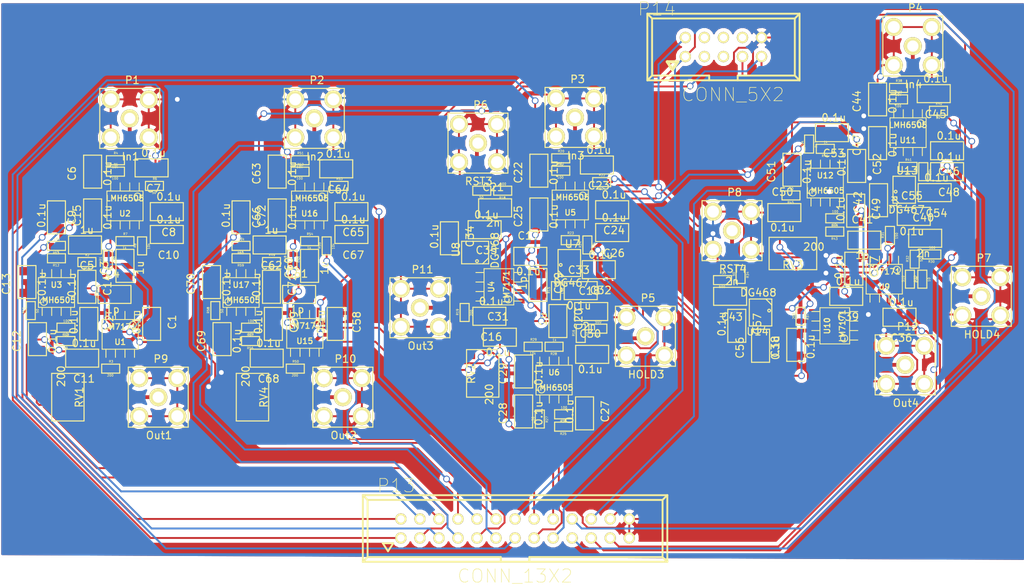
<source format=kicad_pcb>
(kicad_pcb (version 3) (host pcbnew "(2013-may-18)-stable")
  (layers (15 F.Cu signal) (0 B.Cu signal) (18 B.Paste user) (19 F.Paste user) (20 B.SilkS user) (21 F.SilkS user) (22 B.Mask user) (23 F.Mask user) (28 Edge.Cuts user))
  (net 0 "")
  (net 1 +15V)
  (net 2 +5V)
  (net 3 -15V)
  (net 4 -5V)
  (net 5 /CompAmp/VarAmp/Out)
  (net 6 /CompAmp/VarAmp2/In)
  (net 7 /CompAmp/VarAmp2/Out)
  (net 8 /CompAmp2/VarAmp/Out)
  (net 9 /CompAmp2/VarAmp2/In)
  (net 10 /CompAmp2/VarAmp2/Out)
  (net 11 /Int/Switch_NC/COM)
  (net 12 /Int/Switch_NC/IN)
  (net 13 /Int/Switch_NC/NC)
  (net 14 /Int/Switch_NO/IN)
  (net 15 /Int/Switch_NO/NO)
  (net 16 /Int/VarAmp2/In)
  (net 17 /Int/VarAmp2/Out)
  (net 18 /Int2/Switch_NC/COM)
  (net 19 /Int2/Switch_NC/IN)
  (net 20 /Int2/Switch_NC/NC)
  (net 21 /Int2/Switch_NO/IN)
  (net 22 /Int2/Switch_NO/NO)
  (net 23 /Int2/VarAmp2/In)
  (net 24 /Int2/VarAmp2/Out)
  (net 25 Ctrl1_1)
  (net 26 Ctrl1_2)
  (net 27 Ctrl1_3)
  (net 28 Ctrl1_4)
  (net 29 Ctrl2_1)
  (net 30 Ctrl2_2)
  (net 31 Ctrl2_3)
  (net 32 Ctrl2_4)
  (net 33 GND)
  (net 34 HOLD3)
  (net 35 HOLD4)
  (net 36 In1)
  (net 37 In2)
  (net 38 In3)
  (net 39 In4)
  (net 40 N-0000047)
  (net 41 N-0000049)
  (net 42 N-0000052)
  (net 43 N-0000060)
  (net 44 N-0000067)
  (net 45 N-0000068)
  (net 46 N-0000071)
  (net 47 N-0000073)
  (net 48 N-0000075)
  (net 49 N-0000076)
  (net 50 N-0000077)
  (net 51 N-0000078)
  (net 52 N-0000079)
  (net 53 N-0000080)
  (net 54 N-0000081)
  (net 55 N-0000082)
  (net 56 N-0000083)
  (net 57 N-0000084)
  (net 58 N-0000085)
  (net 59 N-0000086)
  (net 60 N-0000087)
  (net 61 N-0000088)
  (net 62 N-0000089)
  (net 63 N-0000090)
  (net 64 N-0000091)
  (net 65 N-0000092)
  (net 66 N-0000093)
  (net 67 N-0000094)
  (net 68 N-0000095)
  (net 69 N-0000096)
  (net 70 N-0000097)
  (net 71 N-0000098)
  (net 72 Off1_1)
  (net 73 Off1_2)
  (net 74 Off1_3)
  (net 75 Off1_4)
  (net 76 Off2_1)
  (net 77 Off2_2)
  (net 78 Off2_3)
  (net 79 Off2_4)
  (net 80 Off3_1)
  (net 81 Off3_2)
  (net 82 Off3_3)
  (net 83 Off3_4)
  (net 84 Off4_1)
  (net 85 Off4_2)
  (net 86 Off4_3)
  (net 87 Off4_4)
  (net 88 Out1)
  (net 89 Out2)
  (net 90 Out3)
  (net 91 Out4)
  (net 92 RST3)
  (net 93 RST4)
  (module VASCH5x2 (layer F.Cu) (at 199.898 22.987)
    (fp_text reference P14 (at -8.89 -5.08) (layer F.SilkS) (effects (font (size 1.778 1.778) (thickness 0.0889))))
    (fp_text value CONN_5X2 (at 1.27 6.35) (layer F.SilkS) (effects (font (size 1.778 1.778) (thickness 0.0889))))
    (pad 1 thru_hole circle (at -5.08 1.27) (size 1.50622 1.50622) (drill 0.99822) (layers *.Cu F.Paste F.SilkS F.Mask) (net 1 +15V))
    (pad 2 thru_hole circle (at -5.08 -1.27) (size 1.50622 1.50622) (drill 0.99822) (layers *.Cu F.Paste F.SilkS F.Mask) (net 3 -15V))
    (pad 3 thru_hole circle (at -2.54 1.27) (size 1.50622 1.50622) (drill 0.99822) (layers *.Cu F.Paste F.SilkS F.Mask))
    (pad 4 thru_hole circle (at -2.54 -1.27) (size 1.50622 1.50622) (drill 0.99822) (layers *.Cu F.Paste F.SilkS F.Mask))
    (pad 5 thru_hole circle (at 0 1.27) (size 1.50622 1.50622) (drill 0.99822) (layers *.Cu F.Paste F.SilkS F.Mask))
    (pad 6 thru_hole circle (at 0 -1.27) (size 1.50622 1.50622) (drill 0.99822) (layers *.Cu F.Paste F.SilkS F.Mask))
    (pad 7 thru_hole circle (at 2.54 1.27) (size 1.50622 1.50622) (drill 0.99822) (layers *.Cu F.Paste F.SilkS F.Mask) (net 4 -5V))
    (pad 8 thru_hole circle (at 2.54 -1.27) (size 1.50622 1.50622) (drill 0.99822) (layers *.Cu F.Paste F.SilkS F.Mask))
    (pad 9 thru_hole circle (at 5.08 1.27) (size 1.50622 1.50622) (drill 0.99822) (layers *.Cu F.Paste F.SilkS F.Mask) (net 2 +5V))
    (pad 10 thru_hole circle (at 5.08 -1.27) (size 1.50622 1.50622) (drill 0.99822) (layers *.Cu F.Paste F.SilkS F.Mask) (net 33 GND))
  )
  (module VASCH13x2 (layer F.Cu) (at 172.085 87.249)
    (fp_text reference P13 (at -15.875 -5.715) (layer F.SilkS) (effects (font (size 1.778 1.778) (thickness 0.0889))))
    (fp_text value CONN_13X2 (at 0 6.35) (layer F.SilkS) (effects (font (size 1.778 1.778) (thickness 0.0889))))
    (pad 26 thru_hole circle (at 15.24 -1.27) (size 1.50622 1.50622) (drill 0.99822) (layers *.Cu F.Paste F.SilkS F.Mask) (net 33 GND))
    (pad 25 thru_hole circle (at 15.24 1.27) (size 1.50622 1.50622) (drill 0.99822) (layers *.Cu F.Paste F.SilkS F.Mask) (net 33 GND))
    (pad 20 thru_hole circle (at 7.62 -1.27) (size 1.50622 1.50622) (drill 0.99822) (layers *.Cu F.Paste F.SilkS F.Mask) (net 79 Off2_4))
    (pad 19 thru_hole circle (at 7.62 1.27) (size 1.50622 1.50622) (drill 0.99822) (layers *.Cu F.Paste F.SilkS F.Mask) (net 75 Off1_4))
    (pad 18 thru_hole circle (at 5.08 -1.27) (size 1.50622 1.50622) (drill 0.99822) (layers *.Cu F.Paste F.SilkS F.Mask) (net 31 Ctrl2_3))
    (pad 17 thru_hole circle (at 5.08 1.27) (size 1.50622 1.50622) (drill 0.99822) (layers *.Cu F.Paste F.SilkS F.Mask) (net 27 Ctrl1_3))
    (pad 1 thru_hole circle (at -15.24 1.27) (size 1.50622 1.50622) (drill 0.99822) (layers *.Cu F.Paste F.SilkS F.Mask) (net 72 Off1_1))
    (pad 2 thru_hole circle (at -15.24 -1.27) (size 1.50622 1.50622) (drill 0.99822) (layers *.Cu F.Paste F.SilkS F.Mask) (net 76 Off2_1))
    (pad 3 thru_hole circle (at -12.7 1.27) (size 1.50622 1.50622) (drill 0.99822) (layers *.Cu F.Paste F.SilkS F.Mask) (net 80 Off3_1))
    (pad 4 thru_hole circle (at -12.7 -1.27) (size 1.50622 1.50622) (drill 0.99822) (layers *.Cu F.Paste F.SilkS F.Mask) (net 84 Off4_1))
    (pad 5 thru_hole circle (at -10.16 1.27) (size 1.50622 1.50622) (drill 0.99822) (layers *.Cu F.Paste F.SilkS F.Mask) (net 25 Ctrl1_1))
    (pad 6 thru_hole circle (at -10.16 -1.27) (size 1.50622 1.50622) (drill 0.99822) (layers *.Cu F.Paste F.SilkS F.Mask) (net 29 Ctrl2_1))
    (pad 7 thru_hole circle (at -7.62 1.27) (size 1.50622 1.50622) (drill 0.99822) (layers *.Cu F.Paste F.SilkS F.Mask) (net 73 Off1_2))
    (pad 8 thru_hole circle (at -7.62 -1.27) (size 1.50622 1.50622) (drill 0.99822) (layers *.Cu F.Paste F.SilkS F.Mask) (net 77 Off2_2))
    (pad 9 thru_hole circle (at -5.08 1.27) (size 1.50622 1.50622) (drill 0.99822) (layers *.Cu F.Paste F.SilkS F.Mask) (net 81 Off3_2))
    (pad 10 thru_hole circle (at -5.08 -1.27) (size 1.50622 1.50622) (drill 0.99822) (layers *.Cu F.Paste F.SilkS F.Mask) (net 85 Off4_2))
    (pad 11 thru_hole circle (at -2.54 1.27) (size 1.50622 1.50622) (drill 0.99822) (layers *.Cu F.Paste F.SilkS F.Mask) (net 26 Ctrl1_2))
    (pad 12 thru_hole circle (at -2.54 -1.27) (size 1.50622 1.50622) (drill 0.99822) (layers *.Cu F.Paste F.SilkS F.Mask) (net 30 Ctrl2_2))
    (pad 13 thru_hole circle (at 0 1.27) (size 1.50622 1.50622) (drill 0.99822) (layers *.Cu F.Paste F.SilkS F.Mask) (net 74 Off1_3))
    (pad 14 thru_hole circle (at 0 -1.27) (size 1.50622 1.50622) (drill 0.99822) (layers *.Cu F.Paste F.SilkS F.Mask) (net 78 Off2_3))
    (pad 15 thru_hole circle (at 2.54 1.27) (size 1.50622 1.50622) (drill 0.99822) (layers *.Cu F.Paste F.SilkS F.Mask) (net 82 Off3_3))
    (pad 16 thru_hole circle (at 2.54 -1.27) (size 1.50622 1.50622) (drill 0.99822) (layers *.Cu F.Paste F.SilkS F.Mask) (net 86 Off4_3))
    (pad 21 thru_hole circle (at 10.16 1.27) (size 1.50622 1.50622) (drill 0.99822) (layers *.Cu F.Paste F.SilkS F.Mask) (net 83 Off3_4))
    (pad 22 thru_hole circle (at 10.16 -1.27) (size 1.50622 1.50622) (drill 0.99822) (layers *.Cu F.Paste F.SilkS F.Mask) (net 87 Off4_4))
    (pad 23 thru_hole circle (at 12.7 1.27) (size 1.50622 1.50622) (drill 0.99822) (layers *.Cu F.Paste F.SilkS F.Mask) (net 28 Ctrl1_4))
    (pad 24 thru_hole circle (at 12.7 -1.27) (size 1.50622 1.50622) (drill 0.99822) (layers *.Cu F.Paste F.SilkS F.Mask) (net 32 Ctrl2_4))
  )
  (module TSOP-6 (layer F.Cu) (at 204.851 58.42 180)
    (fp_text reference U14 (at 0.4 -2.55 180) (layer F.SilkS))
    (fp_text value DG468 (at 0.3 2.65 180) (layer F.SilkS))
    (pad 1 smd rect (at -0.9906 1.1684 180) (size 0.508 0.7112) (layers F.Cu F.Paste F.Mask) (net 22 /Int2/Switch_NO/NO))
    (pad 2 smd rect (at 0 1.1684 180) (size 0.508 0.7112) (layers F.Cu F.Paste F.Mask) (net 3 -15V))
    (pad 3 smd rect (at 0.9906 1.1684 180) (size 0.508 0.7112) (layers F.Cu F.Paste F.Mask) (net 21 /Int2/Switch_NO/IN))
    (pad 4 smd rect (at 0.9906 -1.1684 180) (size 0.508 0.7112) (layers F.Cu F.Paste F.Mask) (net 33 GND))
    (pad 5 smd rect (at 0 -1.1684 180) (size 0.508 0.7112) (layers F.Cu F.Paste F.Mask) (net 1 +15V))
    (pad 6 smd rect (at -0.9906 -1.1684 180) (size 0.508 0.7112) (layers F.Cu F.Paste F.Mask) (net 91 Out4))
  )
  (module TSOP-6 (layer F.Cu) (at 179.324 51.816)
    (fp_text reference U7 (at 0.4 -2.55) (layer F.SilkS))
    (fp_text value DG467 (at 0.3 2.65) (layer F.SilkS))
    (pad 1 smd rect (at -0.9906 1.1684) (size 0.508 0.7112) (layers F.Cu F.Paste F.Mask) (net 13 /Int/Switch_NC/NC))
    (pad 2 smd rect (at 0 1.1684) (size 0.508 0.7112) (layers F.Cu F.Paste F.Mask) (net 3 -15V))
    (pad 3 smd rect (at 0.9906 1.1684) (size 0.508 0.7112) (layers F.Cu F.Paste F.Mask) (net 12 /Int/Switch_NC/IN))
    (pad 4 smd rect (at 0.9906 -1.1684) (size 0.508 0.7112) (layers F.Cu F.Paste F.Mask) (net 33 GND))
    (pad 5 smd rect (at 0 -1.1684) (size 0.508 0.7112) (layers F.Cu F.Paste F.Mask) (net 1 +15V))
    (pad 6 smd rect (at -0.9906 -1.1684) (size 0.508 0.7112) (layers F.Cu F.Paste F.Mask) (net 11 /Int/Switch_NC/COM))
  )
  (module TSOP-6 (layer F.Cu) (at 166.751 50.419 90)
    (fp_text reference U8 (at 0.4 -2.55 90) (layer F.SilkS))
    (fp_text value DG468 (at 0.3 2.65 90) (layer F.SilkS))
    (pad 1 smd rect (at -0.9906 1.1684 90) (size 0.508 0.7112) (layers F.Cu F.Paste F.Mask) (net 15 /Int/Switch_NO/NO))
    (pad 2 smd rect (at 0 1.1684 90) (size 0.508 0.7112) (layers F.Cu F.Paste F.Mask) (net 3 -15V))
    (pad 3 smd rect (at 0.9906 1.1684 90) (size 0.508 0.7112) (layers F.Cu F.Paste F.Mask) (net 14 /Int/Switch_NO/IN))
    (pad 4 smd rect (at 0.9906 -1.1684 90) (size 0.508 0.7112) (layers F.Cu F.Paste F.Mask) (net 33 GND))
    (pad 5 smd rect (at 0 -1.1684 90) (size 0.508 0.7112) (layers F.Cu F.Paste F.Mask) (net 1 +15V))
    (pad 6 smd rect (at -0.9906 -1.1684 90) (size 0.508 0.7112) (layers F.Cu F.Paste F.Mask) (net 90 Out3))
  )
  (module TSOP-6 (layer F.Cu) (at 224.028 42.037)
    (fp_text reference U13 (at 0.4 -2.55) (layer F.SilkS))
    (fp_text value DG467 (at 0.3 2.65) (layer F.SilkS))
    (pad 1 smd rect (at -0.9906 1.1684) (size 0.508 0.7112) (layers F.Cu F.Paste F.Mask) (net 20 /Int2/Switch_NC/NC))
    (pad 2 smd rect (at 0 1.1684) (size 0.508 0.7112) (layers F.Cu F.Paste F.Mask) (net 3 -15V))
    (pad 3 smd rect (at 0.9906 1.1684) (size 0.508 0.7112) (layers F.Cu F.Paste F.Mask) (net 19 /Int2/Switch_NC/IN))
    (pad 4 smd rect (at 0.9906 -1.1684) (size 0.508 0.7112) (layers F.Cu F.Paste F.Mask) (net 33 GND))
    (pad 5 smd rect (at 0 -1.1684) (size 0.508 0.7112) (layers F.Cu F.Paste F.Mask) (net 1 +15V))
    (pad 6 smd rect (at -0.9906 -1.1684) (size 0.508 0.7112) (layers F.Cu F.Paste F.Mask) (net 18 /Int2/Switch_NC/COM))
  )
  (module so-8 (layer F.Cu) (at 179.451 44.069 180)
    (fp_text reference U5 (at 0 -1.016 180) (layer F.SilkS) (effects (font (size 0.7493 0.7493) (thickness 0.14986))))
    (fp_text value LMH6505 (at 0 1.016 180) (layer F.SilkS) (effects (font (size 0.7493 0.7493) (thickness 0.14986))))
    (pad 1 smd rect (at -1.905 2.794 180) (size 0.635 1.27) (layers F.Cu F.Paste F.Mask) (net 54 N-0000081))
    (pad 2 smd rect (at -0.635 2.794 180) (size 0.635 1.27) (layers F.Cu F.Paste F.Mask) (net 38 In3))
    (pad 3 smd rect (at 0.635 2.794 180) (size 0.635 1.27) (layers F.Cu F.Paste F.Mask) (net 56 N-0000083))
    (pad 4 smd rect (at 1.905 2.794 180) (size 0.635 1.27) (layers F.Cu F.Paste F.Mask) (net 33 GND))
    (pad 5 smd rect (at 1.905 -2.794 180) (size 0.635 1.27) (layers F.Cu F.Paste F.Mask) (net 4 -5V))
    (pad 6 smd rect (at 0.635 -2.794 180) (size 0.635 1.27) (layers F.Cu F.Paste F.Mask) (net 11 /Int/Switch_NC/COM))
    (pad 7 smd rect (at -0.635 -2.794 180) (size 0.635 1.27) (layers F.Cu F.Paste F.Mask) (net 55 N-0000082))
    (pad 8 smd rect (at -1.905 -2.794 180) (size 0.635 1.27) (layers F.Cu F.Paste F.Mask) (net 2 +5V))
  )
  (module so-8 (layer F.Cu) (at 177.292 67.437)
    (fp_text reference U6 (at 0 -1.016) (layer F.SilkS) (effects (font (size 0.7493 0.7493) (thickness 0.14986))))
    (fp_text value LMH6505 (at 0 1.016) (layer F.SilkS) (effects (font (size 0.7493 0.7493) (thickness 0.14986))))
    (pad 1 smd rect (at -1.905 2.794) (size 0.635 1.27) (layers F.Cu F.Paste F.Mask) (net 57 N-0000084))
    (pad 2 smd rect (at -0.635 2.794) (size 0.635 1.27) (layers F.Cu F.Paste F.Mask) (net 16 /Int/VarAmp2/In))
    (pad 3 smd rect (at 0.635 2.794) (size 0.635 1.27) (layers F.Cu F.Paste F.Mask) (net 59 N-0000086))
    (pad 4 smd rect (at 1.905 2.794) (size 0.635 1.27) (layers F.Cu F.Paste F.Mask) (net 33 GND))
    (pad 5 smd rect (at 1.905 -2.794) (size 0.635 1.27) (layers F.Cu F.Paste F.Mask) (net 4 -5V))
    (pad 6 smd rect (at 0.635 -2.794) (size 0.635 1.27) (layers F.Cu F.Paste F.Mask) (net 17 /Int/VarAmp2/Out))
    (pad 7 smd rect (at -0.635 -2.794) (size 0.635 1.27) (layers F.Cu F.Paste F.Mask) (net 58 N-0000085))
    (pad 8 smd rect (at -1.905 -2.794) (size 0.635 1.27) (layers F.Cu F.Paste F.Mask) (net 2 +5V))
  )
  (module so-8 (layer F.Cu) (at 144.653 44.196 180)
    (fp_text reference U16 (at 0 -1.016 180) (layer F.SilkS) (effects (font (size 0.7493 0.7493) (thickness 0.14986))))
    (fp_text value LMH6505 (at 0 1.016 180) (layer F.SilkS) (effects (font (size 0.7493 0.7493) (thickness 0.14986))))
    (pad 1 smd rect (at -1.905 2.794 180) (size 0.635 1.27) (layers F.Cu F.Paste F.Mask) (net 66 N-0000093))
    (pad 2 smd rect (at -0.635 2.794 180) (size 0.635 1.27) (layers F.Cu F.Paste F.Mask) (net 37 In2))
    (pad 3 smd rect (at 0.635 2.794 180) (size 0.635 1.27) (layers F.Cu F.Paste F.Mask) (net 68 N-0000095))
    (pad 4 smd rect (at 1.905 2.794 180) (size 0.635 1.27) (layers F.Cu F.Paste F.Mask) (net 33 GND))
    (pad 5 smd rect (at 1.905 -2.794 180) (size 0.635 1.27) (layers F.Cu F.Paste F.Mask) (net 4 -5V))
    (pad 6 smd rect (at 0.635 -2.794 180) (size 0.635 1.27) (layers F.Cu F.Paste F.Mask) (net 8 /CompAmp2/VarAmp/Out))
    (pad 7 smd rect (at -0.635 -2.794 180) (size 0.635 1.27) (layers F.Cu F.Paste F.Mask) (net 67 N-0000094))
    (pad 8 smd rect (at -1.905 -2.794 180) (size 0.635 1.27) (layers F.Cu F.Paste F.Mask) (net 2 +5V))
  )
  (module so-8 (layer F.Cu) (at 120.015 44.196 180)
    (fp_text reference U2 (at 0 -1.016 180) (layer F.SilkS) (effects (font (size 0.7493 0.7493) (thickness 0.14986))))
    (fp_text value LMH6505 (at 0 1.016 180) (layer F.SilkS) (effects (font (size 0.7493 0.7493) (thickness 0.14986))))
    (pad 1 smd rect (at -1.905 2.794 180) (size 0.635 1.27) (layers F.Cu F.Paste F.Mask) (net 48 N-0000075))
    (pad 2 smd rect (at -0.635 2.794 180) (size 0.635 1.27) (layers F.Cu F.Paste F.Mask) (net 36 In1))
    (pad 3 smd rect (at 0.635 2.794 180) (size 0.635 1.27) (layers F.Cu F.Paste F.Mask) (net 50 N-0000077))
    (pad 4 smd rect (at 1.905 2.794 180) (size 0.635 1.27) (layers F.Cu F.Paste F.Mask) (net 33 GND))
    (pad 5 smd rect (at 1.905 -2.794 180) (size 0.635 1.27) (layers F.Cu F.Paste F.Mask) (net 4 -5V))
    (pad 6 smd rect (at 0.635 -2.794 180) (size 0.635 1.27) (layers F.Cu F.Paste F.Mask) (net 5 /CompAmp/VarAmp/Out))
    (pad 7 smd rect (at -0.635 -2.794 180) (size 0.635 1.27) (layers F.Cu F.Paste F.Mask) (net 49 N-0000076))
    (pad 8 smd rect (at -1.905 -2.794 180) (size 0.635 1.27) (layers F.Cu F.Paste F.Mask) (net 2 +5V))
  )
  (module so-8 (layer F.Cu) (at 213.487 41.148)
    (fp_text reference U12 (at 0 -1.016) (layer F.SilkS) (effects (font (size 0.7493 0.7493) (thickness 0.14986))))
    (fp_text value LMH6505 (at 0 1.016) (layer F.SilkS) (effects (font (size 0.7493 0.7493) (thickness 0.14986))))
    (pad 1 smd rect (at -1.905 2.794) (size 0.635 1.27) (layers F.Cu F.Paste F.Mask) (net 65 N-0000092))
    (pad 2 smd rect (at -0.635 2.794) (size 0.635 1.27) (layers F.Cu F.Paste F.Mask) (net 23 /Int2/VarAmp2/In))
    (pad 3 smd rect (at 0.635 2.794) (size 0.635 1.27) (layers F.Cu F.Paste F.Mask) (net 64 N-0000091))
    (pad 4 smd rect (at 1.905 2.794) (size 0.635 1.27) (layers F.Cu F.Paste F.Mask) (net 33 GND))
    (pad 5 smd rect (at 1.905 -2.794) (size 0.635 1.27) (layers F.Cu F.Paste F.Mask) (net 4 -5V))
    (pad 6 smd rect (at 0.635 -2.794) (size 0.635 1.27) (layers F.Cu F.Paste F.Mask) (net 24 /Int2/VarAmp2/Out))
    (pad 7 smd rect (at -0.635 -2.794) (size 0.635 1.27) (layers F.Cu F.Paste F.Mask) (net 63 N-0000090))
    (pad 8 smd rect (at -1.905 -2.794) (size 0.635 1.27) (layers F.Cu F.Paste F.Mask) (net 2 +5V))
  )
  (module so-8 (layer F.Cu) (at 110.871 55.753)
    (fp_text reference U3 (at 0 -1.016) (layer F.SilkS) (effects (font (size 0.7493 0.7493) (thickness 0.14986))))
    (fp_text value LMH6505 (at 0 1.016) (layer F.SilkS) (effects (font (size 0.7493 0.7493) (thickness 0.14986))))
    (pad 1 smd rect (at -1.905 2.794) (size 0.635 1.27) (layers F.Cu F.Paste F.Mask) (net 53 N-0000080))
    (pad 2 smd rect (at -0.635 2.794) (size 0.635 1.27) (layers F.Cu F.Paste F.Mask) (net 6 /CompAmp/VarAmp2/In))
    (pad 3 smd rect (at 0.635 2.794) (size 0.635 1.27) (layers F.Cu F.Paste F.Mask) (net 51 N-0000078))
    (pad 4 smd rect (at 1.905 2.794) (size 0.635 1.27) (layers F.Cu F.Paste F.Mask) (net 33 GND))
    (pad 5 smd rect (at 1.905 -2.794) (size 0.635 1.27) (layers F.Cu F.Paste F.Mask) (net 4 -5V))
    (pad 6 smd rect (at 0.635 -2.794) (size 0.635 1.27) (layers F.Cu F.Paste F.Mask) (net 7 /CompAmp/VarAmp2/Out))
    (pad 7 smd rect (at -0.635 -2.794) (size 0.635 1.27) (layers F.Cu F.Paste F.Mask) (net 52 N-0000079))
    (pad 8 smd rect (at -1.905 -2.794) (size 0.635 1.27) (layers F.Cu F.Paste F.Mask) (net 2 +5V))
  )
  (module so-8 (layer F.Cu) (at 214.757 60.198 90)
    (fp_text reference U10 (at 0 -1.016 90) (layer F.SilkS) (effects (font (size 0.7493 0.7493) (thickness 0.14986))))
    (fp_text value LM7171 (at 0 1.016 90) (layer F.SilkS) (effects (font (size 0.7493 0.7493) (thickness 0.14986))))
    (pad 1 smd rect (at -1.905 2.794 90) (size 0.635 1.27) (layers F.Cu F.Paste F.Mask))
    (pad 2 smd rect (at -0.635 2.794 90) (size 0.635 1.27) (layers F.Cu F.Paste F.Mask) (net 45 N-0000068))
    (pad 3 smd rect (at 0.635 2.794 90) (size 0.635 1.27) (layers F.Cu F.Paste F.Mask) (net 33 GND))
    (pad 4 smd rect (at 1.905 2.794 90) (size 0.635 1.27) (layers F.Cu F.Paste F.Mask) (net 4 -5V))
    (pad 5 smd rect (at 1.905 -2.794 90) (size 0.635 1.27) (layers F.Cu F.Paste F.Mask))
    (pad 6 smd rect (at 0.635 -2.794 90) (size 0.635 1.27) (layers F.Cu F.Paste F.Mask) (net 91 Out4))
    (pad 7 smd rect (at -0.635 -2.794 90) (size 0.635 1.27) (layers F.Cu F.Paste F.Mask) (net 2 +5V))
    (pad 8 smd rect (at -1.905 -2.794 90) (size 0.635 1.27) (layers F.Cu F.Paste F.Mask))
  )
  (module so-8 (layer F.Cu) (at 119.38 61.341 180)
    (fp_text reference U1 (at 0 -1.016 180) (layer F.SilkS) (effects (font (size 0.7493 0.7493) (thickness 0.14986))))
    (fp_text value LM7171 (at 0 1.016 180) (layer F.SilkS) (effects (font (size 0.7493 0.7493) (thickness 0.14986))))
    (pad 1 smd rect (at -1.905 2.794 180) (size 0.635 1.27) (layers F.Cu F.Paste F.Mask))
    (pad 2 smd rect (at -0.635 2.794 180) (size 0.635 1.27) (layers F.Cu F.Paste F.Mask) (net 41 N-0000049))
    (pad 3 smd rect (at 0.635 2.794 180) (size 0.635 1.27) (layers F.Cu F.Paste F.Mask) (net 33 GND))
    (pad 4 smd rect (at 1.905 2.794 180) (size 0.635 1.27) (layers F.Cu F.Paste F.Mask) (net 4 -5V))
    (pad 5 smd rect (at 1.905 -2.794 180) (size 0.635 1.27) (layers F.Cu F.Paste F.Mask))
    (pad 6 smd rect (at 0.635 -2.794 180) (size 0.635 1.27) (layers F.Cu F.Paste F.Mask) (net 88 Out1))
    (pad 7 smd rect (at -0.635 -2.794 180) (size 0.635 1.27) (layers F.Cu F.Paste F.Mask) (net 2 +5V))
    (pad 8 smd rect (at -1.905 -2.794 180) (size 0.635 1.27) (layers F.Cu F.Paste F.Mask))
  )
  (module so-8 (layer F.Cu) (at 144.018 61.214 180)
    (fp_text reference U15 (at 0 -1.016 180) (layer F.SilkS) (effects (font (size 0.7493 0.7493) (thickness 0.14986))))
    (fp_text value LM7171 (at 0 1.016 180) (layer F.SilkS) (effects (font (size 0.7493 0.7493) (thickness 0.14986))))
    (pad 1 smd rect (at -1.905 2.794 180) (size 0.635 1.27) (layers F.Cu F.Paste F.Mask))
    (pad 2 smd rect (at -0.635 2.794 180) (size 0.635 1.27) (layers F.Cu F.Paste F.Mask) (net 46 N-0000071))
    (pad 3 smd rect (at 0.635 2.794 180) (size 0.635 1.27) (layers F.Cu F.Paste F.Mask) (net 33 GND))
    (pad 4 smd rect (at 1.905 2.794 180) (size 0.635 1.27) (layers F.Cu F.Paste F.Mask) (net 4 -5V))
    (pad 5 smd rect (at 1.905 -2.794 180) (size 0.635 1.27) (layers F.Cu F.Paste F.Mask))
    (pad 6 smd rect (at 0.635 -2.794 180) (size 0.635 1.27) (layers F.Cu F.Paste F.Mask) (net 89 Out2))
    (pad 7 smd rect (at -0.635 -2.794 180) (size 0.635 1.27) (layers F.Cu F.Paste F.Mask) (net 2 +5V))
    (pad 8 smd rect (at -1.905 -2.794 180) (size 0.635 1.27) (layers F.Cu F.Paste F.Mask))
  )
  (module so-8 (layer F.Cu) (at 135.509 55.753)
    (fp_text reference U17 (at 0 -1.016) (layer F.SilkS) (effects (font (size 0.7493 0.7493) (thickness 0.14986))))
    (fp_text value LMH6505 (at 0 1.016) (layer F.SilkS) (effects (font (size 0.7493 0.7493) (thickness 0.14986))))
    (pad 1 smd rect (at -1.905 2.794) (size 0.635 1.27) (layers F.Cu F.Paste F.Mask) (net 69 N-0000096))
    (pad 2 smd rect (at -0.635 2.794) (size 0.635 1.27) (layers F.Cu F.Paste F.Mask) (net 9 /CompAmp2/VarAmp2/In))
    (pad 3 smd rect (at 0.635 2.794) (size 0.635 1.27) (layers F.Cu F.Paste F.Mask) (net 71 N-0000098))
    (pad 4 smd rect (at 1.905 2.794) (size 0.635 1.27) (layers F.Cu F.Paste F.Mask) (net 33 GND))
    (pad 5 smd rect (at 1.905 -2.794) (size 0.635 1.27) (layers F.Cu F.Paste F.Mask) (net 4 -5V))
    (pad 6 smd rect (at 0.635 -2.794) (size 0.635 1.27) (layers F.Cu F.Paste F.Mask) (net 10 /CompAmp2/VarAmp2/Out))
    (pad 7 smd rect (at -0.635 -2.794) (size 0.635 1.27) (layers F.Cu F.Paste F.Mask) (net 70 N-0000097))
    (pad 8 smd rect (at -1.905 -2.794) (size 0.635 1.27) (layers F.Cu F.Paste F.Mask) (net 2 +5V))
  )
  (module so-8 (layer F.Cu) (at 169.926 54.991 90)
    (fp_text reference U4 (at 0 -1.016 90) (layer F.SilkS) (effects (font (size 0.7493 0.7493) (thickness 0.14986))))
    (fp_text value LM7171 (at 0 1.016 90) (layer F.SilkS) (effects (font (size 0.7493 0.7493) (thickness 0.14986))))
    (pad 1 smd rect (at -1.905 2.794 90) (size 0.635 1.27) (layers F.Cu F.Paste F.Mask))
    (pad 2 smd rect (at -0.635 2.794 90) (size 0.635 1.27) (layers F.Cu F.Paste F.Mask) (net 15 /Int/Switch_NO/NO))
    (pad 3 smd rect (at 0.635 2.794 90) (size 0.635 1.27) (layers F.Cu F.Paste F.Mask) (net 33 GND))
    (pad 4 smd rect (at 1.905 2.794 90) (size 0.635 1.27) (layers F.Cu F.Paste F.Mask) (net 4 -5V))
    (pad 5 smd rect (at 1.905 -2.794 90) (size 0.635 1.27) (layers F.Cu F.Paste F.Mask))
    (pad 6 smd rect (at 0.635 -2.794 90) (size 0.635 1.27) (layers F.Cu F.Paste F.Mask) (net 90 Out3))
    (pad 7 smd rect (at -0.635 -2.794 90) (size 0.635 1.27) (layers F.Cu F.Paste F.Mask) (net 2 +5V))
    (pad 8 smd rect (at -1.905 -2.794 90) (size 0.635 1.27) (layers F.Cu F.Paste F.Mask))
  )
  (module so-8 (layer F.Cu) (at 221.361 53.975 180)
    (fp_text reference U9 (at 0 -1.016 180) (layer F.SilkS) (effects (font (size 0.7493 0.7493) (thickness 0.14986))))
    (fp_text value LM7171 (at 0 1.016 180) (layer F.SilkS) (effects (font (size 0.7493 0.7493) (thickness 0.14986))))
    (pad 1 smd rect (at -1.905 2.794 180) (size 0.635 1.27) (layers F.Cu F.Paste F.Mask))
    (pad 2 smd rect (at -0.635 2.794 180) (size 0.635 1.27) (layers F.Cu F.Paste F.Mask) (net 44 N-0000067))
    (pad 3 smd rect (at 0.635 2.794 180) (size 0.635 1.27) (layers F.Cu F.Paste F.Mask) (net 22 /Int2/Switch_NO/NO))
    (pad 4 smd rect (at 1.905 2.794 180) (size 0.635 1.27) (layers F.Cu F.Paste F.Mask) (net 4 -5V))
    (pad 5 smd rect (at 1.905 -2.794 180) (size 0.635 1.27) (layers F.Cu F.Paste F.Mask))
    (pad 6 smd rect (at 0.635 -2.794 180) (size 0.635 1.27) (layers F.Cu F.Paste F.Mask) (net 45 N-0000068))
    (pad 7 smd rect (at -0.635 -2.794 180) (size 0.635 1.27) (layers F.Cu F.Paste F.Mask) (net 2 +5V))
    (pad 8 smd rect (at -1.905 -2.794 180) (size 0.635 1.27) (layers F.Cu F.Paste F.Mask))
  )
  (module so-8 (layer F.Cu) (at 224.536 34.417 180)
    (fp_text reference U11 (at 0 -1.016 180) (layer F.SilkS) (effects (font (size 0.7493 0.7493) (thickness 0.14986))))
    (fp_text value LMH6505 (at 0 1.016 180) (layer F.SilkS) (effects (font (size 0.7493 0.7493) (thickness 0.14986))))
    (pad 1 smd rect (at -1.905 2.794 180) (size 0.635 1.27) (layers F.Cu F.Paste F.Mask) (net 62 N-0000089))
    (pad 2 smd rect (at -0.635 2.794 180) (size 0.635 1.27) (layers F.Cu F.Paste F.Mask) (net 39 In4))
    (pad 3 smd rect (at 0.635 2.794 180) (size 0.635 1.27) (layers F.Cu F.Paste F.Mask) (net 61 N-0000088))
    (pad 4 smd rect (at 1.905 2.794 180) (size 0.635 1.27) (layers F.Cu F.Paste F.Mask) (net 33 GND))
    (pad 5 smd rect (at 1.905 -2.794 180) (size 0.635 1.27) (layers F.Cu F.Paste F.Mask) (net 4 -5V))
    (pad 6 smd rect (at 0.635 -2.794 180) (size 0.635 1.27) (layers F.Cu F.Paste F.Mask) (net 18 /Int2/Switch_NC/COM))
    (pad 7 smd rect (at -0.635 -2.794 180) (size 0.635 1.27) (layers F.Cu F.Paste F.Mask) (net 60 N-0000087))
    (pad 8 smd rect (at -1.905 -2.794 180) (size 0.635 1.27) (layers F.Cu F.Paste F.Mask) (net 2 +5V))
  )
  (module RMCF0603 (layer F.Cu) (at 183.642 41.021 180)
    (fp_text reference R22 (at -0.05 0.95 180) (layer F.SilkS) (effects (font (size 0.3 0.3) (thickness 0.05))))
    (fp_text value 50 (at 0.05 -0.9 180) (layer F.SilkS) (effects (font (size 0.3 0.3) (thickness 0.05))))
    (pad 1 smd rect (at -0.65 0 270) (size 0.8 0.7) (layers F.Cu F.Paste F.Mask) (net 27 Ctrl1_3))
    (pad 2 smd rect (at 0.65 0 270) (size 0.8 0.7) (layers F.Cu F.Paste F.Mask) (net 54 N-0000081))
  )
  (module RMCF0603 (layer F.Cu) (at 142.367 51.308 270)
    (fp_text reference R48 (at -0.05 0.95 270) (layer F.SilkS) (effects (font (size 0.3 0.3) (thickness 0.05))))
    (fp_text value 150 (at 0.05 -0.9 270) (layer F.SilkS) (effects (font (size 0.3 0.3) (thickness 0.05))))
    (pad 1 smd rect (at -0.65 0) (size 0.8 0.7) (layers F.Cu F.Paste F.Mask) (net 8 /CompAmp2/VarAmp/Out))
    (pad 2 smd rect (at 0.65 0) (size 0.8 0.7) (layers F.Cu F.Paste F.Mask) (net 46 N-0000071))
  )
  (module RMCF0603 (layer F.Cu) (at 178.562 72.009)
    (fp_text reference R26 (at -0.05 0.95) (layer F.SilkS) (effects (font (size 0.3 0.3) (thickness 0.05))))
    (fp_text value 100 (at 0.05 -0.9) (layer F.SilkS) (effects (font (size 0.3 0.3) (thickness 0.05))))
    (pad 1 smd rect (at -0.65 0 90) (size 0.8 0.7) (layers F.Cu F.Paste F.Mask) (net 59 N-0000086))
    (pad 2 smd rect (at 0.65 0 90) (size 0.8 0.7) (layers F.Cu F.Paste F.Mask) (net 33 GND))
  )
  (module RMCF0603 (layer F.Cu) (at 178.562 73.66)
    (fp_text reference R25 (at -0.05 0.95) (layer F.SilkS) (effects (font (size 0.3 0.3) (thickness 0.05))))
    (fp_text value 10k (at 0.05 -0.9) (layer F.SilkS) (effects (font (size 0.3 0.3) (thickness 0.05))))
    (pad 1 smd rect (at -0.65 0 90) (size 0.8 0.7) (layers F.Cu F.Paste F.Mask) (net 59 N-0000086))
    (pad 2 smd rect (at 0.65 0 90) (size 0.8 0.7) (layers F.Cu F.Paste F.Mask) (net 82 Off3_3))
  )
  (module RMCF0603 (layer F.Cu) (at 180.848 61.214 270)
    (fp_text reference R16 (at -0.05 0.95 270) (layer F.SilkS) (effects (font (size 0.3 0.3) (thickness 0.05))))
    (fp_text value 50 (at 0.05 -0.9 270) (layer F.SilkS) (effects (font (size 0.3 0.3) (thickness 0.05))))
    (pad 1 smd rect (at -0.65 0) (size 0.8 0.7) (layers F.Cu F.Paste F.Mask) (net 12 /Int/Switch_NC/IN))
    (pad 2 smd rect (at 0.65 0) (size 0.8 0.7) (layers F.Cu F.Paste F.Mask) (net 34 HOLD3))
  )
  (module RMCF0603 (layer F.Cu) (at 208.915 42.799)
    (fp_text reference R45 (at -0.05 0.95) (layer F.SilkS) (effects (font (size 0.3 0.3) (thickness 0.05))))
    (fp_text value 50 (at 0.05 -0.9) (layer F.SilkS) (effects (font (size 0.3 0.3) (thickness 0.05))))
    (pad 1 smd rect (at -0.65 0 90) (size 0.8 0.7) (layers F.Cu F.Paste F.Mask) (net 32 Ctrl2_4))
    (pad 2 smd rect (at 0.65 0 90) (size 0.8 0.7) (layers F.Cu F.Paste F.Mask) (net 65 N-0000092))
  )
  (module RMCF0603 (layer F.Cu) (at 178.181 39.497 180)
    (fp_text reference R21 (at -0.05 0.95 180) (layer F.SilkS) (effects (font (size 0.3 0.3) (thickness 0.05))))
    (fp_text value 100 (at 0.05 -0.9 180) (layer F.SilkS) (effects (font (size 0.3 0.3) (thickness 0.05))))
    (pad 1 smd rect (at -0.65 0 270) (size 0.8 0.7) (layers F.Cu F.Paste F.Mask) (net 56 N-0000083))
    (pad 2 smd rect (at 0.65 0 270) (size 0.8 0.7) (layers F.Cu F.Paste F.Mask) (net 33 GND))
  )
  (module RMCF0603 (layer F.Cu) (at 170.434 42.164)
    (fp_text reference R18 (at -0.05 0.95) (layer F.SilkS) (effects (font (size 0.3 0.3) (thickness 0.05))))
    (fp_text value 500 (at 0.05 -0.9) (layer F.SilkS) (effects (font (size 0.3 0.3) (thickness 0.05))))
    (pad 1 smd rect (at -0.65 0 90) (size 0.8 0.7) (layers F.Cu F.Paste F.Mask) (net 14 /Int/Switch_NO/IN))
    (pad 2 smd rect (at 0.65 0 90) (size 0.8 0.7) (layers F.Cu F.Paste F.Mask) (net 33 GND))
  )
  (module RMCF0603 (layer F.Cu) (at 167.64 42.164 180)
    (fp_text reference R17 (at -0.05 0.95 180) (layer F.SilkS) (effects (font (size 0.3 0.3) (thickness 0.05))))
    (fp_text value 50 (at 0.05 -0.9 180) (layer F.SilkS) (effects (font (size 0.3 0.3) (thickness 0.05))))
    (pad 1 smd rect (at -0.65 0 270) (size 0.8 0.7) (layers F.Cu F.Paste F.Mask) (net 14 /Int/Switch_NO/IN))
    (pad 2 smd rect (at 0.65 0 270) (size 0.8 0.7) (layers F.Cu F.Paste F.Mask) (net 92 RST3))
  )
  (module RMCF0603 (layer F.Cu) (at 181.737 49.403 270)
    (fp_text reference R24 (at -0.05 0.95 270) (layer F.SilkS) (effects (font (size 0.3 0.3) (thickness 0.05))))
    (fp_text value 10k (at 0.05 -0.9 270) (layer F.SilkS) (effects (font (size 0.3 0.3) (thickness 0.05))))
    (pad 1 smd rect (at -0.65 0) (size 0.8 0.7) (layers F.Cu F.Paste F.Mask) (net 55 N-0000082))
    (pad 2 smd rect (at 0.65 0) (size 0.8 0.7) (layers F.Cu F.Paste F.Mask) (net 78 Off2_3))
  )
  (module RMCF0603 (layer F.Cu) (at 179.451 48.768 180)
    (fp_text reference R23 (at -0.05 0.95 180) (layer F.SilkS) (effects (font (size 0.3 0.3) (thickness 0.05))))
    (fp_text value 1k (at 0.05 -0.9 180) (layer F.SilkS) (effects (font (size 0.3 0.3) (thickness 0.05))))
    (pad 1 smd rect (at -0.65 0 270) (size 0.8 0.7) (layers F.Cu F.Paste F.Mask) (net 55 N-0000082))
    (pad 2 smd rect (at 0.65 0 270) (size 0.8 0.7) (layers F.Cu F.Paste F.Mask) (net 11 /Int/Switch_NC/COM))
  )
  (module RMCF0603 (layer F.Cu) (at 213.487 36.576)
    (fp_text reference R46 (at -0.05 0.95) (layer F.SilkS) (effects (font (size 0.3 0.3) (thickness 0.05))))
    (fp_text value 1k (at 0.05 -0.9) (layer F.SilkS) (effects (font (size 0.3 0.3) (thickness 0.05))))
    (pad 1 smd rect (at -0.65 0 90) (size 0.8 0.7) (layers F.Cu F.Paste F.Mask) (net 63 N-0000090))
    (pad 2 smd rect (at 0.65 0 90) (size 0.8 0.7) (layers F.Cu F.Paste F.Mask) (net 24 /Int2/VarAmp2/Out))
  )
  (module RMCF0603 (layer F.Cu) (at 178.181 37.846 180)
    (fp_text reference R20 (at -0.05 0.95 180) (layer F.SilkS) (effects (font (size 0.3 0.3) (thickness 0.05))))
    (fp_text value 10k (at 0.05 -0.9 180) (layer F.SilkS) (effects (font (size 0.3 0.3) (thickness 0.05))))
    (pad 1 smd rect (at -0.65 0 270) (size 0.8 0.7) (layers F.Cu F.Paste F.Mask) (net 56 N-0000083))
    (pad 2 smd rect (at 0.65 0 270) (size 0.8 0.7) (layers F.Cu F.Paste F.Mask) (net 74 Off1_3))
  )
  (module RMCF0603 (layer F.Cu) (at 227.711 50.673)
    (fp_text reference R30 (at -0.05 0.95) (layer F.SilkS) (effects (font (size 0.3 0.3) (thickness 0.05))))
    (fp_text value 500 (at 0.05 -0.9) (layer F.SilkS) (effects (font (size 0.3 0.3) (thickness 0.05))))
    (pad 1 smd rect (at -0.65 0 90) (size 0.8 0.7) (layers F.Cu F.Paste F.Mask) (net 19 /Int2/Switch_NC/IN))
    (pad 2 smd rect (at 0.65 0 90) (size 0.8 0.7) (layers F.Cu F.Paste F.Mask) (net 33 GND))
  )
  (module RMCF0603 (layer F.Cu) (at 223.266 28.448 180)
    (fp_text reference R38 (at -0.05 0.95 180) (layer F.SilkS) (effects (font (size 0.3 0.3) (thickness 0.05))))
    (fp_text value 10k (at 0.05 -0.9 180) (layer F.SilkS) (effects (font (size 0.3 0.3) (thickness 0.05))))
    (pad 1 smd rect (at -0.65 0 270) (size 0.8 0.7) (layers F.Cu F.Paste F.Mask) (net 61 N-0000088))
    (pad 2 smd rect (at 0.65 0 270) (size 0.8 0.7) (layers F.Cu F.Paste F.Mask) (net 75 Off1_4))
  )
  (module RMCF0603 (layer F.Cu) (at 226.441 53.975 270)
    (fp_text reference R33 (at -0.05 0.95 270) (layer F.SilkS) (effects (font (size 0.3 0.3) (thickness 0.05))))
    (fp_text value 10 (at 0.05 -0.9 270) (layer F.SilkS) (effects (font (size 0.3 0.3) (thickness 0.05))))
    (pad 1 smd rect (at -0.65 0) (size 0.8 0.7) (layers F.Cu F.Paste F.Mask) (net 44 N-0000067))
    (pad 2 smd rect (at 0.65 0) (size 0.8 0.7) (layers F.Cu F.Paste F.Mask) (net 33 GND))
  )
  (module RMCF0603 (layer F.Cu) (at 224.79 53.975 90)
    (fp_text reference R36 (at -0.05 0.95 90) (layer F.SilkS) (effects (font (size 0.3 0.3) (thickness 0.05))))
    (fp_text value 510 (at 0.05 -0.9 90) (layer F.SilkS) (effects (font (size 0.3 0.3) (thickness 0.05))))
    (pad 1 smd rect (at -0.65 0 180) (size 0.8 0.7) (layers F.Cu F.Paste F.Mask) (net 45 N-0000068))
    (pad 2 smd rect (at 0.65 0 180) (size 0.8 0.7) (layers F.Cu F.Paste F.Mask) (net 44 N-0000067))
  )
  (module RMCF0603 (layer F.Cu) (at 223.266 29.972 180)
    (fp_text reference R39 (at -0.05 0.95 180) (layer F.SilkS) (effects (font (size 0.3 0.3) (thickness 0.05))))
    (fp_text value 100 (at 0.05 -0.9 180) (layer F.SilkS) (effects (font (size 0.3 0.3) (thickness 0.05))))
    (pad 1 smd rect (at -0.65 0 270) (size 0.8 0.7) (layers F.Cu F.Paste F.Mask) (net 61 N-0000088))
    (pad 2 smd rect (at 0.65 0 270) (size 0.8 0.7) (layers F.Cu F.Paste F.Mask) (net 33 GND))
  )
  (module RMCF0603 (layer F.Cu) (at 224.536 38.989 180)
    (fp_text reference R41 (at -0.05 0.95 180) (layer F.SilkS) (effects (font (size 0.3 0.3) (thickness 0.05))))
    (fp_text value 1k (at 0.05 -0.9 180) (layer F.SilkS) (effects (font (size 0.3 0.3) (thickness 0.05))))
    (pad 1 smd rect (at -0.65 0 270) (size 0.8 0.7) (layers F.Cu F.Paste F.Mask) (net 60 N-0000087))
    (pad 2 smd rect (at 0.65 0 270) (size 0.8 0.7) (layers F.Cu F.Paste F.Mask) (net 18 /Int2/Switch_NC/COM))
  )
  (module RMCF0603 (layer F.Cu) (at 202.184 53.34 90)
    (fp_text reference R34 (at -0.05 0.95 90) (layer F.SilkS) (effects (font (size 0.3 0.3) (thickness 0.05))))
    (fp_text value 50 (at 0.05 -0.9 90) (layer F.SilkS) (effects (font (size 0.3 0.3) (thickness 0.05))))
    (pad 1 smd rect (at -0.65 0 180) (size 0.8 0.7) (layers F.Cu F.Paste F.Mask) (net 21 /Int2/Switch_NO/IN))
    (pad 2 smd rect (at 0.65 0 180) (size 0.8 0.7) (layers F.Cu F.Paste F.Mask) (net 93 RST4))
  )
  (module RMCF0603 (layer F.Cu) (at 199.771 54.102 180)
    (fp_text reference R35 (at -0.05 0.95 180) (layer F.SilkS) (effects (font (size 0.3 0.3) (thickness 0.05))))
    (fp_text value 500 (at 0.05 -0.9 180) (layer F.SilkS) (effects (font (size 0.3 0.3) (thickness 0.05))))
    (pad 1 smd rect (at -0.65 0 270) (size 0.8 0.7) (layers F.Cu F.Paste F.Mask) (net 21 /Int2/Switch_NO/IN))
    (pad 2 smd rect (at 0.65 0 270) (size 0.8 0.7) (layers F.Cu F.Paste F.Mask) (net 33 GND))
  )
  (module RMCF0603 (layer F.Cu) (at 226.568 39.624 270)
    (fp_text reference R42 (at -0.05 0.95 270) (layer F.SilkS) (effects (font (size 0.3 0.3) (thickness 0.05))))
    (fp_text value 10k (at 0.05 -0.9 270) (layer F.SilkS) (effects (font (size 0.3 0.3) (thickness 0.05))))
    (pad 1 smd rect (at -0.65 0) (size 0.8 0.7) (layers F.Cu F.Paste F.Mask) (net 60 N-0000087))
    (pad 2 smd rect (at 0.65 0) (size 0.8 0.7) (layers F.Cu F.Paste F.Mask) (net 79 Off2_4))
  )
  (module RMCF0603 (layer F.Cu) (at 225.425 51.308 270)
    (fp_text reference R32 (at -0.05 0.95 270) (layer F.SilkS) (effects (font (size 0.3 0.3) (thickness 0.05))))
    (fp_text value 50 (at 0.05 -0.9 270) (layer F.SilkS) (effects (font (size 0.3 0.3) (thickness 0.05))))
    (pad 1 smd rect (at -0.65 0) (size 0.8 0.7) (layers F.Cu F.Paste F.Mask) (net 19 /Int2/Switch_NC/IN))
    (pad 2 smd rect (at 0.65 0) (size 0.8 0.7) (layers F.Cu F.Paste F.Mask) (net 35 HOLD4))
  )
  (module RMCF0603 (layer F.Cu) (at 177.292 62.992)
    (fp_text reference R28 (at -0.05 0.95) (layer F.SilkS) (effects (font (size 0.3 0.3) (thickness 0.05))))
    (fp_text value 1k (at 0.05 -0.9) (layer F.SilkS) (effects (font (size 0.3 0.3) (thickness 0.05))))
    (pad 1 smd rect (at -0.65 0 90) (size 0.8 0.7) (layers F.Cu F.Paste F.Mask) (net 58 N-0000085))
    (pad 2 smd rect (at 0.65 0 90) (size 0.8 0.7) (layers F.Cu F.Paste F.Mask) (net 17 /Int/VarAmp2/Out))
  )
  (module RMCF0603 (layer F.Cu) (at 228.6 31.496 180)
    (fp_text reference R40 (at -0.05 0.95 180) (layer F.SilkS) (effects (font (size 0.3 0.3) (thickness 0.05))))
    (fp_text value 50 (at 0.05 -0.9 180) (layer F.SilkS) (effects (font (size 0.3 0.3) (thickness 0.05))))
    (pad 1 smd rect (at -0.65 0 270) (size 0.8 0.7) (layers F.Cu F.Paste F.Mask) (net 28 Ctrl1_4))
    (pad 2 smd rect (at 0.65 0 270) (size 0.8 0.7) (layers F.Cu F.Paste F.Mask) (net 62 N-0000089))
  )
  (module RMCF0603 (layer F.Cu) (at 210.185 58.928 90)
    (fp_text reference R37 (at -0.05 0.95 90) (layer F.SilkS) (effects (font (size 0.3 0.3) (thickness 0.05))))
    (fp_text value 200 (at 0.05 -0.9 90) (layer F.SilkS) (effects (font (size 0.3 0.3) (thickness 0.05))))
    (pad 1 smd rect (at -0.65 0 180) (size 0.8 0.7) (layers F.Cu F.Paste F.Mask) (net 91 Out4))
    (pad 2 smd rect (at 0.65 0 180) (size 0.8 0.7) (layers F.Cu F.Paste F.Mask) (net 43 N-0000060))
  )
  (module RMCF0603 (layer F.Cu) (at 222.123 48.133 270)
    (fp_text reference R31 (at -0.05 0.95 270) (layer F.SilkS) (effects (font (size 0.3 0.3) (thickness 0.05))))
    (fp_text value 150 (at 0.05 -0.9 270) (layer F.SilkS) (effects (font (size 0.3 0.3) (thickness 0.05))))
    (pad 1 smd rect (at -0.65 0) (size 0.8 0.7) (layers F.Cu F.Paste F.Mask) (net 20 /Int2/Switch_NC/NC))
    (pad 2 smd rect (at 0.65 0) (size 0.8 0.7) (layers F.Cu F.Paste F.Mask) (net 22 /Int2/Switch_NO/NO))
  )
  (module RMCF0603 (layer F.Cu) (at 214.757 47.625)
    (fp_text reference R43 (at -0.05 0.95) (layer F.SilkS) (effects (font (size 0.3 0.3) (thickness 0.05))))
    (fp_text value 10k (at 0.05 -0.9) (layer F.SilkS) (effects (font (size 0.3 0.3) (thickness 0.05))))
    (pad 1 smd rect (at -0.65 0 90) (size 0.8 0.7) (layers F.Cu F.Paste F.Mask) (net 64 N-0000091))
    (pad 2 smd rect (at 0.65 0 90) (size 0.8 0.7) (layers F.Cu F.Paste F.Mask) (net 83 Off3_4))
  )
  (module RMCF0603 (layer F.Cu) (at 214.757 45.847)
    (fp_text reference R44 (at -0.05 0.95) (layer F.SilkS) (effects (font (size 0.3 0.3) (thickness 0.05))))
    (fp_text value 100 (at 0.05 -0.9) (layer F.SilkS) (effects (font (size 0.3 0.3) (thickness 0.05))))
    (pad 1 smd rect (at -0.65 0 90) (size 0.8 0.7) (layers F.Cu F.Paste F.Mask) (net 64 N-0000091))
    (pad 2 smd rect (at 0.65 0 90) (size 0.8 0.7) (layers F.Cu F.Paste F.Mask) (net 33 GND))
  )
  (module RMCF0603 (layer F.Cu) (at 183.134 60.579)
    (fp_text reference R14 (at -0.05 0.95) (layer F.SilkS) (effects (font (size 0.3 0.3) (thickness 0.05))))
    (fp_text value 500 (at 0.05 -0.9) (layer F.SilkS) (effects (font (size 0.3 0.3) (thickness 0.05))))
    (pad 1 smd rect (at -0.65 0 90) (size 0.8 0.7) (layers F.Cu F.Paste F.Mask) (net 12 /Int/Switch_NC/IN))
    (pad 2 smd rect (at 0.65 0 90) (size 0.8 0.7) (layers F.Cu F.Paste F.Mask) (net 33 GND))
  )
  (module RMCF0603 (layer F.Cu) (at 175.387 72.644 90)
    (fp_text reference R27 (at -0.05 0.95 90) (layer F.SilkS) (effects (font (size 0.3 0.3) (thickness 0.05))))
    (fp_text value 50 (at 0.05 -0.9 90) (layer F.SilkS) (effects (font (size 0.3 0.3) (thickness 0.05))))
    (pad 1 smd rect (at -0.65 0 180) (size 0.8 0.7) (layers F.Cu F.Paste F.Mask) (net 31 Ctrl2_3))
    (pad 2 smd rect (at 0.65 0 180) (size 0.8 0.7) (layers F.Cu F.Paste F.Mask) (net 57 N-0000084))
  )
  (module RMCF0603 (layer F.Cu) (at 211.328 35.941 90)
    (fp_text reference R47 (at -0.05 0.95 90) (layer F.SilkS) (effects (font (size 0.3 0.3) (thickness 0.05))))
    (fp_text value 10k (at 0.05 -0.9 90) (layer F.SilkS) (effects (font (size 0.3 0.3) (thickness 0.05))))
    (pad 1 smd rect (at -0.65 0 180) (size 0.8 0.7) (layers F.Cu F.Paste F.Mask) (net 63 N-0000090))
    (pad 2 smd rect (at 0.65 0 180) (size 0.8 0.7) (layers F.Cu F.Paste F.Mask) (net 87 Off4_4))
  )
  (module RMCF0603 (layer F.Cu) (at 174.498 62.992 180)
    (fp_text reference R29 (at -0.05 0.95 180) (layer F.SilkS) (effects (font (size 0.3 0.3) (thickness 0.05))))
    (fp_text value 10k (at 0.05 -0.9 180) (layer F.SilkS) (effects (font (size 0.3 0.3) (thickness 0.05))))
    (pad 1 smd rect (at -0.65 0 270) (size 0.8 0.7) (layers F.Cu F.Paste F.Mask) (net 58 N-0000085))
    (pad 2 smd rect (at 0.65 0 270) (size 0.8 0.7) (layers F.Cu F.Paste F.Mask) (net 86 Off4_3))
  )
  (module RMCF0603 (layer F.Cu) (at 118.11 65.913 180)
    (fp_text reference R3 (at -0.05 0.95 180) (layer F.SilkS) (effects (font (size 0.3 0.3) (thickness 0.05))))
    (fp_text value 200 (at 0.05 -0.9 180) (layer F.SilkS) (effects (font (size 0.3 0.3) (thickness 0.05))))
    (pad 1 smd rect (at -0.65 0 270) (size 0.8 0.7) (layers F.Cu F.Paste F.Mask) (net 88 Out1))
    (pad 2 smd rect (at 0.65 0 270) (size 0.8 0.7) (layers F.Cu F.Paste F.Mask) (net 40 N-0000047))
  )
  (module RMCF0603 (layer F.Cu) (at 123.952 41.529 180)
    (fp_text reference R6 (at -0.05 0.95 180) (layer F.SilkS) (effects (font (size 0.3 0.3) (thickness 0.05))))
    (fp_text value 50 (at 0.05 -0.9 180) (layer F.SilkS) (effects (font (size 0.3 0.3) (thickness 0.05))))
    (pad 1 smd rect (at -0.65 0 270) (size 0.8 0.7) (layers F.Cu F.Paste F.Mask) (net 25 Ctrl1_1))
    (pad 2 smd rect (at 0.65 0 270) (size 0.8 0.7) (layers F.Cu F.Paste F.Mask) (net 48 N-0000075))
  )
  (module RMCF0603 (layer F.Cu) (at 143.383 38.1 180)
    (fp_text reference R51 (at -0.05 0.95 180) (layer F.SilkS) (effects (font (size 0.3 0.3) (thickness 0.05))))
    (fp_text value 10k (at 0.05 -0.9 180) (layer F.SilkS) (effects (font (size 0.3 0.3) (thickness 0.05))))
    (pad 1 smd rect (at -0.65 0 270) (size 0.8 0.7) (layers F.Cu F.Paste F.Mask) (net 68 N-0000095))
    (pad 2 smd rect (at 0.65 0 270) (size 0.8 0.7) (layers F.Cu F.Paste F.Mask) (net 73 Off1_2))
  )
  (module RMCF0603 (layer F.Cu) (at 143.383 39.624 180)
    (fp_text reference R52 (at -0.05 0.95 180) (layer F.SilkS) (effects (font (size 0.3 0.3) (thickness 0.05))))
    (fp_text value 100 (at 0.05 -0.9 180) (layer F.SilkS) (effects (font (size 0.3 0.3) (thickness 0.05))))
    (pad 1 smd rect (at -0.65 0 270) (size 0.8 0.7) (layers F.Cu F.Paste F.Mask) (net 68 N-0000095))
    (pad 2 smd rect (at 0.65 0 270) (size 0.8 0.7) (layers F.Cu F.Paste F.Mask) (net 33 GND))
  )
  (module RMCF0603 (layer F.Cu) (at 122.301 49.53 270)
    (fp_text reference R8 (at -0.05 0.95 270) (layer F.SilkS) (effects (font (size 0.3 0.3) (thickness 0.05))))
    (fp_text value 10k (at 0.05 -0.9 270) (layer F.SilkS) (effects (font (size 0.3 0.3) (thickness 0.05))))
    (pad 1 smd rect (at -0.65 0) (size 0.8 0.7) (layers F.Cu F.Paste F.Mask) (net 49 N-0000076))
    (pad 2 smd rect (at 0.65 0) (size 0.8 0.7) (layers F.Cu F.Paste F.Mask) (net 76 Off2_1))
  )
  (module RMCF0603 (layer F.Cu) (at 120.015 48.895 180)
    (fp_text reference R7 (at -0.05 0.95 180) (layer F.SilkS) (effects (font (size 0.3 0.3) (thickness 0.05))))
    (fp_text value 1k (at 0.05 -0.9 180) (layer F.SilkS) (effects (font (size 0.3 0.3) (thickness 0.05))))
    (pad 1 smd rect (at -0.65 0 270) (size 0.8 0.7) (layers F.Cu F.Paste F.Mask) (net 49 N-0000076))
    (pad 2 smd rect (at 0.65 0 270) (size 0.8 0.7) (layers F.Cu F.Paste F.Mask) (net 5 /CompAmp/VarAmp/Out))
  )
  (module RMCF0603 (layer F.Cu) (at 118.745 39.624 180)
    (fp_text reference R5 (at -0.05 0.95 180) (layer F.SilkS) (effects (font (size 0.3 0.3) (thickness 0.05))))
    (fp_text value 100 (at 0.05 -0.9 180) (layer F.SilkS) (effects (font (size 0.3 0.3) (thickness 0.05))))
    (pad 1 smd rect (at -0.65 0 270) (size 0.8 0.7) (layers F.Cu F.Paste F.Mask) (net 50 N-0000077))
    (pad 2 smd rect (at 0.65 0 270) (size 0.8 0.7) (layers F.Cu F.Paste F.Mask) (net 33 GND))
  )
  (module RMCF0603 (layer F.Cu) (at 118.745 38.1 180)
    (fp_text reference R4 (at -0.05 0.95 180) (layer F.SilkS) (effects (font (size 0.3 0.3) (thickness 0.05))))
    (fp_text value 10k (at 0.05 -0.9 180) (layer F.SilkS) (effects (font (size 0.3 0.3) (thickness 0.05))))
    (pad 1 smd rect (at -0.65 0 270) (size 0.8 0.7) (layers F.Cu F.Paste F.Mask) (net 50 N-0000077))
    (pad 2 smd rect (at 0.65 0 270) (size 0.8 0.7) (layers F.Cu F.Paste F.Mask) (net 72 Off1_1))
  )
  (module RMCF0603 (layer F.Cu) (at 144.653 48.895 180)
    (fp_text reference R54 (at -0.05 0.95 180) (layer F.SilkS) (effects (font (size 0.3 0.3) (thickness 0.05))))
    (fp_text value 1k (at 0.05 -0.9 180) (layer F.SilkS) (effects (font (size 0.3 0.3) (thickness 0.05))))
    (pad 1 smd rect (at -0.65 0 270) (size 0.8 0.7) (layers F.Cu F.Paste F.Mask) (net 67 N-0000094))
    (pad 2 smd rect (at 0.65 0 270) (size 0.8 0.7) (layers F.Cu F.Paste F.Mask) (net 8 /CompAmp2/VarAmp/Out))
  )
  (module RMCF0603 (layer F.Cu) (at 146.939 49.53 270)
    (fp_text reference R55 (at -0.05 0.95 270) (layer F.SilkS) (effects (font (size 0.3 0.3) (thickness 0.05))))
    (fp_text value 10k (at 0.05 -0.9 270) (layer F.SilkS) (effects (font (size 0.3 0.3) (thickness 0.05))))
    (pad 1 smd rect (at -0.65 0) (size 0.8 0.7) (layers F.Cu F.Paste F.Mask) (net 67 N-0000094))
    (pad 2 smd rect (at 0.65 0) (size 0.8 0.7) (layers F.Cu F.Paste F.Mask) (net 77 Off2_2))
  )
  (module RMCF0603 (layer F.Cu) (at 165.354 58.42 270)
    (fp_text reference R19 (at -0.05 0.95 270) (layer F.SilkS) (effects (font (size 0.3 0.3) (thickness 0.05))))
    (fp_text value 200 (at 0.05 -0.9 270) (layer F.SilkS) (effects (font (size 0.3 0.3) (thickness 0.05))))
    (pad 1 smd rect (at -0.65 0) (size 0.8 0.7) (layers F.Cu F.Paste F.Mask) (net 90 Out3))
    (pad 2 smd rect (at 0.65 0) (size 0.8 0.7) (layers F.Cu F.Paste F.Mask) (net 42 N-0000052))
  )
  (module RMCF0603 (layer F.Cu) (at 148.59 41.529 180)
    (fp_text reference R53 (at -0.05 0.95 180) (layer F.SilkS) (effects (font (size 0.3 0.3) (thickness 0.05))))
    (fp_text value 50 (at 0.05 -0.9 180) (layer F.SilkS) (effects (font (size 0.3 0.3) (thickness 0.05))))
    (pad 1 smd rect (at -0.65 0 270) (size 0.8 0.7) (layers F.Cu F.Paste F.Mask) (net 26 Ctrl1_2))
    (pad 2 smd rect (at 0.65 0 270) (size 0.8 0.7) (layers F.Cu F.Paste F.Mask) (net 66 N-0000093))
  )
  (module RMCF0603 (layer F.Cu) (at 114.935 51.689 180)
    (fp_text reference R2 (at -0.05 0.95 180) (layer F.SilkS) (effects (font (size 0.3 0.3) (thickness 0.05))))
    (fp_text value 150 (at 0.05 -0.9 180) (layer F.SilkS) (effects (font (size 0.3 0.3) (thickness 0.05))))
    (pad 1 smd rect (at -0.65 0 270) (size 0.8 0.7) (layers F.Cu F.Paste F.Mask) (net 41 N-0000049))
    (pad 2 smd rect (at 0.65 0 270) (size 0.8 0.7) (layers F.Cu F.Paste F.Mask) (net 7 /CompAmp/VarAmp2/Out))
  )
  (module RMCF0603 (layer F.Cu) (at 117.729 51.308 270)
    (fp_text reference R1 (at -0.05 0.95 270) (layer F.SilkS) (effects (font (size 0.3 0.3) (thickness 0.05))))
    (fp_text value 150 (at 0.05 -0.9 270) (layer F.SilkS) (effects (font (size 0.3 0.3) (thickness 0.05))))
    (pad 1 smd rect (at -0.65 0) (size 0.8 0.7) (layers F.Cu F.Paste F.Mask) (net 5 /CompAmp/VarAmp/Out))
    (pad 2 smd rect (at 0.65 0) (size 0.8 0.7) (layers F.Cu F.Paste F.Mask) (net 41 N-0000049))
  )
  (module RMCF0603 (layer F.Cu) (at 136.779 62.23)
    (fp_text reference R56 (at -0.05 0.95) (layer F.SilkS) (effects (font (size 0.3 0.3) (thickness 0.05))))
    (fp_text value 10k (at 0.05 -0.9) (layer F.SilkS) (effects (font (size 0.3 0.3) (thickness 0.05))))
    (pad 1 smd rect (at -0.65 0 90) (size 0.8 0.7) (layers F.Cu F.Paste F.Mask) (net 71 N-0000098))
    (pad 2 smd rect (at 0.65 0 90) (size 0.8 0.7) (layers F.Cu F.Paste F.Mask) (net 81 Off3_2))
  )
  (module RMCF0603 (layer F.Cu) (at 136.779 60.452)
    (fp_text reference R57 (at -0.05 0.95) (layer F.SilkS) (effects (font (size 0.3 0.3) (thickness 0.05))))
    (fp_text value 100 (at 0.05 -0.9) (layer F.SilkS) (effects (font (size 0.3 0.3) (thickness 0.05))))
    (pad 1 smd rect (at -0.65 0 90) (size 0.8 0.7) (layers F.Cu F.Paste F.Mask) (net 71 N-0000098))
    (pad 2 smd rect (at 0.65 0 90) (size 0.8 0.7) (layers F.Cu F.Paste F.Mask) (net 33 GND))
  )
  (module RMCF0603 (layer F.Cu) (at 135.509 51.181)
    (fp_text reference R59 (at -0.05 0.95) (layer F.SilkS) (effects (font (size 0.3 0.3) (thickness 0.05))))
    (fp_text value 1k (at 0.05 -0.9) (layer F.SilkS) (effects (font (size 0.3 0.3) (thickness 0.05))))
    (pad 1 smd rect (at -0.65 0 90) (size 0.8 0.7) (layers F.Cu F.Paste F.Mask) (net 70 N-0000097))
    (pad 2 smd rect (at 0.65 0 90) (size 0.8 0.7) (layers F.Cu F.Paste F.Mask) (net 10 /CompAmp2/VarAmp2/Out))
  )
  (module RMCF0603 (layer F.Cu) (at 135.509 49.53)
    (fp_text reference R60 (at -0.05 0.95) (layer F.SilkS) (effects (font (size 0.3 0.3) (thickness 0.05))))
    (fp_text value 10k (at 0.05 -0.9) (layer F.SilkS) (effects (font (size 0.3 0.3) (thickness 0.05))))
    (pad 1 smd rect (at -0.65 0 90) (size 0.8 0.7) (layers F.Cu F.Paste F.Mask) (net 70 N-0000097))
    (pad 2 smd rect (at 0.65 0 90) (size 0.8 0.7) (layers F.Cu F.Paste F.Mask) (net 85 Off4_2))
  )
  (module RMCF0603 (layer F.Cu) (at 132.08 58.166 270)
    (fp_text reference R58 (at -0.05 0.95 270) (layer F.SilkS) (effects (font (size 0.3 0.3) (thickness 0.05))))
    (fp_text value 50 (at 0.05 -0.9 270) (layer F.SilkS) (effects (font (size 0.3 0.3) (thickness 0.05))))
    (pad 1 smd rect (at -0.65 0) (size 0.8 0.7) (layers F.Cu F.Paste F.Mask) (net 30 Ctrl2_2))
    (pad 2 smd rect (at 0.65 0) (size 0.8 0.7) (layers F.Cu F.Paste F.Mask) (net 69 N-0000096))
  )
  (module RMCF0603 (layer F.Cu) (at 139.573 51.689 180)
    (fp_text reference R49 (at -0.05 0.95 180) (layer F.SilkS) (effects (font (size 0.3 0.3) (thickness 0.05))))
    (fp_text value 150 (at 0.05 -0.9 180) (layer F.SilkS) (effects (font (size 0.3 0.3) (thickness 0.05))))
    (pad 1 smd rect (at -0.65 0 270) (size 0.8 0.7) (layers F.Cu F.Paste F.Mask) (net 46 N-0000071))
    (pad 2 smd rect (at 0.65 0 270) (size 0.8 0.7) (layers F.Cu F.Paste F.Mask) (net 10 /CompAmp2/VarAmp2/Out))
  )
  (module RMCF0603 (layer F.Cu) (at 112.141 62.23)
    (fp_text reference R9 (at -0.05 0.95) (layer F.SilkS) (effects (font (size 0.3 0.3) (thickness 0.05))))
    (fp_text value 10k (at 0.05 -0.9) (layer F.SilkS) (effects (font (size 0.3 0.3) (thickness 0.05))))
    (pad 1 smd rect (at -0.65 0 90) (size 0.8 0.7) (layers F.Cu F.Paste F.Mask) (net 51 N-0000078))
    (pad 2 smd rect (at 0.65 0 90) (size 0.8 0.7) (layers F.Cu F.Paste F.Mask) (net 80 Off3_1))
  )
  (module RMCF0603 (layer F.Cu) (at 112.141 60.452)
    (fp_text reference R10 (at -0.05 0.95) (layer F.SilkS) (effects (font (size 0.3 0.3) (thickness 0.05))))
    (fp_text value 100 (at 0.05 -0.9) (layer F.SilkS) (effects (font (size 0.3 0.3) (thickness 0.05))))
    (pad 1 smd rect (at -0.65 0 90) (size 0.8 0.7) (layers F.Cu F.Paste F.Mask) (net 51 N-0000078))
    (pad 2 smd rect (at 0.65 0 90) (size 0.8 0.7) (layers F.Cu F.Paste F.Mask) (net 33 GND))
  )
  (module RMCF0603 (layer F.Cu) (at 107.442 58.166 270)
    (fp_text reference R11 (at -0.05 0.95 270) (layer F.SilkS) (effects (font (size 0.3 0.3) (thickness 0.05))))
    (fp_text value 50 (at 0.05 -0.9 270) (layer F.SilkS) (effects (font (size 0.3 0.3) (thickness 0.05))))
    (pad 1 smd rect (at -0.65 0) (size 0.8 0.7) (layers F.Cu F.Paste F.Mask) (net 29 Ctrl2_1))
    (pad 2 smd rect (at 0.65 0) (size 0.8 0.7) (layers F.Cu F.Paste F.Mask) (net 53 N-0000080))
  )
  (module RMCF0603 (layer F.Cu) (at 110.871 51.181)
    (fp_text reference R12 (at -0.05 0.95) (layer F.SilkS) (effects (font (size 0.3 0.3) (thickness 0.05))))
    (fp_text value 1k (at 0.05 -0.9) (layer F.SilkS) (effects (font (size 0.3 0.3) (thickness 0.05))))
    (pad 1 smd rect (at -0.65 0 90) (size 0.8 0.7) (layers F.Cu F.Paste F.Mask) (net 52 N-0000079))
    (pad 2 smd rect (at 0.65 0 90) (size 0.8 0.7) (layers F.Cu F.Paste F.Mask) (net 7 /CompAmp/VarAmp2/Out))
  )
  (module RMCF0603 (layer F.Cu) (at 110.871 49.53)
    (fp_text reference R13 (at -0.05 0.95) (layer F.SilkS) (effects (font (size 0.3 0.3) (thickness 0.05))))
    (fp_text value 10k (at 0.05 -0.9) (layer F.SilkS) (effects (font (size 0.3 0.3) (thickness 0.05))))
    (pad 1 smd rect (at -0.65 0 90) (size 0.8 0.7) (layers F.Cu F.Paste F.Mask) (net 52 N-0000079))
    (pad 2 smd rect (at 0.65 0 90) (size 0.8 0.7) (layers F.Cu F.Paste F.Mask) (net 84 Off4_1))
  )
  (module RMCF0603 (layer F.Cu) (at 142.748 65.913 180)
    (fp_text reference R50 (at -0.05 0.95 180) (layer F.SilkS) (effects (font (size 0.3 0.3) (thickness 0.05))))
    (fp_text value 200 (at 0.05 -0.9 180) (layer F.SilkS) (effects (font (size 0.3 0.3) (thickness 0.05))))
    (pad 1 smd rect (at -0.65 0 270) (size 0.8 0.7) (layers F.Cu F.Paste F.Mask) (net 89 Out2))
    (pad 2 smd rect (at 0.65 0 270) (size 0.8 0.7) (layers F.Cu F.Paste F.Mask) (net 47 N-0000073))
  )
  (module RMCF0603 (layer F.Cu) (at 177.546 55.499 270)
    (fp_text reference R15 (at -0.05 0.95 270) (layer F.SilkS) (effects (font (size 0.3 0.3) (thickness 0.05))))
    (fp_text value 150 (at 0.05 -0.9 270) (layer F.SilkS) (effects (font (size 0.3 0.3) (thickness 0.05))))
    (pad 1 smd rect (at -0.65 0) (size 0.8 0.7) (layers F.Cu F.Paste F.Mask) (net 13 /Int/Switch_NC/NC))
    (pad 2 smd rect (at 0.65 0) (size 0.8 0.7) (layers F.Cu F.Paste F.Mask) (net 15 /Int/Switch_NO/NO))
  )
  (module C1206C (layer F.Cu) (at 144.653 52.197 270)
    (fp_text reference C60 (at 0.25 2.75 270) (layer F.SilkS))
    (fp_text value 1u (at 0.25 -2 270) (layer F.SilkS))
    (pad 1 smd rect (at -1.45 0 270) (size 1.1 2) (layers F.Cu F.Paste F.Mask) (net 8 /CompAmp2/VarAmp/Out))
    (pad 2 smd rect (at 1.45 0 270) (size 1.1 2) (layers F.Cu F.Paste F.Mask) (net 46 N-0000071))
  )
  (module C1206C (layer F.Cu) (at 220.472 35.814 270)
    (fp_text reference C47 (at 0.25 2.75 270) (layer F.SilkS))
    (fp_text value 0.1u (at 0.25 -2 270) (layer F.SilkS))
    (pad 1 smd rect (at -1.45 0 270) (size 1.1 2) (layers F.Cu F.Paste F.Mask) (net 33 GND))
    (pad 2 smd rect (at 1.45 0 270) (size 1.1 2) (layers F.Cu F.Paste F.Mask) (net 4 -5V))
  )
  (module C1206C (layer F.Cu) (at 229.743 36.83)
    (fp_text reference C46 (at 0.25 2.75) (layer F.SilkS))
    (fp_text value 0.1u (at 0.25 -2) (layer F.SilkS))
    (pad 1 smd rect (at -1.45 0) (size 1.1 2) (layers F.Cu F.Paste F.Mask) (net 2 +5V))
    (pad 2 smd rect (at 1.45 0) (size 1.1 2) (layers F.Cu F.Paste F.Mask) (net 33 GND))
  )
  (module C1206C (layer F.Cu) (at 229.743 39.624)
    (fp_text reference C48 (at 0.25 2.75) (layer F.SilkS))
    (fp_text value 0.1u (at 0.25 -2) (layer F.SilkS))
    (pad 1 smd rect (at -1.45 0) (size 1.1 2) (layers F.Cu F.Paste F.Mask) (net 79 Off2_4))
    (pad 2 smd rect (at 1.45 0) (size 1.1 2) (layers F.Cu F.Paste F.Mask) (net 33 GND))
  )
  (module C1206C (layer F.Cu) (at 204.851 62.865 270)
    (fp_text reference C56 (at 0.25 2.75 270) (layer F.SilkS))
    (fp_text value 0.1u (at 0.25 -2 270) (layer F.SilkS))
    (pad 1 smd rect (at -1.45 0 270) (size 1.1 2) (layers F.Cu F.Paste F.Mask) (net 1 +15V))
    (pad 2 smd rect (at 1.45 0 270) (size 1.1 2) (layers F.Cu F.Paste F.Mask) (net 33 GND))
  )
  (module C1206C (layer F.Cu) (at 139.319 49.403)
    (fp_text reference C62 (at 0.25 2.75) (layer F.SilkS))
    (fp_text value 1u (at 0.25 -2) (layer F.SilkS))
    (pad 1 smd rect (at -1.45 0) (size 1.1 2) (layers F.Cu F.Paste F.Mask) (net 10 /CompAmp2/VarAmp2/Out))
    (pad 2 smd rect (at 1.45 0) (size 1.1 2) (layers F.Cu F.Paste F.Mask) (net 46 N-0000071))
  )
  (module C1206C (layer F.Cu) (at 138.938 64.516)
    (fp_text reference C68 (at 0.25 2.75) (layer F.SilkS))
    (fp_text value 0.1u (at 0.25 -2) (layer F.SilkS))
    (pad 1 smd rect (at -1.45 0) (size 1.1 2) (layers F.Cu F.Paste F.Mask) (net 81 Off3_2))
    (pad 2 smd rect (at 1.45 0) (size 1.1 2) (layers F.Cu F.Paste F.Mask) (net 33 GND))
  )
  (module C1206C (layer F.Cu) (at 201.676 60.198 90)
    (fp_text reference C57 (at 0.25 2.75 90) (layer F.SilkS))
    (fp_text value 0.1u (at 0.25 -2 90) (layer F.SilkS))
    (pad 1 smd rect (at -1.45 0 90) (size 1.1 2) (layers F.Cu F.Paste F.Mask) (net 33 GND))
    (pad 2 smd rect (at 1.45 0 90) (size 1.1 2) (layers F.Cu F.Paste F.Mask) (net 3 -15V))
  )
  (module C1206C (layer F.Cu) (at 132.969 61.976 270)
    (fp_text reference C69 (at 0.25 2.75 270) (layer F.SilkS))
    (fp_text value 0.1u (at 0.25 -2 270) (layer F.SilkS))
    (pad 1 smd rect (at -1.45 0 270) (size 1.1 2) (layers F.Cu F.Paste F.Mask) (net 69 N-0000096))
    (pad 2 smd rect (at 1.45 0 270) (size 1.1 2) (layers F.Cu F.Paste F.Mask) (net 33 GND))
  )
  (module C1206C (layer F.Cu) (at 183.261 52.705)
    (fp_text reference C32 (at 0.25 2.75) (layer F.SilkS))
    (fp_text value 0.1u (at 0.25 -2) (layer F.SilkS))
    (pad 1 smd rect (at -1.45 0) (size 1.1 2) (layers F.Cu F.Paste F.Mask) (net 1 +15V))
    (pad 2 smd rect (at 1.45 0) (size 1.1 2) (layers F.Cu F.Paste F.Mask) (net 33 GND))
  )
  (module C1206C (layer F.Cu) (at 135.509 45.72 90)
    (fp_text reference C72 (at 0.25 2.75 90) (layer F.SilkS))
    (fp_text value 0.1u (at 0.25 -2 90) (layer F.SilkS))
    (pad 1 smd rect (at -1.45 0 90) (size 1.1 2) (layers F.Cu F.Paste F.Mask) (net 85 Off4_2))
    (pad 2 smd rect (at 1.45 0 90) (size 1.1 2) (layers F.Cu F.Paste F.Mask) (net 33 GND))
  )
  (module C1206C (layer F.Cu) (at 131.572 54.356 270)
    (fp_text reference C70 (at 0.25 2.75 270) (layer F.SilkS))
    (fp_text value 0.1u (at 0.25 -2 270) (layer F.SilkS))
    (pad 1 smd rect (at -1.45 0 270) (size 1.1 2) (layers F.Cu F.Paste F.Mask) (net 2 +5V))
    (pad 2 smd rect (at 1.45 0 270) (size 1.1 2) (layers F.Cu F.Paste F.Mask) (net 33 GND))
  )
  (module C1206C (layer F.Cu) (at 139.573 54.991 90)
    (fp_text reference C71 (at 0.25 2.75 90) (layer F.SilkS))
    (fp_text value 0.1u (at 0.25 -2 90) (layer F.SilkS))
    (pad 1 smd rect (at -1.45 0 90) (size 1.1 2) (layers F.Cu F.Paste F.Mask) (net 33 GND))
    (pad 2 smd rect (at 1.45 0 90) (size 1.1 2) (layers F.Cu F.Paste F.Mask) (net 4 -5V))
  )
  (module C1206C (layer F.Cu) (at 217.678 38.862 90)
    (fp_text reference C52 (at 0.25 2.75 90) (layer F.SilkS))
    (fp_text value 0.1u (at 0.25 -2 90) (layer F.SilkS))
    (pad 1 smd rect (at -1.45 0 90) (size 1.1 2) (layers F.Cu F.Paste F.Mask) (net 33 GND))
    (pad 2 smd rect (at 1.45 0 90) (size 1.1 2) (layers F.Cu F.Paste F.Mask) (net 4 -5V))
  )
  (module C1206C (layer F.Cu) (at 148.209 39.243)
    (fp_text reference C64 (at 0.25 2.75) (layer F.SilkS))
    (fp_text value 0.1u (at 0.25 -2) (layer F.SilkS))
    (pad 1 smd rect (at -1.45 0) (size 1.1 2) (layers F.Cu F.Paste F.Mask) (net 66 N-0000093))
    (pad 2 smd rect (at 1.45 0) (size 1.1 2) (layers F.Cu F.Paste F.Mask) (net 33 GND))
  )
  (module C1206C (layer F.Cu) (at 225.298 45.593 180)
    (fp_text reference C55 (at 0.25 2.75 180) (layer F.SilkS))
    (fp_text value 0.1u (at 0.25 -2 180) (layer F.SilkS))
    (pad 1 smd rect (at -1.45 0 180) (size 1.1 2) (layers F.Cu F.Paste F.Mask) (net 33 GND))
    (pad 2 smd rect (at 1.45 0 180) (size 1.1 2) (layers F.Cu F.Paste F.Mask) (net 3 -15V))
  )
  (module C1206C (layer F.Cu) (at 227.965 29.21)
    (fp_text reference C45 (at 0.25 2.75) (layer F.SilkS))
    (fp_text value 0.1u (at 0.25 -2) (layer F.SilkS))
    (pad 1 smd rect (at -1.45 0) (size 1.1 2) (layers F.Cu F.Paste F.Mask) (net 62 N-0000089))
    (pad 2 smd rect (at 1.45 0) (size 1.1 2) (layers F.Cu F.Paste F.Mask) (net 33 GND))
  )
  (module C1206C (layer F.Cu) (at 140.335 45.466 270)
    (fp_text reference C66 (at 0.25 2.75 270) (layer F.SilkS))
    (fp_text value 0.1u (at 0.25 -2 270) (layer F.SilkS))
    (pad 1 smd rect (at -1.45 0 270) (size 1.1 2) (layers F.Cu F.Paste F.Mask) (net 33 GND))
    (pad 2 smd rect (at 1.45 0 270) (size 1.1 2) (layers F.Cu F.Paste F.Mask) (net 4 -5V))
  )
  (module C1206C (layer F.Cu) (at 150.241 44.958)
    (fp_text reference C65 (at 0.25 2.75) (layer F.SilkS))
    (fp_text value 0.1u (at 0.25 -2) (layer F.SilkS))
    (pad 1 smd rect (at -1.45 0) (size 1.1 2) (layers F.Cu F.Paste F.Mask) (net 2 +5V))
    (pad 2 smd rect (at 1.45 0) (size 1.1 2) (layers F.Cu F.Paste F.Mask) (net 33 GND))
  )
  (module C1206C (layer F.Cu) (at 217.551 44.831 90)
    (fp_text reference C49 (at 0.25 2.75 90) (layer F.SilkS))
    (fp_text value 0.1u (at 0.25 -2 90) (layer F.SilkS))
    (pad 1 smd rect (at -1.45 0 90) (size 1.1 2) (layers F.Cu F.Paste F.Mask) (net 83 Off3_4))
    (pad 2 smd rect (at 1.45 0 90) (size 1.1 2) (layers F.Cu F.Paste F.Mask) (net 33 GND))
  )
  (module C1206C (layer F.Cu) (at 150.241 48.006)
    (fp_text reference C67 (at 0.25 2.75) (layer F.SilkS))
    (fp_text value 0.1u (at 0.25 -2) (layer F.SilkS))
    (pad 1 smd rect (at -1.45 0) (size 1.1 2) (layers F.Cu F.Paste F.Mask) (net 77 Off2_2))
    (pad 2 smd rect (at 1.45 0) (size 1.1 2) (layers F.Cu F.Paste F.Mask) (net 33 GND))
  )
  (module C1206C (layer F.Cu) (at 148.209 59.944 90)
    (fp_text reference C58 (at 0.25 2.75 90) (layer F.SilkS))
    (fp_text value 0.1u (at 0.25 -2 90) (layer F.SilkS))
    (pad 1 smd rect (at -1.45 0 90) (size 1.1 2) (layers F.Cu F.Paste F.Mask) (net 2 +5V))
    (pad 2 smd rect (at 1.45 0 90) (size 1.1 2) (layers F.Cu F.Paste F.Mask) (net 33 GND))
  )
  (module C1206C (layer F.Cu) (at 139.827 59.944 90)
    (fp_text reference C59 (at 0.25 2.75 90) (layer F.SilkS))
    (fp_text value 0.1u (at 0.25 -2 90) (layer F.SilkS))
    (pad 1 smd rect (at -1.45 0 90) (size 1.1 2) (layers F.Cu F.Paste F.Mask) (net 33 GND))
    (pad 2 smd rect (at 1.45 0 90) (size 1.1 2) (layers F.Cu F.Paste F.Mask) (net 4 -5V))
  )
  (module C1206C (layer F.Cu) (at 228.092 42.418)
    (fp_text reference C54 (at 0.25 2.75) (layer F.SilkS))
    (fp_text value 0.1u (at 0.25 -2) (layer F.SilkS))
    (pad 1 smd rect (at -1.45 0) (size 1.1 2) (layers F.Cu F.Paste F.Mask) (net 1 +15V))
    (pad 2 smd rect (at 1.45 0) (size 1.1 2) (layers F.Cu F.Paste F.Mask) (net 33 GND))
  )
  (module C1206C (layer F.Cu) (at 214.376 34.417)
    (fp_text reference C53 (at 0.25 2.75) (layer F.SilkS))
    (fp_text value 0.1u (at 0.25 -2) (layer F.SilkS))
    (pad 1 smd rect (at -1.45 0) (size 1.1 2) (layers F.Cu F.Paste F.Mask) (net 87 Off4_4))
    (pad 2 smd rect (at 1.45 0) (size 1.1 2) (layers F.Cu F.Paste F.Mask) (net 33 GND))
  )
  (module C1206C (layer F.Cu) (at 209.042 39.37 270)
    (fp_text reference C51 (at 0.25 2.75 270) (layer F.SilkS))
    (fp_text value 0.1u (at 0.25 -2 270) (layer F.SilkS))
    (pad 1 smd rect (at -1.45 0 270) (size 1.1 2) (layers F.Cu F.Paste F.Mask) (net 2 +5V))
    (pad 2 smd rect (at 1.45 0 270) (size 1.1 2) (layers F.Cu F.Paste F.Mask) (net 33 GND))
  )
  (module C1206C (layer F.Cu) (at 208.026 45.085 180)
    (fp_text reference C50 (at 0.25 2.75 180) (layer F.SilkS))
    (fp_text value 0.1u (at 0.25 -2 180) (layer F.SilkS))
    (pad 1 smd rect (at -1.45 0 180) (size 1.1 2) (layers F.Cu F.Paste F.Mask) (net 65 N-0000092))
    (pad 2 smd rect (at 1.45 0 180) (size 1.1 2) (layers F.Cu F.Paste F.Mask) (net 33 GND))
  )
  (module C1206C (layer F.Cu) (at 140.335 39.624 270)
    (fp_text reference C63 (at 0.25 2.75 270) (layer F.SilkS))
    (fp_text value 0.1u (at 0.25 -2 270) (layer F.SilkS))
    (pad 1 smd rect (at -1.45 0 270) (size 1.1 2) (layers F.Cu F.Paste F.Mask) (net 73 Off1_2))
    (pad 2 smd rect (at 1.45 0 270) (size 1.1 2) (layers F.Cu F.Paste F.Mask) (net 33 GND))
  )
  (module C1206C (layer F.Cu) (at 143.256 56.007 180)
    (fp_text reference C61 (at 0.25 2.75 180) (layer F.SilkS))
    (fp_text value 1p (at 0.25 -2 180) (layer F.SilkS))
    (pad 1 smd rect (at -1.45 0 180) (size 1.1 2) (layers F.Cu F.Paste F.Mask) (net 46 N-0000071))
    (pad 2 smd rect (at 1.45 0 180) (size 1.1 2) (layers F.Cu F.Paste F.Mask) (net 33 GND))
  )
  (module C1206C (layer F.Cu) (at 106.934 54.356 270)
    (fp_text reference C13 (at 0.25 2.75 270) (layer F.SilkS))
    (fp_text value 0.1u (at 0.25 -2 270) (layer F.SilkS))
    (pad 1 smd rect (at -1.45 0 270) (size 1.1 2) (layers F.Cu F.Paste F.Mask) (net 2 +5V))
    (pad 2 smd rect (at 1.45 0 270) (size 1.1 2) (layers F.Cu F.Paste F.Mask) (net 33 GND))
  )
  (module C1206C (layer F.Cu) (at 175.26 39.497 270)
    (fp_text reference C22 (at 0.25 2.75 270) (layer F.SilkS))
    (fp_text value 0.1u (at 0.25 -2 270) (layer F.SilkS))
    (pad 1 smd rect (at -1.45 0 270) (size 1.1 2) (layers F.Cu F.Paste F.Mask) (net 74 Off1_3))
    (pad 2 smd rect (at 1.45 0 270) (size 1.1 2) (layers F.Cu F.Paste F.Mask) (net 33 GND))
  )
  (module C1206C (layer F.Cu) (at 175.133 54.737 90)
    (fp_text reference C19 (at 0.25 2.75 90) (layer F.SilkS))
    (fp_text value 1p (at 0.25 -2 90) (layer F.SilkS))
    (pad 1 smd rect (at -1.45 0 90) (size 1.1 2) (layers F.Cu F.Paste F.Mask) (net 15 /Int/Switch_NO/NO))
    (pad 2 smd rect (at 1.45 0 90) (size 1.1 2) (layers F.Cu F.Paste F.Mask) (net 33 GND))
  )
  (module C1206C (layer F.Cu) (at 169.418 44.45 180)
    (fp_text reference C21 (at 0.25 2.75 180) (layer F.SilkS))
    (fp_text value 2n (at 0.25 -2 180) (layer F.SilkS))
    (pad 1 smd rect (at -1.45 0 180) (size 1.1 2) (layers F.Cu F.Paste F.Mask) (net 33 GND))
    (pad 2 smd rect (at 1.45 0 180) (size 1.1 2) (layers F.Cu F.Paste F.Mask) (net 14 /Int/Switch_NO/IN))
  )
  (module C1206C (layer F.Cu) (at 182.245 58.293 180)
    (fp_text reference C18 (at 0.25 2.75 180) (layer F.SilkS))
    (fp_text value 2n (at 0.25 -2 180) (layer F.SilkS))
    (pad 1 smd rect (at -1.45 0 180) (size 1.1 2) (layers F.Cu F.Paste F.Mask) (net 33 GND))
    (pad 2 smd rect (at 1.45 0 180) (size 1.1 2) (layers F.Cu F.Paste F.Mask) (net 12 /Int/Switch_NC/IN))
  )
  (module C1206C (layer F.Cu) (at 174.117 50.927 180)
    (fp_text reference C17 (at 0.25 2.75 180) (layer F.SilkS))
    (fp_text value 0.1u (at 0.25 -2 180) (layer F.SilkS))
    (pad 1 smd rect (at -1.45 0 180) (size 1.1 2) (layers F.Cu F.Paste F.Mask) (net 33 GND))
    (pad 2 smd rect (at 1.45 0 180) (size 1.1 2) (layers F.Cu F.Paste F.Mask) (net 4 -5V))
  )
  (module C1206C (layer F.Cu) (at 168.656 58.928)
    (fp_text reference C16 (at 0.25 2.75) (layer F.SilkS))
    (fp_text value 0.1u (at 0.25 -2) (layer F.SilkS))
    (pad 1 smd rect (at -1.45 0) (size 1.1 2) (layers F.Cu F.Paste F.Mask) (net 2 +5V))
    (pad 2 smd rect (at 1.45 0) (size 1.1 2) (layers F.Cu F.Paste F.Mask) (net 33 GND))
  )
  (module C1206C (layer F.Cu) (at 220.472 29.972 270)
    (fp_text reference C44 (at 0.25 2.75 270) (layer F.SilkS))
    (fp_text value 0.1u (at 0.25 -2 270) (layer F.SilkS))
    (pad 1 smd rect (at -1.45 0 270) (size 1.1 2) (layers F.Cu F.Paste F.Mask) (net 75 Off1_4))
    (pad 2 smd rect (at 1.45 0 270) (size 1.1 2) (layers F.Cu F.Paste F.Mask) (net 33 GND))
  )
  (module C1206C (layer F.Cu) (at 177.8 59.563 90)
    (fp_text reference C20 (at 0.25 2.75 90) (layer F.SilkS))
    (fp_text value 1u (at 0.25 -2 90) (layer F.SilkS))
    (pad 1 smd rect (at -1.45 0 90) (size 1.1 2) (layers F.Cu F.Paste F.Mask) (net 17 /Int/VarAmp2/Out))
    (pad 2 smd rect (at 1.45 0 90) (size 1.1 2) (layers F.Cu F.Paste F.Mask) (net 15 /Int/Switch_NO/NO))
  )
  (module C1206C (layer F.Cu) (at 108.331 61.976 270)
    (fp_text reference C12 (at 0.25 2.75 270) (layer F.SilkS))
    (fp_text value 0.1u (at 0.25 -2 270) (layer F.SilkS))
    (pad 1 smd rect (at -1.45 0 270) (size 1.1 2) (layers F.Cu F.Paste F.Mask) (net 53 N-0000080))
    (pad 2 smd rect (at 1.45 0 270) (size 1.1 2) (layers F.Cu F.Paste F.Mask) (net 33 GND))
  )
  (module C1206C (layer F.Cu) (at 114.935 54.991 90)
    (fp_text reference C14 (at 0.25 2.75 90) (layer F.SilkS))
    (fp_text value 0.1u (at 0.25 -2 90) (layer F.SilkS))
    (pad 1 smd rect (at -1.45 0 90) (size 1.1 2) (layers F.Cu F.Paste F.Mask) (net 33 GND))
    (pad 2 smd rect (at 1.45 0 90) (size 1.1 2) (layers F.Cu F.Paste F.Mask) (net 4 -5V))
  )
  (module C1206C (layer F.Cu) (at 185.039 47.752)
    (fp_text reference C26 (at 0.25 2.75) (layer F.SilkS))
    (fp_text value 0.1u (at 0.25 -2) (layer F.SilkS))
    (pad 1 smd rect (at -1.45 0) (size 1.1 2) (layers F.Cu F.Paste F.Mask) (net 78 Off2_3))
    (pad 2 smd rect (at 1.45 0) (size 1.1 2) (layers F.Cu F.Paste F.Mask) (net 33 GND))
  )
  (module C1206C (layer F.Cu) (at 110.871 45.72 90)
    (fp_text reference C15 (at 0.25 2.75 90) (layer F.SilkS))
    (fp_text value 0.1u (at 0.25 -2 90) (layer F.SilkS))
    (pad 1 smd rect (at -1.45 0 90) (size 1.1 2) (layers F.Cu F.Paste F.Mask) (net 84 Off4_1))
    (pad 2 smd rect (at 1.45 0 90) (size 1.1 2) (layers F.Cu F.Paste F.Mask) (net 33 GND))
  )
  (module C1206C (layer F.Cu) (at 114.3 64.516)
    (fp_text reference C11 (at 0.25 2.75) (layer F.SilkS))
    (fp_text value 0.1u (at 0.25 -2) (layer F.SilkS))
    (pad 1 smd rect (at -1.45 0) (size 1.1 2) (layers F.Cu F.Paste F.Mask) (net 80 Off3_1))
    (pad 2 smd rect (at 1.45 0) (size 1.1 2) (layers F.Cu F.Paste F.Mask) (net 33 GND))
  )
  (module C1206C (layer F.Cu) (at 123.571 39.116)
    (fp_text reference C7 (at 0.25 2.75) (layer F.SilkS))
    (fp_text value 0.1u (at 0.25 -2) (layer F.SilkS))
    (pad 1 smd rect (at -1.45 0) (size 1.1 2) (layers F.Cu F.Paste F.Mask) (net 48 N-0000075))
    (pad 2 smd rect (at 1.45 0) (size 1.1 2) (layers F.Cu F.Paste F.Mask) (net 33 GND))
  )
  (module C1206C (layer F.Cu) (at 115.697 45.466 270)
    (fp_text reference C9 (at 0.25 2.75 270) (layer F.SilkS))
    (fp_text value 0.1u (at 0.25 -2 270) (layer F.SilkS))
    (pad 1 smd rect (at -1.45 0 270) (size 1.1 2) (layers F.Cu F.Paste F.Mask) (net 33 GND))
    (pad 2 smd rect (at 1.45 0 270) (size 1.1 2) (layers F.Cu F.Paste F.Mask) (net 4 -5V))
  )
  (module C1206C (layer F.Cu) (at 125.603 44.958)
    (fp_text reference C8 (at 0.25 2.75) (layer F.SilkS))
    (fp_text value 0.1u (at 0.25 -2) (layer F.SilkS))
    (pad 1 smd rect (at -1.45 0) (size 1.1 2) (layers F.Cu F.Paste F.Mask) (net 2 +5V))
    (pad 2 smd rect (at 1.45 0) (size 1.1 2) (layers F.Cu F.Paste F.Mask) (net 33 GND))
  )
  (module C1206C (layer F.Cu) (at 125.603 48.006)
    (fp_text reference C10 (at 0.25 2.75) (layer F.SilkS))
    (fp_text value 0.1u (at 0.25 -2) (layer F.SilkS))
    (pad 1 smd rect (at -1.45 0) (size 1.1 2) (layers F.Cu F.Paste F.Mask) (net 76 Off2_1))
    (pad 2 smd rect (at 1.45 0) (size 1.1 2) (layers F.Cu F.Paste F.Mask) (net 33 GND))
  )
  (module C1206C (layer F.Cu) (at 115.697 39.624 270)
    (fp_text reference C6 (at 0.25 2.75 270) (layer F.SilkS))
    (fp_text value 0.1u (at 0.25 -2 270) (layer F.SilkS))
    (pad 1 smd rect (at -1.45 0 270) (size 1.1 2) (layers F.Cu F.Paste F.Mask) (net 72 Off1_1))
    (pad 2 smd rect (at 1.45 0 270) (size 1.1 2) (layers F.Cu F.Paste F.Mask) (net 33 GND))
  )
  (module C1206C (layer F.Cu) (at 118.618 56.007 180)
    (fp_text reference C4 (at 0.25 2.75 180) (layer F.SilkS))
    (fp_text value 1p (at 0.25 -2 180) (layer F.SilkS))
    (pad 1 smd rect (at -1.45 0 180) (size 1.1 2) (layers F.Cu F.Paste F.Mask) (net 41 N-0000049))
    (pad 2 smd rect (at 1.45 0 180) (size 1.1 2) (layers F.Cu F.Paste F.Mask) (net 33 GND))
  )
  (module C1206C (layer F.Cu) (at 115.189 59.944 90)
    (fp_text reference C2 (at 0.25 2.75 90) (layer F.SilkS))
    (fp_text value 0.1u (at 0.25 -2 90) (layer F.SilkS))
    (pad 1 smd rect (at -1.45 0 90) (size 1.1 2) (layers F.Cu F.Paste F.Mask) (net 33 GND))
    (pad 2 smd rect (at 1.45 0 90) (size 1.1 2) (layers F.Cu F.Paste F.Mask) (net 4 -5V))
  )
  (module C1206C (layer F.Cu) (at 123.571 59.944 90)
    (fp_text reference C1 (at 0.25 2.75 90) (layer F.SilkS))
    (fp_text value 0.1u (at 0.25 -2 90) (layer F.SilkS))
    (pad 1 smd rect (at -1.45 0 90) (size 1.1 2) (layers F.Cu F.Paste F.Mask) (net 2 +5V))
    (pad 2 smd rect (at 1.45 0 90) (size 1.1 2) (layers F.Cu F.Paste F.Mask) (net 33 GND))
  )
  (module C1206C (layer F.Cu) (at 185.039 44.704)
    (fp_text reference C24 (at 0.25 2.75) (layer F.SilkS))
    (fp_text value 0.1u (at 0.25 -2) (layer F.SilkS))
    (pad 1 smd rect (at -1.45 0) (size 1.1 2) (layers F.Cu F.Paste F.Mask) (net 2 +5V))
    (pad 2 smd rect (at 1.45 0) (size 1.1 2) (layers F.Cu F.Paste F.Mask) (net 33 GND))
  )
  (module C1206C (layer F.Cu) (at 218.694 48.768 180)
    (fp_text reference C41 (at 0.25 2.75 180) (layer F.SilkS))
    (fp_text value 1p (at 0.25 -2 180) (layer F.SilkS))
    (pad 1 smd rect (at -1.45 0 180) (size 1.1 2) (layers F.Cu F.Paste F.Mask) (net 22 /Int2/Switch_NO/NO))
    (pad 2 smd rect (at 1.45 0 180) (size 1.1 2) (layers F.Cu F.Paste F.Mask) (net 33 GND))
  )
  (module C1206C (layer F.Cu) (at 217.297 52.578 90)
    (fp_text reference C37 (at 0.25 2.75 90) (layer F.SilkS))
    (fp_text value 0.1u (at 0.25 -2 90) (layer F.SilkS))
    (pad 1 smd rect (at -1.45 0 90) (size 1.1 2) (layers F.Cu F.Paste F.Mask) (net 33 GND))
    (pad 2 smd rect (at 1.45 0 90) (size 1.1 2) (layers F.Cu F.Paste F.Mask) (net 4 -5V))
  )
  (module C1206C (layer F.Cu) (at 223.393 59.055)
    (fp_text reference C36 (at 0.25 2.75) (layer F.SilkS))
    (fp_text value 0.1u (at 0.25 -2) (layer F.SilkS))
    (pad 1 smd rect (at -1.45 0) (size 1.1 2) (layers F.Cu F.Paste F.Mask) (net 2 +5V))
    (pad 2 smd rect (at 1.45 0) (size 1.1 2) (layers F.Cu F.Paste F.Mask) (net 33 GND))
  )
  (module C1206C (layer F.Cu) (at 200.787 56.261)
    (fp_text reference C43 (at 0.25 2.75) (layer F.SilkS))
    (fp_text value 2n (at 0.25 -2) (layer F.SilkS))
    (pad 1 smd rect (at -1.45 0) (size 1.1 2) (layers F.Cu F.Paste F.Mask) (net 33 GND))
    (pad 2 smd rect (at 1.45 0) (size 1.1 2) (layers F.Cu F.Paste F.Mask) (net 21 /Int2/Switch_NO/IN))
  )
  (module C1206C (layer F.Cu) (at 226.822 48.514 180)
    (fp_text reference C40 (at 0.25 2.75 180) (layer F.SilkS))
    (fp_text value 2n (at 0.25 -2 180) (layer F.SilkS))
    (pad 1 smd rect (at -1.45 0 180) (size 1.1 2) (layers F.Cu F.Paste F.Mask) (net 33 GND))
    (pad 2 smd rect (at 1.45 0 180) (size 1.1 2) (layers F.Cu F.Paste F.Mask) (net 19 /Int2/Switch_NC/IN))
  )
  (module C1206C (layer F.Cu) (at 216.281 56.261)
    (fp_text reference C39 (at 0.25 2.75) (layer F.SilkS))
    (fp_text value 0.1u (at 0.25 -2) (layer F.SilkS))
    (pad 1 smd rect (at -1.45 0) (size 1.1 2) (layers F.Cu F.Paste F.Mask) (net 33 GND))
    (pad 2 smd rect (at 1.45 0) (size 1.1 2) (layers F.Cu F.Paste F.Mask) (net 4 -5V))
  )
  (module C1206C (layer F.Cu) (at 209.55 62.738 270)
    (fp_text reference C38 (at 0.25 2.75 270) (layer F.SilkS))
    (fp_text value 0.1u (at 0.25 -2 270) (layer F.SilkS))
    (pad 1 smd rect (at -1.45 0 270) (size 1.1 2) (layers F.Cu F.Paste F.Mask) (net 2 +5V))
    (pad 2 smd rect (at 1.45 0 270) (size 1.1 2) (layers F.Cu F.Paste F.Mask) (net 33 GND))
  )
  (module C1206C (layer F.Cu) (at 120.015 52.197 270)
    (fp_text reference C3 (at 0.25 2.75 270) (layer F.SilkS))
    (fp_text value 1u (at 0.25 -2 270) (layer F.SilkS))
    (pad 1 smd rect (at -1.45 0 270) (size 1.1 2) (layers F.Cu F.Paste F.Mask) (net 5 /CompAmp/VarAmp/Out))
    (pad 2 smd rect (at 1.45 0 270) (size 1.1 2) (layers F.Cu F.Paste F.Mask) (net 41 N-0000049))
  )
  (module C1206C (layer F.Cu) (at 220.599 43.434 270)
    (fp_text reference C42 (at 0.25 2.75 270) (layer F.SilkS))
    (fp_text value 1u (at 0.25 -2 270) (layer F.SilkS))
    (pad 1 smd rect (at -1.45 0 270) (size 1.1 2) (layers F.Cu F.Paste F.Mask) (net 24 /Int2/VarAmp2/Out))
    (pad 2 smd rect (at 1.45 0 270) (size 1.1 2) (layers F.Cu F.Paste F.Mask) (net 22 /Int2/Switch_NO/NO))
  )
  (module C1206C (layer F.Cu) (at 168.021 47.371)
    (fp_text reference C35 (at 0.25 2.75) (layer F.SilkS))
    (fp_text value 0.1u (at 0.25 -2) (layer F.SilkS))
    (pad 1 smd rect (at -1.45 0) (size 1.1 2) (layers F.Cu F.Paste F.Mask) (net 33 GND))
    (pad 2 smd rect (at 1.45 0) (size 1.1 2) (layers F.Cu F.Paste F.Mask) (net 3 -15V))
  )
  (module C1206C (layer F.Cu) (at 163.322 48.514 90)
    (fp_text reference C34 (at 0.25 2.75 90) (layer F.SilkS))
    (fp_text value 0.1u (at 0.25 -2 90) (layer F.SilkS))
    (pad 1 smd rect (at -1.45 0 90) (size 1.1 2) (layers F.Cu F.Paste F.Mask) (net 1 +15V))
    (pad 2 smd rect (at 1.45 0 90) (size 1.1 2) (layers F.Cu F.Paste F.Mask) (net 33 GND))
  )
  (module C1206C (layer F.Cu) (at 180.848 55.499 180)
    (fp_text reference C33 (at 0.25 2.75 180) (layer F.SilkS))
    (fp_text value 0.1u (at 0.25 -2 180) (layer F.SilkS))
    (pad 1 smd rect (at -1.45 0 180) (size 1.1 2) (layers F.Cu F.Paste F.Mask) (net 33 GND))
    (pad 2 smd rect (at 1.45 0 180) (size 1.1 2) (layers F.Cu F.Paste F.Mask) (net 3 -15V))
  )
  (module C1206C (layer F.Cu) (at 114.681 49.403)
    (fp_text reference C5 (at 0.25 2.75) (layer F.SilkS))
    (fp_text value 1u (at 0.25 -2) (layer F.SilkS))
    (pad 1 smd rect (at -1.45 0) (size 1.1 2) (layers F.Cu F.Paste F.Mask) (net 7 /CompAmp/VarAmp2/Out))
    (pad 2 smd rect (at 1.45 0) (size 1.1 2) (layers F.Cu F.Paste F.Mask) (net 41 N-0000049))
  )
  (module C1206C (layer F.Cu) (at 173.228 71.628 270)
    (fp_text reference C28 (at 0.25 2.75 270) (layer F.SilkS))
    (fp_text value 0.1u (at 0.25 -2 270) (layer F.SilkS))
    (pad 1 smd rect (at -1.45 0 270) (size 1.1 2) (layers F.Cu F.Paste F.Mask) (net 57 N-0000084))
    (pad 2 smd rect (at 1.45 0 270) (size 1.1 2) (layers F.Cu F.Paste F.Mask) (net 33 GND))
  )
  (module C1206C (layer F.Cu) (at 182.372 64.008 180)
    (fp_text reference C30 (at 0.25 2.75 180) (layer F.SilkS))
    (fp_text value 0.1u (at 0.25 -2 180) (layer F.SilkS))
    (pad 1 smd rect (at -1.45 0 180) (size 1.1 2) (layers F.Cu F.Paste F.Mask) (net 33 GND))
    (pad 2 smd rect (at 1.45 0 180) (size 1.1 2) (layers F.Cu F.Paste F.Mask) (net 4 -5V))
  )
  (module C1206C (layer F.Cu) (at 173.228 66.294 270)
    (fp_text reference C29 (at 0.25 2.75 270) (layer F.SilkS))
    (fp_text value 0.1u (at 0.25 -2 270) (layer F.SilkS))
    (pad 1 smd rect (at -1.45 0 270) (size 1.1 2) (layers F.Cu F.Paste F.Mask) (net 2 +5V))
    (pad 2 smd rect (at 1.45 0 270) (size 1.1 2) (layers F.Cu F.Paste F.Mask) (net 33 GND))
  )
  (module C1206C (layer F.Cu) (at 170.053 61.722 180)
    (fp_text reference C31 (at 0.25 2.75 180) (layer F.SilkS))
    (fp_text value 0.1u (at 0.25 -2 180) (layer F.SilkS))
    (pad 1 smd rect (at -1.45 0 180) (size 1.1 2) (layers F.Cu F.Paste F.Mask) (net 86 Off4_3))
    (pad 2 smd rect (at 1.45 0 180) (size 1.1 2) (layers F.Cu F.Paste F.Mask) (net 33 GND))
  )
  (module C1206C (layer F.Cu) (at 181.356 71.882 90)
    (fp_text reference C27 (at 0.25 2.75 90) (layer F.SilkS))
    (fp_text value 0.1u (at 0.25 -2 90) (layer F.SilkS))
    (pad 1 smd rect (at -1.45 0 90) (size 1.1 2) (layers F.Cu F.Paste F.Mask) (net 82 Off3_3))
    (pad 2 smd rect (at 1.45 0 90) (size 1.1 2) (layers F.Cu F.Paste F.Mask) (net 33 GND))
  )
  (module C1206C (layer F.Cu) (at 183.007 38.735)
    (fp_text reference C23 (at 0.25 2.75) (layer F.SilkS))
    (fp_text value 0.1u (at 0.25 -2) (layer F.SilkS))
    (pad 1 smd rect (at -1.45 0) (size 1.1 2) (layers F.Cu F.Paste F.Mask) (net 54 N-0000081))
    (pad 2 smd rect (at 1.45 0) (size 1.1 2) (layers F.Cu F.Paste F.Mask) (net 33 GND))
  )
  (module C1206C (layer F.Cu) (at 175.26 45.339 270)
    (fp_text reference C25 (at 0.25 2.75 270) (layer F.SilkS))
    (fp_text value 0.1u (at 0.25 -2 270) (layer F.SilkS))
    (pad 1 smd rect (at -1.45 0 270) (size 1.1 2) (layers F.Cu F.Paste F.Mask) (net 33 GND))
    (pad 2 smd rect (at 1.45 0 270) (size 1.1 2) (layers F.Cu F.Paste F.Mask) (net 4 -5V))
  )
  (module 84WR (layer F.Cu) (at 112.395 69.723 90)
    (fp_text reference RV1 (at 0 1.524 90) (layer F.SilkS))
    (fp_text value 200 (at 2.794 -0.889 90) (layer F.SilkS))
    (pad 2 smd rect (at 0 -2.286 90) (size 1.27 2.794) (layers F.Cu F.Paste F.Mask) (net 6 /CompAmp/VarAmp2/In))
    (pad 1 smd rect (at -2.54 2.413 90) (size 1.27 2.794) (layers F.Cu F.Paste F.Mask) (net 40 N-0000047))
    (pad 3 smd rect (at 2.54 2.413 90) (size 1.27 2.794) (layers F.Cu F.Paste F.Mask) (net 33 GND))
  )
  (module 84WR (layer F.Cu) (at 167.767 66.548 270)
    (fp_text reference RV2 (at 0 1.524 270) (layer F.SilkS))
    (fp_text value 200 (at 2.794 -0.889 270) (layer F.SilkS))
    (pad 2 smd rect (at 0 -2.286 270) (size 1.27 2.794) (layers F.Cu F.Paste F.Mask) (net 16 /Int/VarAmp2/In))
    (pad 1 smd rect (at -2.54 2.413 270) (size 1.27 2.794) (layers F.Cu F.Paste F.Mask) (net 42 N-0000052))
    (pad 3 smd rect (at 2.54 2.413 270) (size 1.27 2.794) (layers F.Cu F.Paste F.Mask) (net 33 GND))
  )
  (module 84WR (layer F.Cu) (at 137.033 69.723 90)
    (fp_text reference RV4 (at 0 1.524 90) (layer F.SilkS))
    (fp_text value 200 (at 2.794 -0.889 90) (layer F.SilkS))
    (pad 2 smd rect (at 0 -2.286 90) (size 1.27 2.794) (layers F.Cu F.Paste F.Mask) (net 9 /CompAmp2/VarAmp2/In))
    (pad 1 smd rect (at -2.54 2.413 90) (size 1.27 2.794) (layers F.Cu F.Paste F.Mask) (net 47 N-0000073))
    (pad 3 smd rect (at 2.54 2.413 90) (size 1.27 2.794) (layers F.Cu F.Paste F.Mask) (net 33 GND))
  )
  (module 84WR (layer F.Cu) (at 209.169 50.546)
    (fp_text reference RV3 (at 0 1.524) (layer F.SilkS))
    (fp_text value 200 (at 2.794 -0.889) (layer F.SilkS))
    (pad 2 smd rect (at 0 -2.286) (size 1.27 2.794) (layers F.Cu F.Paste F.Mask) (net 23 /Int2/VarAmp2/In))
    (pad 1 smd rect (at -2.54 2.413) (size 1.27 2.794) (layers F.Cu F.Paste F.Mask) (net 43 N-0000060))
    (pad 3 smd rect (at 2.54 2.413) (size 1.27 2.794) (layers F.Cu F.Paste F.Mask) (net 33 GND))
  )
  (module 1814832 (layer F.Cu) (at 120.65 32.512)
    (fp_text reference P1 (at 0.35 -5.1) (layer F.SilkS))
    (fp_text value In1 (at 0.1 5.1) (layer F.SilkS))
    (pad 1 thru_hole circle (at 0 0) (size 2.4 2.4) (drill 1.5) (layers *.Cu *.Mask F.SilkS) (net 36 In1))
    (pad 2 thru_hole circle (at -2.54 -2.54) (size 2.4 2.4) (drill 1.6) (layers *.Cu *.Mask F.SilkS) (net 33 GND))
    (pad 3 thru_hole circle (at 2.54 -2.54) (size 2.4 2.4) (drill 1.6) (layers *.Cu *.Mask F.SilkS) (net 33 GND))
    (pad 4 thru_hole circle (at 2.54 2.54) (size 2.4 2.4) (drill 1.6) (layers *.Cu *.Mask F.SilkS) (net 33 GND))
    (pad 5 thru_hole circle (at -2.54 2.54) (size 2.4 2.4) (drill 1.6) (layers *.Cu *.Mask F.SilkS) (net 33 GND))
  )
  (module 1814832 (layer F.Cu) (at 201.041 47.498)
    (fp_text reference P8 (at 0.35 -5.1) (layer F.SilkS))
    (fp_text value RST4 (at 0.1 5.1) (layer F.SilkS))
    (pad 1 thru_hole circle (at 0 0) (size 2.4 2.4) (drill 1.5) (layers *.Cu *.Mask F.SilkS) (net 93 RST4))
    (pad 2 thru_hole circle (at -2.54 -2.54) (size 2.4 2.4) (drill 1.6) (layers *.Cu *.Mask F.SilkS) (net 33 GND))
    (pad 3 thru_hole circle (at 2.54 -2.54) (size 2.4 2.4) (drill 1.6) (layers *.Cu *.Mask F.SilkS) (net 33 GND))
    (pad 4 thru_hole circle (at 2.54 2.54) (size 2.4 2.4) (drill 1.6) (layers *.Cu *.Mask F.SilkS) (net 33 GND))
    (pad 5 thru_hole circle (at -2.54 2.54) (size 2.4 2.4) (drill 1.6) (layers *.Cu *.Mask F.SilkS) (net 33 GND))
  )
  (module 1814832 (layer F.Cu) (at 234.315 56.261)
    (fp_text reference P7 (at 0.35 -5.1) (layer F.SilkS))
    (fp_text value HOLD4 (at 0.1 5.1) (layer F.SilkS))
    (pad 1 thru_hole circle (at 0 0) (size 2.4 2.4) (drill 1.5) (layers *.Cu *.Mask F.SilkS) (net 35 HOLD4))
    (pad 2 thru_hole circle (at -2.54 -2.54) (size 2.4 2.4) (drill 1.6) (layers *.Cu *.Mask F.SilkS) (net 33 GND))
    (pad 3 thru_hole circle (at 2.54 -2.54) (size 2.4 2.4) (drill 1.6) (layers *.Cu *.Mask F.SilkS) (net 33 GND))
    (pad 4 thru_hole circle (at 2.54 2.54) (size 2.4 2.4) (drill 1.6) (layers *.Cu *.Mask F.SilkS) (net 33 GND))
    (pad 5 thru_hole circle (at -2.54 2.54) (size 2.4 2.4) (drill 1.6) (layers *.Cu *.Mask F.SilkS) (net 33 GND))
  )
  (module 1814832 (layer F.Cu) (at 167.132 35.814)
    (fp_text reference P6 (at 0.35 -5.1) (layer F.SilkS))
    (fp_text value RST3 (at 0.1 5.1) (layer F.SilkS))
    (pad 1 thru_hole circle (at 0 0) (size 2.4 2.4) (drill 1.5) (layers *.Cu *.Mask F.SilkS) (net 92 RST3))
    (pad 2 thru_hole circle (at -2.54 -2.54) (size 2.4 2.4) (drill 1.6) (layers *.Cu *.Mask F.SilkS) (net 33 GND))
    (pad 3 thru_hole circle (at 2.54 -2.54) (size 2.4 2.4) (drill 1.6) (layers *.Cu *.Mask F.SilkS) (net 33 GND))
    (pad 4 thru_hole circle (at 2.54 2.54) (size 2.4 2.4) (drill 1.6) (layers *.Cu *.Mask F.SilkS) (net 33 GND))
    (pad 5 thru_hole circle (at -2.54 2.54) (size 2.4 2.4) (drill 1.6) (layers *.Cu *.Mask F.SilkS) (net 33 GND))
  )
  (module 1814832 (layer F.Cu) (at 189.484 61.595)
    (fp_text reference P5 (at 0.35 -5.1) (layer F.SilkS))
    (fp_text value HOLD3 (at 0.1 5.1) (layer F.SilkS))
    (pad 1 thru_hole circle (at 0 0) (size 2.4 2.4) (drill 1.5) (layers *.Cu *.Mask F.SilkS) (net 34 HOLD3))
    (pad 2 thru_hole circle (at -2.54 -2.54) (size 2.4 2.4) (drill 1.6) (layers *.Cu *.Mask F.SilkS) (net 33 GND))
    (pad 3 thru_hole circle (at 2.54 -2.54) (size 2.4 2.4) (drill 1.6) (layers *.Cu *.Mask F.SilkS) (net 33 GND))
    (pad 4 thru_hole circle (at 2.54 2.54) (size 2.4 2.4) (drill 1.6) (layers *.Cu *.Mask F.SilkS) (net 33 GND))
    (pad 5 thru_hole circle (at -2.54 2.54) (size 2.4 2.4) (drill 1.6) (layers *.Cu *.Mask F.SilkS) (net 33 GND))
  )
  (module 1814832 (layer F.Cu) (at 224.155 65.405)
    (fp_text reference P12 (at 0.35 -5.1) (layer F.SilkS))
    (fp_text value Out4 (at 0.1 5.1) (layer F.SilkS))
    (pad 1 thru_hole circle (at 0 0) (size 2.4 2.4) (drill 1.5) (layers *.Cu *.Mask F.SilkS) (net 91 Out4))
    (pad 2 thru_hole circle (at -2.54 -2.54) (size 2.4 2.4) (drill 1.6) (layers *.Cu *.Mask F.SilkS) (net 33 GND))
    (pad 3 thru_hole circle (at 2.54 -2.54) (size 2.4 2.4) (drill 1.6) (layers *.Cu *.Mask F.SilkS) (net 33 GND))
    (pad 4 thru_hole circle (at 2.54 2.54) (size 2.4 2.4) (drill 1.6) (layers *.Cu *.Mask F.SilkS) (net 33 GND))
    (pad 5 thru_hole circle (at -2.54 2.54) (size 2.4 2.4) (drill 1.6) (layers *.Cu *.Mask F.SilkS) (net 33 GND))
  )
  (module 1814832 (layer F.Cu) (at 159.385 57.785)
    (fp_text reference P11 (at 0.35 -5.1) (layer F.SilkS))
    (fp_text value Out3 (at 0.1 5.1) (layer F.SilkS))
    (pad 1 thru_hole circle (at 0 0) (size 2.4 2.4) (drill 1.5) (layers *.Cu *.Mask F.SilkS) (net 90 Out3))
    (pad 2 thru_hole circle (at -2.54 -2.54) (size 2.4 2.4) (drill 1.6) (layers *.Cu *.Mask F.SilkS) (net 33 GND))
    (pad 3 thru_hole circle (at 2.54 -2.54) (size 2.4 2.4) (drill 1.6) (layers *.Cu *.Mask F.SilkS) (net 33 GND))
    (pad 4 thru_hole circle (at 2.54 2.54) (size 2.4 2.4) (drill 1.6) (layers *.Cu *.Mask F.SilkS) (net 33 GND))
    (pad 5 thru_hole circle (at -2.54 2.54) (size 2.4 2.4) (drill 1.6) (layers *.Cu *.Mask F.SilkS) (net 33 GND))
  )
  (module 1814832 (layer F.Cu) (at 149.098 69.723)
    (fp_text reference P10 (at 0.35 -5.1) (layer F.SilkS))
    (fp_text value Out2 (at 0.1 5.1) (layer F.SilkS))
    (pad 1 thru_hole circle (at 0 0) (size 2.4 2.4) (drill 1.5) (layers *.Cu *.Mask F.SilkS) (net 89 Out2))
    (pad 2 thru_hole circle (at -2.54 -2.54) (size 2.4 2.4) (drill 1.6) (layers *.Cu *.Mask F.SilkS) (net 33 GND))
    (pad 3 thru_hole circle (at 2.54 -2.54) (size 2.4 2.4) (drill 1.6) (layers *.Cu *.Mask F.SilkS) (net 33 GND))
    (pad 4 thru_hole circle (at 2.54 2.54) (size 2.4 2.4) (drill 1.6) (layers *.Cu *.Mask F.SilkS) (net 33 GND))
    (pad 5 thru_hole circle (at -2.54 2.54) (size 2.4 2.4) (drill 1.6) (layers *.Cu *.Mask F.SilkS) (net 33 GND))
  )
  (module 1814832 (layer F.Cu) (at 124.46 69.723)
    (fp_text reference P9 (at 0.35 -5.1) (layer F.SilkS))
    (fp_text value Out1 (at 0.1 5.1) (layer F.SilkS))
    (pad 1 thru_hole circle (at 0 0) (size 2.4 2.4) (drill 1.5) (layers *.Cu *.Mask F.SilkS) (net 88 Out1))
    (pad 2 thru_hole circle (at -2.54 -2.54) (size 2.4 2.4) (drill 1.6) (layers *.Cu *.Mask F.SilkS) (net 33 GND))
    (pad 3 thru_hole circle (at 2.54 -2.54) (size 2.4 2.4) (drill 1.6) (layers *.Cu *.Mask F.SilkS) (net 33 GND))
    (pad 4 thru_hole circle (at 2.54 2.54) (size 2.4 2.4) (drill 1.6) (layers *.Cu *.Mask F.SilkS) (net 33 GND))
    (pad 5 thru_hole circle (at -2.54 2.54) (size 2.4 2.4) (drill 1.6) (layers *.Cu *.Mask F.SilkS) (net 33 GND))
  )
  (module 1814832 (layer F.Cu) (at 225.171 22.86)
    (fp_text reference P4 (at 0.35 -5.1) (layer F.SilkS))
    (fp_text value In4 (at 0.1 5.1) (layer F.SilkS))
    (pad 1 thru_hole circle (at 0 0) (size 2.4 2.4) (drill 1.5) (layers *.Cu *.Mask F.SilkS) (net 39 In4))
    (pad 2 thru_hole circle (at -2.54 -2.54) (size 2.4 2.4) (drill 1.6) (layers *.Cu *.Mask F.SilkS) (net 33 GND))
    (pad 3 thru_hole circle (at 2.54 -2.54) (size 2.4 2.4) (drill 1.6) (layers *.Cu *.Mask F.SilkS) (net 33 GND))
    (pad 4 thru_hole circle (at 2.54 2.54) (size 2.4 2.4) (drill 1.6) (layers *.Cu *.Mask F.SilkS) (net 33 GND))
    (pad 5 thru_hole circle (at -2.54 2.54) (size 2.4 2.4) (drill 1.6) (layers *.Cu *.Mask F.SilkS) (net 33 GND))
  )
  (module 1814832 (layer F.Cu) (at 180.086 32.385)
    (fp_text reference P3 (at 0.35 -5.1) (layer F.SilkS))
    (fp_text value In3 (at 0.1 5.1) (layer F.SilkS))
    (pad 1 thru_hole circle (at 0 0) (size 2.4 2.4) (drill 1.5) (layers *.Cu *.Mask F.SilkS) (net 38 In3))
    (pad 2 thru_hole circle (at -2.54 -2.54) (size 2.4 2.4) (drill 1.6) (layers *.Cu *.Mask F.SilkS) (net 33 GND))
    (pad 3 thru_hole circle (at 2.54 -2.54) (size 2.4 2.4) (drill 1.6) (layers *.Cu *.Mask F.SilkS) (net 33 GND))
    (pad 4 thru_hole circle (at 2.54 2.54) (size 2.4 2.4) (drill 1.6) (layers *.Cu *.Mask F.SilkS) (net 33 GND))
    (pad 5 thru_hole circle (at -2.54 2.54) (size 2.4 2.4) (drill 1.6) (layers *.Cu *.Mask F.SilkS) (net 33 GND))
  )
  (module 1814832 (layer F.Cu) (at 145.288 32.512)
    (fp_text reference P2 (at 0.35 -5.1) (layer F.SilkS))
    (fp_text value In2 (at 0.1 5.1) (layer F.SilkS))
    (pad 1 thru_hole circle (at 0 0) (size 2.4 2.4) (drill 1.5) (layers *.Cu *.Mask F.SilkS) (net 37 In2))
    (pad 2 thru_hole circle (at -2.54 -2.54) (size 2.4 2.4) (drill 1.6) (layers *.Cu *.Mask F.SilkS) (net 33 GND))
    (pad 3 thru_hole circle (at 2.54 -2.54) (size 2.4 2.4) (drill 1.6) (layers *.Cu *.Mask F.SilkS) (net 33 GND))
    (pad 4 thru_hole circle (at 2.54 2.54) (size 2.4 2.4) (drill 1.6) (layers *.Cu *.Mask F.SilkS) (net 33 GND))
    (pad 5 thru_hole circle (at -2.54 2.54) (size 2.4 2.4) (drill 1.6) (layers *.Cu *.Mask F.SilkS) (net 33 GND))
  )
  (segment (start 196.088 22.987) (end 196.088 20.955) (width 0.254) (layer F.Cu) (net 1))
  (segment (start 201.676 18.669) (end 201.676 18.6815) (width 0.254) (layer F.Cu) (net 1))
  (segment (start 198.374 18.669) (end 201.676 18.669) (width 0.254) (layer F.Cu) (net 1))
  (segment (start 196.088 20.955) (end 198.374 18.669) (width 0.254) (layer F.Cu) (net 1))
  (segment (start 188.722 27.6989) (end 191.3761 27.6989) (width 0.254) (layer F.Cu) (net 1))
  (segment (start 191.3761 27.6989) (end 194.818 24.257) (width 0.254) (layer F.Cu) (net 1))
  (segment (start 193.4315 37.8848) (end 193.4315 25.6435) (width 0.254) (layer B.Cu) (net 1))
  (segment (start 191.23275 54.63925) (end 185.5274 48.9339) (width 0.254) (layer F.Cu) (net 1))
  (segment (start 185.5274 48.9339) (end 185.5274 43.5765) (width 0.254) (layer F.Cu) (net 1))
  (segment (start 185.5274 43.5765) (end 185.8979 43.206) (width 0.254) (layer F.Cu) (net 1))
  (segment (start 185.8979 43.206) (end 190.8747 43.206) (width 0.254) (layer F.Cu) (net 1))
  (segment (start 190.8747 43.206) (end 191.2326 42.8481) (width 0.254) (layer F.Cu) (net 1))
  (segment (start 193.4315 37.8848) (end 193.4315 40.6492) (width 0.254) (layer B.Cu) (net 1))
  (segment (start 193.4315 40.6492) (end 191.2326 42.8481) (width 0.254) (layer B.Cu) (net 1))
  (segment (start 200.053 62.6101) (end 193.094112 55.651212) (width 0.254) (layer F.Cu) (net 1))
  (segment (start 204.5872 62.6101) (end 200.053 62.6101) (width 0.254) (layer F.Cu) (net 1))
  (segment (start 204.851 62.3463) (end 204.5872 62.6101) (width 0.254) (layer F.Cu) (net 1))
  (segment (start 204.851 61.415) (end 204.851 62.3463) (width 0.254) (layer F.Cu) (net 1))
  (via (at 191.2326 42.8481) (size 0.889) (layers F.Cu B.Cu) (net 1))
  (segment (start 192.034474 54.63925) (end 193.094112 55.698888) (width 0.254) (layer F.Cu) (net 1))
  (segment (start 193.094112 55.698888) (end 193.094112 55.651212) (width 0.254) (layer F.Cu) (net 1))
  (segment (start 191.23275 54.63925) (end 192.034474 54.63925) (width 0.254) (layer F.Cu) (net 1))
  (segment (start 193.4315 25.6435) (end 194.818 24.257) (width 0.254) (layer B.Cu) (net 1))
  (segment (start 164.846 30.66795) (end 164.19215 30.66795) (width 0.254) (layer F.Cu) (net 1))
  (segment (start 164.19215 30.66795) (end 163.8556 31.0045) (width 0.254) (layer F.Cu) (net 1))
  (segment (start 169.98695 30.66795) (end 164.846 30.66795) (width 0.254) (layer F.Cu) (net 1))
  (segment (start 165.583 50.419) (end 165.5826 50.419) (width 0.508) (layer F.Cu) (net 1))
  (segment (start 181.483 52.705) (end 181.811 52.705) (width 0.508) (layer F.Cu) (net 1))
  (segment (start 180.371 51.5928) (end 181.483 52.705) (width 0.508) (layer F.Cu) (net 1))
  (segment (start 179.863 51.5928) (end 180.371 51.5928) (width 0.508) (layer F.Cu) (net 1))
  (segment (start 179.324 51.054) (end 179.863 51.5928) (width 0.508) (layer F.Cu) (net 1))
  (segment (start 179.324 50.6476) (end 179.324 51.054) (width 0.508) (layer F.Cu) (net 1))
  (segment (start 163.777 50.419) (end 163.322 49.964) (width 0.508) (layer F.Cu) (net 1))
  (segment (start 165.5826 50.419) (end 163.777 50.419) (width 0.508) (layer F.Cu) (net 1))
  (segment (start 163.322 49.964) (end 163.322 49.0327) (width 0.254) (layer F.Cu) (net 1))
  (segment (start 161.3881 33.472) (end 163.8556 31.0045) (width 0.254) (layer F.Cu) (net 1))
  (segment (start 161.3881 48.0563) (end 161.3881 33.472) (width 0.254) (layer F.Cu) (net 1))
  (segment (start 162.3877 49.0559) (end 161.3881 48.0563) (width 0.254) (layer F.Cu) (net 1))
  (segment (start 162.3888 49.0559) (end 162.3877 49.0559) (width 0.254) (layer F.Cu) (net 1))
  (segment (start 162.4813 49.1484) (end 162.3888 49.0559) (width 0.254) (layer F.Cu) (net 1))
  (segment (start 163.1654 49.1484) (end 162.4813 49.1484) (width 0.254) (layer F.Cu) (net 1))
  (segment (start 163.2811 49.0327) (end 163.1654 49.1484) (width 0.254) (layer F.Cu) (net 1))
  (segment (start 163.322 49.0327) (end 163.2811 49.0327) (width 0.254) (layer F.Cu) (net 1))
  (segment (start 204.851 61.415) (end 204.851 59.5884) (width 0.508) (layer F.Cu) (net 1))
  (segment (start 226.007 41.783) (end 226.642 42.418) (width 0.508) (layer F.Cu) (net 1))
  (segment (start 224.409 41.783) (end 226.007 41.783) (width 0.508) (layer F.Cu) (net 1))
  (segment (start 224.028 41.402) (end 224.409 41.783) (width 0.508) (layer F.Cu) (net 1))
  (segment (start 224.028 40.8686) (end 224.028 41.402) (width 0.508) (layer F.Cu) (net 1))
  (segment (start 226.642 42.418) (end 227.5733 42.418) (width 0.254) (layer F.Cu) (net 1))
  (segment (start 227.5733 42.6508) (end 227.5733 42.418) (width 0.254) (layer F.Cu) (net 1))
  (segment (start 228.7658 43.8433) (end 227.5733 42.6508) (width 0.254) (layer F.Cu) (net 1))
  (segment (start 230.2161 43.8433) (end 228.7658 43.8433) (width 0.254) (layer F.Cu) (net 1))
  (segment (start 232.1473 41.9121) (end 230.2161 43.8433) (width 0.254) (layer F.Cu) (net 1))
  (segment (start 232.1473 22.4812) (end 232.1473 41.9121) (width 0.254) (layer F.Cu) (net 1))
  (segment (start 228.3476 18.6815) (end 232.1473 22.4812) (width 0.254) (layer F.Cu) (net 1))
  (segment (start 201.676 18.6815) (end 228.3476 18.6815) (width 0.254) (layer F.Cu) (net 1))
  (segment (start 194.818 24.257) (end 196.088 22.987) (width 0.254) (layer F.Cu) (net 1))
  (segment (start 172.956 27.6989) (end 188.722 27.6989) (width 0.254) (layer F.Cu) (net 1))
  (segment (start 169.98695 30.66795) (end 172.956 27.6989) (width 0.254) (layer F.Cu) (net 1))
  (segment (start 167.55 64.3458) (end 167.55 64.352) (width 0.254) (layer B.Cu) (net 2))
  (via (at 165.862 66.04) (size 0.889) (layers F.Cu B.Cu) (net 2))
  (segment (start 167.55 64.352) (end 165.862 66.04) (width 0.254) (layer B.Cu) (net 2))
  (segment (start 165.862 66.04) (end 165.862 66.0912) (width 0.254) (layer F.Cu) (net 2))
  (segment (start 165.862 66.0912) (end 165.862 66.04) (width 0.254) (layer F.Cu) (net 2))
  (segment (start 165.862 66.04) (end 165.862 66.0912) (width 0.254) (layer F.Cu) (net 2))
  (segment (start 204.978 24.257) (end 204.978 28.9716) (width 0.254) (layer F.Cu) (net 2))
  (segment (start 204.978 28.9716) (end 209.042 33.0356) (width 0.254) (layer F.Cu) (net 2))
  (segment (start 183.007 28.2546) (end 195.3924 28.2546) (width 0.254) (layer F.Cu) (net 2))
  (segment (start 203.0095 26.2255) (end 204.978 24.257) (width 0.254) (layer B.Cu) (net 2))
  (segment (start 197.4215 26.2255) (end 203.0095 26.2255) (width 0.254) (layer B.Cu) (net 2))
  (segment (start 195.453 28.194) (end 197.4215 26.2255) (width 0.254) (layer B.Cu) (net 2))
  (via (at 195.453 28.194) (size 0.889) (layers F.Cu B.Cu) (net 2))
  (segment (start 195.3924 28.2546) (end 195.453 28.194) (width 0.254) (layer F.Cu) (net 2))
  (segment (start 189.15885 53.28415) (end 189.15885 58.97885) (width 0.254) (layer F.Cu) (net 2))
  (segment (start 189.15885 58.97885) (end 189.8214 59.6414) (width 0.254) (layer F.Cu) (net 2))
  (via (at 167.64 31.5128) (size 0.889) (layers F.Cu B.Cu) (net 2))
  (via (at 138.557 31.877) (size 0.889) (layers F.Cu B.Cu) (net 2))
  (segment (start 138.557 31.877) (end 143.383 31.877) (width 0.254) (layer B.Cu) (net 2))
  (segment (start 144.526 30.734) (end 143.383 31.877) (width 0.254) (layer B.Cu) (net 2))
  (segment (start 146.05 30.734) (end 144.526 30.734) (width 0.254) (layer B.Cu) (net 2))
  (segment (start 146.939 31.623) (end 146.05 30.734) (width 0.254) (layer B.Cu) (net 2))
  (segment (start 148.59 31.623) (end 146.939 31.623) (width 0.254) (layer B.Cu) (net 2))
  (segment (start 148.717 31.496) (end 148.59 31.623) (width 0.254) (layer B.Cu) (net 2))
  (segment (start 167.6232 31.496) (end 148.717 31.496) (width 0.254) (layer B.Cu) (net 2))
  (segment (start 167.6232 31.496) (end 167.64 31.5128) (width 0.254) (layer B.Cu) (net 2))
  (segment (start 173.1237 28.2546) (end 183.007 28.2546) (width 0.254) (layer F.Cu) (net 2))
  (segment (start 169.8655 31.5128) (end 173.1237 28.2546) (width 0.254) (layer F.Cu) (net 2))
  (segment (start 167.64 31.5128) (end 169.8655 31.5128) (width 0.254) (layer F.Cu) (net 2))
  (segment (start 138.557 31.877) (end 138.5435 31.8635) (width 0.254) (layer F.Cu) (net 2))
  (segment (start 138.5435 31.8635) (end 138.557 31.877) (width 0.254) (layer F.Cu) (net 2))
  (segment (start 138.557 31.877) (end 138.557 31.85) (width 0.254) (layer F.Cu) (net 2))
  (via (at 115.8687 55.192) (size 0.889) (layers F.Cu B.Cu) (net 2))
  (via (at 117.3216 60.2209) (size 0.889) (layers F.Cu B.Cu) (net 2))
  (via (at 167.55 64.3458) (size 0.889) (layers F.Cu B.Cu) (net 2))
  (via (at 146.109 61.3226) (size 0.889) (layers F.Cu B.Cu) (net 2))
  (via (at 146.109 57.0728) (size 0.889) (layers F.Cu B.Cu) (net 2))
  (via (at 109.155 49.7403) (size 0.889) (layers F.Cu B.Cu) (net 2))
  (via (at 112.5943 47.1131) (size 0.889) (layers F.Cu B.Cu) (net 2))
  (segment (start 138.557 31.85) (end 137.9019 32.5051) (width 0.254) (layer F.Cu) (net 2))
  (segment (start 137.9019 32.5051) (end 137.9019 45.7635) (width 0.254) (layer F.Cu) (net 2))
  (segment (start 144.653 64.008) (end 144.653 64.135) (width 0.508) (layer F.Cu) (net 2))
  (segment (start 221.943 56.822) (end 221.996 56.769) (width 0.508) (layer F.Cu) (net 2))
  (segment (start 221.943 59.055) (end 221.943 56.822) (width 0.508) (layer F.Cu) (net 2))
  (segment (start 168.402 57.732) (end 167.206 58.928) (width 0.508) (layer F.Cu) (net 2))
  (segment (start 168.402 56.007) (end 168.402 57.732) (width 0.508) (layer F.Cu) (net 2))
  (segment (start 168.021 55.626) (end 168.402 56.007) (width 0.508) (layer F.Cu) (net 2))
  (segment (start 167.132 55.626) (end 168.021 55.626) (width 0.508) (layer F.Cu) (net 2))
  (segment (start 108.9395 52.9325) (end 108.966 52.959) (width 0.508) (layer F.Cu) (net 2))
  (segment (start 120.015 62.992) (end 120.015 64.135) (width 0.508) (layer F.Cu) (net 2))
  (segment (start 121.0404 61.9666) (end 120.015 62.992) (width 0.508) (layer F.Cu) (net 2))
  (segment (start 110.9383 55.192) (end 115.8687 55.192) (width 0.254) (layer F.Cu) (net 2))
  (segment (start 108.9395 53.1932) (end 110.9383 55.192) (width 0.254) (layer F.Cu) (net 2))
  (segment (start 108.9395 52.9325) (end 108.9395 53.1932) (width 0.254) (layer F.Cu) (net 2))
  (segment (start 211.963 60.833) (end 210.005 60.833) (width 0.508) (layer F.Cu) (net 2))
  (segment (start 210.005 60.833) (end 209.55 61.288) (width 0.508) (layer F.Cu) (net 2))
  (segment (start 209.042 37.92) (end 209.042 36.9887) (width 0.254) (layer F.Cu) (net 2))
  (segment (start 209.042 36.9887) (end 209.042 33.0356) (width 0.254) (layer F.Cu) (net 2))
  (segment (start 117.3216 56.6449) (end 117.3216 60.2209) (width 0.254) (layer B.Cu) (net 2))
  (segment (start 115.8687 55.192) (end 117.3216 56.6449) (width 0.254) (layer B.Cu) (net 2))
  (segment (start 119.0673 61.9666) (end 117.3216 60.2209) (width 0.254) (layer F.Cu) (net 2))
  (segment (start 121.0404 61.9666) (end 119.0673 61.9666) (width 0.254) (layer F.Cu) (net 2))
  (segment (start 121.613 61.394) (end 121.0404 61.9666) (width 0.508) (layer F.Cu) (net 2))
  (segment (start 123.571 61.394) (end 121.613 61.394) (width 0.508) (layer F.Cu) (net 2))
  (segment (start 127.7675 55.3292) (end 130.1907 52.906) (width 0.254) (layer F.Cu) (net 2))
  (segment (start 127.7675 57.1975) (end 127.7675 55.3292) (width 0.254) (layer F.Cu) (net 2))
  (segment (start 123.571 61.394) (end 127.7675 57.1975) (width 0.254) (layer F.Cu) (net 2))
  (segment (start 131.572 52.906) (end 130.1907 52.906) (width 0.254) (layer F.Cu) (net 2))
  (segment (start 211.148 37.92) (end 211.582 38.354) (width 0.508) (layer F.Cu) (net 2))
  (segment (start 209.042 37.92) (end 211.148 37.92) (width 0.508) (layer F.Cu) (net 2))
  (segment (start 148.209 61.394) (end 148.209 62.3253) (width 0.254) (layer F.Cu) (net 2))
  (segment (start 167.206 62.9224) (end 167.206 58.928) (width 0.254) (layer F.Cu) (net 2))
  (segment (start 168.0897 63.8061) (end 167.206 62.9224) (width 0.254) (layer F.Cu) (net 2))
  (segment (start 169.141 63.8061) (end 168.0897 63.8061) (width 0.254) (layer F.Cu) (net 2))
  (segment (start 170.8461 65.5112) (end 169.141 63.8061) (width 0.254) (layer F.Cu) (net 2))
  (segment (start 172.5608 65.5112) (end 170.8461 65.5112) (width 0.254) (layer F.Cu) (net 2))
  (segment (start 173.228 64.844) (end 172.5608 65.5112) (width 0.254) (layer F.Cu) (net 2))
  (segment (start 168.0897 63.8061) (end 167.55 64.3458) (width 0.254) (layer F.Cu) (net 2))
  (segment (start 226.441 37.211) (end 226.8088 37.211) (width 0.508) (layer F.Cu) (net 2))
  (segment (start 146.759 46.99) (end 147.9855 45.7635) (width 0.508) (layer F.Cu) (net 2))
  (segment (start 146.558 46.99) (end 146.759 46.99) (width 0.508) (layer F.Cu) (net 2))
  (segment (start 147.9855 45.7635) (end 148.791 44.958) (width 0.508) (layer F.Cu) (net 2))
  (segment (start 131.572 52.906) (end 133.551 52.906) (width 0.508) (layer F.Cu) (net 2))
  (segment (start 133.551 52.906) (end 133.604 52.959) (width 0.508) (layer F.Cu) (net 2))
  (segment (start 183.515 44.704) (end 183.4921 44.7269) (width 0.508) (layer F.Cu) (net 2))
  (segment (start 183.589 44.704) (end 183.515 44.704) (width 0.508) (layer F.Cu) (net 2))
  (segment (start 183.4921 44.7269) (end 181.356 46.863) (width 0.508) (layer F.Cu) (net 2))
  (segment (start 209.55 61.288) (end 209.55 62.2193) (width 0.254) (layer F.Cu) (net 2))
  (segment (start 144.653 62.992) (end 144.653 64.008) (width 0.508) (layer F.Cu) (net 2))
  (segment (start 146.251 61.394) (end 144.653 62.992) (width 0.508) (layer F.Cu) (net 2))
  (segment (start 148.209 61.394) (end 146.251 61.394) (width 0.508) (layer F.Cu) (net 2))
  (segment (start 149.7224 53.4594) (end 146.109 57.0728) (width 0.254) (layer F.Cu) (net 2))
  (segment (start 149.7224 46.8163) (end 149.7224 53.4594) (width 0.254) (layer F.Cu) (net 2))
  (segment (start 148.6696 45.7635) (end 149.7224 46.8163) (width 0.254) (layer F.Cu) (net 2))
  (segment (start 147.9855 45.7635) (end 148.6696 45.7635) (width 0.254) (layer F.Cu) (net 2))
  (segment (start 146.109 57.0728) (end 146.109 61.3226) (width 0.254) (layer B.Cu) (net 2))
  (segment (start 146.1804 61.394) (end 146.109 61.3226) (width 0.254) (layer F.Cu) (net 2))
  (segment (start 146.251 61.394) (end 146.1804 61.394) (width 0.254) (layer F.Cu) (net 2))
  (segment (start 210.005 61.6984) (end 210.005 60.833) (width 0.254) (layer F.Cu) (net 2))
  (segment (start 214.6215 66.3149) (end 210.005 61.6984) (width 0.254) (layer F.Cu) (net 2))
  (segment (start 222.5249 66.3149) (end 214.6215 66.3149) (width 0.254) (layer F.Cu) (net 2))
  (segment (start 223.218 67.008) (end 222.5249 66.3149) (width 0.254) (layer F.Cu) (net 2))
  (segment (start 224.7906 67.008) (end 223.218 67.008) (width 0.254) (layer F.Cu) (net 2))
  (segment (start 225.758 66.0406) (end 224.7906 67.008) (width 0.254) (layer F.Cu) (net 2))
  (segment (start 225.758 64.7629) (end 225.758 66.0406) (width 0.254) (layer F.Cu) (net 2))
  (segment (start 224.8187 63.8236) (end 225.758 64.7629) (width 0.254) (layer F.Cu) (net 2))
  (segment (start 223.1964 63.8236) (end 224.8187 63.8236) (width 0.254) (layer F.Cu) (net 2))
  (segment (start 222.546 64.474) (end 223.1964 63.8236) (width 0.254) (layer F.Cu) (net 2))
  (segment (start 220.9211 64.474) (end 222.546 64.474) (width 0.254) (layer F.Cu) (net 2))
  (segment (start 220.0274 63.5803) (end 220.9211 64.474) (width 0.254) (layer F.Cu) (net 2))
  (segment (start 220.0274 60.8552) (end 220.0274 63.5803) (width 0.254) (layer F.Cu) (net 2))
  (segment (start 221.8276 59.055) (end 220.0274 60.8552) (width 0.254) (layer F.Cu) (net 2))
  (segment (start 221.943 59.055) (end 221.8276 59.055) (width 0.254) (layer F.Cu) (net 2))
  (segment (start 108.913 52.906) (end 108.9395 52.9325) (width 0.508) (layer F.Cu) (net 2))
  (segment (start 107.9235 52.906) (end 108.913 52.906) (width 0.508) (layer F.Cu) (net 2))
  (segment (start 122.121 46.99) (end 122.2432 46.8678) (width 0.508) (layer F.Cu) (net 2))
  (segment (start 121.92 46.99) (end 122.121 46.99) (width 0.508) (layer F.Cu) (net 2))
  (segment (start 122.2432 46.8678) (end 124.153 44.958) (width 0.508) (layer F.Cu) (net 2))
  (segment (start 111.7822 47.1131) (end 112.5943 47.1131) (width 0.254) (layer B.Cu) (net 2))
  (segment (start 109.155 49.7403) (end 111.7822 47.1131) (width 0.254) (layer B.Cu) (net 2))
  (segment (start 107.9235 50.9718) (end 109.155 49.7403) (width 0.254) (layer F.Cu) (net 2))
  (segment (start 107.9235 52.906) (end 107.9235 50.9718) (width 0.254) (layer F.Cu) (net 2))
  (segment (start 121.349 45.9736) (end 122.2432 46.8678) (width 0.254) (layer F.Cu) (net 2))
  (segment (start 113.7338 45.9736) (end 121.349 45.9736) (width 0.254) (layer F.Cu) (net 2))
  (segment (start 112.5943 47.1131) (end 113.7338 45.9736) (width 0.254) (layer F.Cu) (net 2))
  (segment (start 106.934 52.906) (end 107.9235 52.906) (width 0.508) (layer F.Cu) (net 2))
  (segment (start 227.912 37.211) (end 228.293 36.83) (width 0.508) (layer F.Cu) (net 2))
  (segment (start 226.8088 37.211) (end 227.912 37.211) (width 0.508) (layer F.Cu) (net 2))
  (segment (start 173.429 64.643) (end 173.228 64.844) (width 0.508) (layer F.Cu) (net 2))
  (segment (start 175.387 64.643) (end 173.429 64.643) (width 0.508) (layer F.Cu) (net 2))
  (segment (start 181.36 65.6593) (end 175.387 65.6593) (width 0.254) (layer F.Cu) (net 2))
  (segment (start 175.387 64.643) (end 175.387 65.6593) (width 0.254) (layer F.Cu) (net 2))
  (segment (start 189.8214 59.6414) (end 191.087 60.907) (width 0.254) (layer F.Cu) (net 2))
  (segment (start 191.087 60.907) (end 191.087 62.2306) (width 0.254) (layer F.Cu) (net 2))
  (segment (start 191.087 62.2306) (end 190.123 63.1946) (width 0.254) (layer F.Cu) (net 2))
  (segment (start 190.123 63.1946) (end 188.798 63.1946) (width 0.254) (layer F.Cu) (net 2))
  (segment (start 188.798 63.1946) (end 188.1028 62.4994) (width 0.254) (layer F.Cu) (net 2))
  (segment (start 188.1028 62.4994) (end 183.22 62.4994) (width 0.254) (layer F.Cu) (net 2))
  (segment (start 183.22 62.4994) (end 182.8329 62.8865) (width 0.254) (layer F.Cu) (net 2))
  (segment (start 182.8329 62.8865) (end 182.8329 64.1864) (width 0.254) (layer F.Cu) (net 2))
  (segment (start 182.8329 64.1864) (end 181.36 65.6593) (width 0.254) (layer F.Cu) (net 2))
  (segment (start 222.6334 33.0356) (end 209.042 33.0356) (width 0.254) (layer F.Cu) (net 2))
  (segment (start 226.8088 37.211) (end 222.6334 33.0356) (width 0.254) (layer F.Cu) (net 2))
  (segment (start 192.2286 55.5518) (end 191.9805 55.5518) (width 0.254) (layer F.Cu) (net 2))
  (segment (start 199.7952 63.1184) (end 192.2286 55.5518) (width 0.254) (layer F.Cu) (net 2))
  (segment (start 208.6509 63.1184) (end 199.7952 63.1184) (width 0.254) (layer F.Cu) (net 2))
  (segment (start 209.55 62.2193) (end 208.6509 63.1184) (width 0.254) (layer F.Cu) (net 2))
  (segment (start 191.4265 55.5518) (end 191.9805 55.5518) (width 0.254) (layer F.Cu) (net 2))
  (segment (start 185.0169 49.1422) (end 189.15885 53.28415) (width 0.254) (layer F.Cu) (net 2))
  (segment (start 189.15885 53.28415) (end 191.4265 55.5518) (width 0.254) (layer F.Cu) (net 2))
  (segment (start 185.0169 46.2517) (end 185.0169 49.1422) (width 0.254) (layer F.Cu) (net 2))
  (segment (start 183.4921 44.7269) (end 185.0169 46.2517) (width 0.254) (layer F.Cu) (net 2))
  (segment (start 147.9855 45.7635) (end 137.9019 45.7635) (width 0.254) (layer F.Cu) (net 2))
  (segment (start 133.551 46.985) (end 133.551 52.906) (width 0.254) (layer F.Cu) (net 2))
  (segment (start 134.7725 45.7635) (end 133.551 46.985) (width 0.254) (layer F.Cu) (net 2))
  (segment (start 137.9019 45.7635) (end 134.7725 45.7635) (width 0.254) (layer F.Cu) (net 2))
  (segment (start 157.2189 66.0912) (end 165.862 66.0912) (width 0.254) (layer F.Cu) (net 2))
  (segment (start 153.453 62.3253) (end 157.2189 66.0912) (width 0.254) (layer F.Cu) (net 2))
  (segment (start 148.209 62.3253) (end 153.453 62.3253) (width 0.254) (layer F.Cu) (net 2))
  (segment (start 199.1174 46.8816) (end 196.4538 46.8816) (width 0.254) (layer F.Cu) (net 3))
  (segment (start 196.4538 46.8816) (end 191.2372 41.665) (width 0.254) (layer F.Cu) (net 3))
  (segment (start 191.2372 41.665) (end 191.2372 25.2978) (width 0.254) (layer B.Cu) (net 3))
  (via (at 191.2372 41.665) (size 0.889) (layers F.Cu B.Cu) (net 3))
  (segment (start 191.2372 25.2978) (end 194.818 21.717) (width 0.254) (layer B.Cu) (net 3))
  (via (at 174.19 57.4531) (size 0.889) (layers F.Cu B.Cu) (net 3))
  (via (at 170.8535 48.6102) (size 0.889) (layers F.Cu B.Cu) (net 3))
  (via (at 209.0743 57.8662) (size 0.889) (layers F.Cu B.Cu) (net 3))
  (via (at 213.2643 55.0705) (size 0.889) (layers F.Cu B.Cu) (net 3))
  (via (at 220.0597 53.1509) (size 0.889) (layers F.Cu B.Cu) (net 3))
  (via (at 221.8205 49.8395) (size 0.889) (layers F.Cu B.Cu) (net 3))
  (segment (start 167.919 50.419) (end 167.9194 50.419) (width 0.508) (layer F.Cu) (net 3))
  (segment (start 179.324 55.425) (end 179.3795 55.4805) (width 0.508) (layer F.Cu) (net 3))
  (segment (start 179.324 52.9844) (end 179.324 55.425) (width 0.508) (layer F.Cu) (net 3))
  (segment (start 179.3795 55.4805) (end 179.398 55.499) (width 0.508) (layer F.Cu) (net 3))
  (segment (start 169.471 49.985) (end 169.471 49.5469) (width 0.508) (layer F.Cu) (net 3))
  (segment (start 169.037 50.419) (end 169.471 49.985) (width 0.508) (layer F.Cu) (net 3))
  (segment (start 167.9194 50.419) (end 169.037 50.419) (width 0.508) (layer F.Cu) (net 3))
  (segment (start 170.8535 54.1166) (end 170.8535 48.6102) (width 0.254) (layer B.Cu) (net 3))
  (segment (start 174.19 57.4531) (end 170.8535 54.1166) (width 0.254) (layer B.Cu) (net 3))
  (segment (start 221.8205 51.3901) (end 221.8205 49.8395) (width 0.254) (layer B.Cu) (net 3))
  (segment (start 220.0597 53.1509) (end 221.8205 51.3901) (width 0.254) (layer B.Cu) (net 3))
  (segment (start 211.87 55.0705) (end 213.2643 55.0705) (width 0.254) (layer B.Cu) (net 3))
  (segment (start 209.0743 57.8662) (end 211.87 55.0705) (width 0.254) (layer B.Cu) (net 3))
  (segment (start 223.938 45.503) (end 223.848 45.593) (width 0.508) (layer F.Cu) (net 3))
  (segment (start 170.4077 48.6102) (end 170.8535 48.6102) (width 0.254) (layer F.Cu) (net 3))
  (segment (start 169.471 49.5469) (end 170.4077 48.6102) (width 0.254) (layer F.Cu) (net 3))
  (segment (start 220.0054 53.0966) (end 220.0597 53.1509) (width 0.254) (layer F.Cu) (net 3))
  (segment (start 215.2382 53.0966) (end 220.0054 53.0966) (width 0.254) (layer F.Cu) (net 3))
  (segment (start 213.2643 55.0705) (end 215.2382 53.0966) (width 0.254) (layer F.Cu) (net 3))
  (segment (start 174.653 57.4531) (end 174.19 57.4531) (width 0.254) (layer F.Cu) (net 3))
  (segment (start 176.25 59.0501) (end 174.653 57.4531) (width 0.254) (layer F.Cu) (net 3))
  (segment (start 178.9838 59.0501) (end 176.25 59.0501) (width 0.254) (layer F.Cu) (net 3))
  (segment (start 179.3795 58.6544) (end 178.9838 59.0501) (width 0.254) (layer F.Cu) (net 3))
  (segment (start 179.3795 55.4805) (end 179.3795 58.6544) (width 0.254) (layer F.Cu) (net 3))
  (segment (start 222.3915 49.8395) (end 221.8205 49.8395) (width 0.254) (layer F.Cu) (net 3))
  (segment (start 223.938 48.293) (end 222.3915 49.8395) (width 0.254) (layer F.Cu) (net 3))
  (segment (start 223.938 45.503) (end 223.938 48.293) (width 0.254) (layer F.Cu) (net 3))
  (segment (start 169.471 49.5469) (end 169.471 47.371) (width 0.508) (layer F.Cu) (net 3))
  (segment (start 208.9161 58.0244) (end 209.0743 57.8662) (width 0.254) (layer F.Cu) (net 3))
  (segment (start 205.0648 58.0244) (end 208.9161 58.0244) (width 0.254) (layer F.Cu) (net 3))
  (segment (start 204.7747 57.7343) (end 205.0648 58.0244) (width 0.254) (layer F.Cu) (net 3))
  (segment (start 224.028 45.413) (end 223.938 45.503) (width 0.508) (layer F.Cu) (net 3))
  (segment (start 224.028 43.2054) (end 224.028 45.413) (width 0.508) (layer F.Cu) (net 3))
  (segment (start 204.089 58.42) (end 204.7747 57.7343) (width 0.508) (layer F.Cu) (net 3))
  (segment (start 203.2 58.42) (end 204.089 58.42) (width 0.508) (layer F.Cu) (net 3))
  (segment (start 202.872 58.748) (end 203.2 58.42) (width 0.508) (layer F.Cu) (net 3))
  (segment (start 201.676 58.748) (end 202.872 58.748) (width 0.508) (layer F.Cu) (net 3))
  (segment (start 204.851 57.658) (end 204.851 57.2516) (width 0.508) (layer F.Cu) (net 3))
  (segment (start 204.7747 57.7343) (end 204.851 57.658) (width 0.508) (layer F.Cu) (net 3))
  (segment (start 200.0824 45.9166) (end 199.1174 46.8816) (width 0.254) (layer F.Cu) (net 3))
  (segment (start 201.7045 45.9166) (end 200.0824 45.9166) (width 0.254) (layer F.Cu) (net 3))
  (segment (start 202.6406 46.8527) (end 201.7045 45.9166) (width 0.254) (layer F.Cu) (net 3))
  (segment (start 202.6406 48.4384) (end 202.6406 46.8527) (width 0.254) (layer F.Cu) (net 3))
  (segment (start 201.9703 49.1087) (end 202.6406 48.4384) (width 0.254) (layer F.Cu) (net 3))
  (segment (start 201.9703 51.1167) (end 201.9703 49.1087) (width 0.254) (layer F.Cu) (net 3))
  (segment (start 204.851 53.9974) (end 201.9703 51.1167) (width 0.254) (layer F.Cu) (net 3))
  (segment (start 204.851 57.2516) (end 204.851 53.9974) (width 0.254) (layer F.Cu) (net 3))
  (segment (start 173.6323 45.8314) (end 170.8535 48.6102) (width 0.254) (layer F.Cu) (net 3))
  (segment (start 191.2372 41.665) (end 191.0114 41.4392) (width 0.254) (layer F.Cu) (net 3))
  (segment (start 191.0114 41.4392) (end 185.7346 41.4392) (width 0.254) (layer F.Cu) (net 3))
  (segment (start 185.7346 41.4392) (end 184.8824 42.2914) (width 0.254) (layer F.Cu) (net 3))
  (segment (start 184.8824 42.2914) (end 179.3761 42.2914) (width 0.254) (layer F.Cu) (net 3))
  (segment (start 179.3761 42.2914) (end 175.8361 45.8314) (width 0.254) (layer F.Cu) (net 3))
  (segment (start 175.8361 45.8314) (end 173.6323 45.8314) (width 0.254) (layer F.Cu) (net 3))
  (segment (start 170.0688 63.5637) (end 169.9893 63.5637) (width 0.254) (layer B.Cu) (net 4))
  (via (at 168.402 65.151) (size 0.889) (layers F.Cu B.Cu) (net 4))
  (segment (start 169.9893 63.5637) (end 168.402 65.151) (width 0.254) (layer B.Cu) (net 4))
  (segment (start 168.402 65.151) (end 168.402 65.1922) (width 0.254) (layer F.Cu) (net 4))
  (segment (start 168.402 65.1922) (end 168.402 65.151) (width 0.254) (layer F.Cu) (net 4))
  (segment (start 168.402 65.151) (end 168.402 65.1922) (width 0.254) (layer F.Cu) (net 4))
  (segment (start 168.402 65.1922) (end 158.6642 65.1922) (width 0.254) (layer F.Cu) (net 4))
  (segment (start 158.496 65.024) (end 158.496 65.0255) (width 0.254) (layer F.Cu) (net 4))
  (segment (start 158.6642 65.1922) (end 158.496 65.024) (width 0.254) (layer F.Cu) (net 4))
  (segment (start 118.872 51.9981) (end 119.6891 51.9981) (width 0.254) (layer B.Cu) (net 4))
  (segment (start 119.6891 51.9981) (end 123.063 55.372) (width 0.254) (layer B.Cu) (net 4))
  (segment (start 123.063 55.372) (end 123.063 58.5739) (width 0.254) (layer B.Cu) (net 4))
  (segment (start 123.063 58.5739) (end 120.6315 61.0054) (width 0.254) (layer B.Cu) (net 4))
  (segment (start 190.1988 43.1328) (end 189.357 42.291) (width 0.254) (layer B.Cu) (net 4))
  (via (at 189.357 42.291) (size 0.889) (layers F.Cu B.Cu) (net 4))
  (segment (start 189.357 42.291) (end 189.357 42.2651) (width 0.254) (layer F.Cu) (net 4))
  (segment (start 189.357 42.2651) (end 189.357 42.291) (width 0.254) (layer F.Cu) (net 4))
  (segment (start 189.357 42.291) (end 189.357 42.2651) (width 0.254) (layer F.Cu) (net 4))
  (segment (start 217.678 37.412) (end 217.678 35.306) (width 0.254) (layer F.Cu) (net 4))
  (segment (start 210.1341 33.02) (end 203.1317 40.0224) (width 0.254) (layer B.Cu) (net 4))
  (segment (start 215.392 33.02) (end 210.1341 33.02) (width 0.254) (layer B.Cu) (net 4))
  (segment (start 217.678 35.306) (end 215.392 33.02) (width 0.254) (layer B.Cu) (net 4))
  (via (at 217.678 35.306) (size 0.889) (layers F.Cu B.Cu) (net 4))
  (segment (start 177.546 45.8467) (end 180.5129 42.8798) (width 0.254) (layer F.Cu) (net 4))
  (segment (start 180.5129 42.8798) (end 185.2731 42.8798) (width 0.254) (layer F.Cu) (net 4))
  (segment (start 185.2731 42.8798) (end 185.8878 42.2651) (width 0.254) (layer F.Cu) (net 4))
  (segment (start 185.8878 42.2651) (end 189.357 42.2651) (width 0.254) (layer F.Cu) (net 4))
  (segment (start 177.546 46.863) (end 177.546 45.8467) (width 0.254) (layer F.Cu) (net 4))
  (segment (start 190.1988 43.1328) (end 190.754 43.688) (width 0.254) (layer B.Cu) (net 4))
  (segment (start 190.754 43.688) (end 191.643 43.688) (width 0.254) (layer B.Cu) (net 4))
  (segment (start 191.643 43.688) (end 195.3086 40.0224) (width 0.254) (layer B.Cu) (net 4))
  (segment (start 195.3086 40.0224) (end 203.1317 40.0224) (width 0.254) (layer B.Cu) (net 4))
  (via (at 216.0829 55.6031) (size 0.889) (layers F.Cu B.Cu) (net 4))
  (via (at 214.7125 51.4982) (size 0.889) (layers F.Cu B.Cu) (net 4))
  (via (at 174.307 50.1151) (size 0.889) (layers F.Cu B.Cu) (net 4))
  (via (at 174.7946 48.0535) (size 0.889) (layers F.Cu B.Cu) (net 4))
  (via (at 142.4737 49.6086) (size 0.889) (layers F.Cu B.Cu) (net 4))
  (via (at 142.4737 53.007) (size 0.889) (layers F.Cu B.Cu) (net 4))
  (via (at 120.6315 61.0054) (size 0.889) (layers F.Cu B.Cu) (net 4))
  (via (at 121.993 62.3669) (size 0.889) (layers F.Cu B.Cu) (net 4))
  (segment (start 137.414 53.9753) (end 129.9147 53.9753) (width 0.254) (layer F.Cu) (net 4))
  (segment (start 129.9147 53.9753) (end 128.3258 55.5642) (width 0.254) (layer F.Cu) (net 4))
  (segment (start 128.3258 55.5642) (end 128.3258 58.7311) (width 0.254) (layer F.Cu) (net 4))
  (segment (start 128.3258 58.7311) (end 124.69 62.3669) (width 0.254) (layer F.Cu) (net 4))
  (segment (start 124.69 62.3669) (end 121.993 62.3669) (width 0.254) (layer F.Cu) (net 4))
  (segment (start 120.6315 61.0054) (end 121.993 62.3669) (width 0.254) (layer B.Cu) (net 4))
  (segment (start 137.414 52.959) (end 137.414 53.9753) (width 0.254) (layer F.Cu) (net 4))
  (via (at 117.848 49.5934) (size 0.889) (layers F.Cu B.Cu) (net 4))
  (via (at 117.848 53.0442) (size 0.889) (layers F.Cu B.Cu) (net 4))
  (via (at 141.7092 59.7732) (size 0.889) (layers F.Cu B.Cu) (net 4))
  (via (at 143.183 55.5914) (size 0.889) (layers F.Cu B.Cu) (net 4))
  (via (at 174.3165 51.8652) (size 0.889) (layers F.Cu B.Cu) (net 4))
  (via (at 175.5943 59.5623) (size 0.889) (layers F.Cu B.Cu) (net 4))
  (via (at 170.0688 63.5637) (size 0.889) (layers F.Cu B.Cu) (net 4))
  (via (at 203.1317 40.0224) (size 0.889) (layers F.Cu B.Cu) (net 4))
  (segment (start 139.827 58.494) (end 142.039 58.494) (width 0.508) (layer F.Cu) (net 4))
  (segment (start 142.039 58.494) (end 142.113 58.42) (width 0.254) (layer F.Cu) (net 4))
  (segment (start 217.551 56.441) (end 217.731 56.261) (width 0.508) (layer F.Cu) (net 4))
  (segment (start 217.551 57.367) (end 217.551 56.441) (width 0.508) (layer F.Cu) (net 4))
  (segment (start 217.297 51.128) (end 215.9157 51.128) (width 0.254) (layer F.Cu) (net 4))
  (segment (start 172.667 50.927) (end 172.667 51.7684) (width 0.508) (layer F.Cu) (net 4))
  (segment (start 172.667 53.033) (end 172.72 53.086) (width 0.508) (layer F.Cu) (net 4))
  (segment (start 172.667 51.7684) (end 172.667 53.033) (width 0.508) (layer F.Cu) (net 4))
  (segment (start 175.26 46.789) (end 175.26 47.7203) (width 0.254) (layer F.Cu) (net 4))
  (segment (start 174.7946 49.6275) (end 174.307 50.1151) (width 0.254) (layer B.Cu) (net 4))
  (segment (start 174.7946 48.0535) (end 174.7946 49.6275) (width 0.254) (layer B.Cu) (net 4))
  (segment (start 142.711 46.953) (end 142.748 46.99) (width 0.508) (layer F.Cu) (net 4))
  (segment (start 139.573 53.541) (end 140.9543 53.541) (width 0.254) (layer F.Cu) (net 4))
  (segment (start 142.4737 53.007) (end 142.4737 49.6086) (width 0.254) (layer B.Cu) (net 4))
  (segment (start 142.711 49.3713) (end 142.4737 49.6086) (width 0.254) (layer F.Cu) (net 4))
  (segment (start 142.711 46.953) (end 142.711 49.3713) (width 0.254) (layer F.Cu) (net 4))
  (segment (start 217.551 58.293) (end 217.551 57.367) (width 0.508) (layer F.Cu) (net 4))
  (segment (start 216.0829 52.8686) (end 214.7125 51.4982) (width 0.254) (layer B.Cu) (net 4))
  (segment (start 216.0829 55.6031) (end 216.0829 52.8686) (width 0.254) (layer B.Cu) (net 4))
  (segment (start 216.0829 55.8989) (end 216.0829 55.6031) (width 0.254) (layer F.Cu) (net 4))
  (segment (start 217.551 57.367) (end 216.0829 55.8989) (width 0.254) (layer F.Cu) (net 4))
  (segment (start 138.991 52.959) (end 139.573 53.541) (width 0.508) (layer F.Cu) (net 4))
  (segment (start 137.414 52.959) (end 138.991 52.959) (width 0.508) (layer F.Cu) (net 4))
  (segment (start 117.4485 58.5205) (end 117.475 58.547) (width 0.508) (layer F.Cu) (net 4))
  (segment (start 118.073 46.953) (end 118.11 46.99) (width 0.508) (layer F.Cu) (net 4))
  (segment (start 114.935 53.541) (end 116.3163 53.541) (width 0.254) (layer F.Cu) (net 4))
  (segment (start 117.3512 53.541) (end 117.848 53.0442) (width 0.254) (layer F.Cu) (net 4))
  (segment (start 116.3163 53.541) (end 117.3512 53.541) (width 0.254) (layer F.Cu) (net 4))
  (segment (start 118.073 49.3684) (end 117.848 49.5934) (width 0.254) (layer F.Cu) (net 4))
  (segment (start 118.073 46.953) (end 118.073 49.3684) (width 0.254) (layer F.Cu) (net 4))
  (segment (start 114.353 52.959) (end 114.935 53.541) (width 0.508) (layer F.Cu) (net 4))
  (segment (start 112.776 52.959) (end 114.353 52.959) (width 0.508) (layer F.Cu) (net 4))
  (segment (start 118.036 46.916) (end 118.073 46.953) (width 0.508) (layer F.Cu) (net 4))
  (segment (start 115.697 46.916) (end 118.036 46.916) (width 0.508) (layer F.Cu) (net 4))
  (segment (start 117.848 51.9981) (end 118.872 51.9981) (width 0.254) (layer B.Cu) (net 4))
  (segment (start 117.848 49.5934) (end 117.848 51.9981) (width 0.254) (layer B.Cu) (net 4))
  (segment (start 117.848 51.9981) (end 117.848 53.0442) (width 0.254) (layer B.Cu) (net 4))
  (segment (start 117.4485 59.18) (end 117.4485 58.5205) (width 0.254) (layer F.Cu) (net 4))
  (segment (start 120.6315 61.0054) (end 119.2739 61.0054) (width 0.254) (layer F.Cu) (net 4))
  (segment (start 119.2739 61.0054) (end 117.4485 59.18) (width 0.254) (layer F.Cu) (net 4))
  (segment (start 117.422 58.494) (end 117.4485 58.5205) (width 0.508) (layer F.Cu) (net 4))
  (segment (start 115.189 58.494) (end 117.422 58.494) (width 0.508) (layer F.Cu) (net 4))
  (segment (start 142.06 58.494) (end 142.0865 58.5205) (width 0.508) (layer F.Cu) (net 4))
  (segment (start 142.039 58.494) (end 142.06 58.494) (width 0.508) (layer F.Cu) (net 4))
  (segment (start 142.0865 58.5205) (end 142.113 58.547) (width 0.508) (layer F.Cu) (net 4))
  (segment (start 140.9543 53.541) (end 141.9397 53.541) (width 0.254) (layer F.Cu) (net 4))
  (segment (start 141.9397 53.541) (end 142.4737 53.007) (width 0.254) (layer F.Cu) (net 4))
  (segment (start 143.183 54.7843) (end 143.183 55.5914) (width 0.254) (layer F.Cu) (net 4))
  (segment (start 141.9397 53.541) (end 143.183 54.7843) (width 0.254) (layer F.Cu) (net 4))
  (segment (start 141.7092 57.0652) (end 143.183 55.5914) (width 0.254) (layer B.Cu) (net 4))
  (segment (start 141.7092 59.7732) (end 141.7092 57.0652) (width 0.254) (layer B.Cu) (net 4))
  (segment (start 142.0865 59.3959) (end 141.7092 59.7732) (width 0.254) (layer F.Cu) (net 4))
  (segment (start 142.0865 58.5205) (end 142.0865 59.3959) (width 0.254) (layer F.Cu) (net 4))
  (segment (start 180.287 64.643) (end 180.6045 64.3255) (width 0.508) (layer F.Cu) (net 4))
  (segment (start 179.197 64.643) (end 180.287 64.643) (width 0.508) (layer F.Cu) (net 4))
  (segment (start 180.6045 64.3255) (end 180.922 64.008) (width 0.508) (layer F.Cu) (net 4))
  (segment (start 215.0827 51.128) (end 214.7125 51.4982) (width 0.254) (layer F.Cu) (net 4))
  (segment (start 215.9157 51.128) (end 215.0827 51.128) (width 0.254) (layer F.Cu) (net 4))
  (segment (start 175.1278 47.7203) (end 175.26 47.7203) (width 0.254) (layer F.Cu) (net 4))
  (segment (start 174.7946 48.0535) (end 175.1278 47.7203) (width 0.254) (layer F.Cu) (net 4))
  (segment (start 175.5943 53.143) (end 175.5943 59.5623) (width 0.254) (layer B.Cu) (net 4))
  (segment (start 174.3165 51.8652) (end 175.5943 53.143) (width 0.254) (layer B.Cu) (net 4))
  (segment (start 173.3997 51.0357) (end 173.487 51.0357) (width 0.254) (layer F.Cu) (net 4))
  (segment (start 172.667 51.7684) (end 173.3997 51.0357) (width 0.254) (layer F.Cu) (net 4))
  (segment (start 174.307 50.2157) (end 173.487 51.0357) (width 0.254) (layer F.Cu) (net 4))
  (segment (start 174.307 50.1151) (end 174.307 50.2157) (width 0.254) (layer F.Cu) (net 4))
  (segment (start 173.487 51.0357) (end 174.3165 51.8652) (width 0.254) (layer F.Cu) (net 4))
  (segment (start 220.324 37.412) (end 220.472 37.264) (width 0.508) (layer F.Cu) (net 4))
  (segment (start 217.678 37.412) (end 220.324 37.412) (width 0.508) (layer F.Cu) (net 4))
  (segment (start 215.392 38.354) (end 215.9715 38.354) (width 0.508) (layer F.Cu) (net 4))
  (segment (start 216.736 38.354) (end 217.678 37.412) (width 0.508) (layer F.Cu) (net 4))
  (segment (start 215.9715 38.354) (end 216.736 38.354) (width 0.508) (layer F.Cu) (net 4))
  (segment (start 142.674 46.916) (end 142.711 46.953) (width 0.508) (layer F.Cu) (net 4))
  (segment (start 140.335 46.916) (end 142.674 46.916) (width 0.508) (layer F.Cu) (net 4))
  (segment (start 178.4881 59.5623) (end 175.5943 59.5623) (width 0.254) (layer F.Cu) (net 4))
  (segment (start 179.6021 60.6763) (end 178.4881 59.5623) (width 0.254) (layer F.Cu) (net 4))
  (segment (start 179.6021 63.3231) (end 179.6021 60.6763) (width 0.254) (layer F.Cu) (net 4))
  (segment (start 180.6045 64.3255) (end 179.6021 63.3231) (width 0.254) (layer F.Cu) (net 4))
  (segment (start 170.0688 61.0557) (end 170.0688 63.5637) (width 0.254) (layer F.Cu) (net 4))
  (segment (start 171.5622 59.5623) (end 170.0688 61.0557) (width 0.254) (layer F.Cu) (net 4))
  (segment (start 175.5943 59.5623) (end 171.5622 59.5623) (width 0.254) (layer F.Cu) (net 4))
  (segment (start 177.472 46.789) (end 177.546 46.863) (width 0.508) (layer F.Cu) (net 4))
  (segment (start 175.26 46.789) (end 177.472 46.789) (width 0.508) (layer F.Cu) (net 4))
  (segment (start 220.472 37.264) (end 221.525 37.264) (width 0.508) (layer F.Cu) (net 4))
  (segment (start 222.578 37.264) (end 222.631 37.211) (width 0.508) (layer F.Cu) (net 4))
  (segment (start 221.525 37.264) (end 222.578 37.264) (width 0.508) (layer F.Cu) (net 4))
  (segment (start 219.1841 50.9091) (end 219.403 51.128) (width 0.254) (layer F.Cu) (net 4))
  (segment (start 219.1841 44.2065) (end 219.1841 50.9091) (width 0.254) (layer F.Cu) (net 4))
  (segment (start 220.2653 43.1253) (end 219.1841 44.2065) (width 0.254) (layer F.Cu) (net 4))
  (segment (start 221.5469 43.1253) (end 220.2653 43.1253) (width 0.254) (layer F.Cu) (net 4))
  (segment (start 221.9804 42.6918) (end 221.5469 43.1253) (width 0.254) (layer F.Cu) (net 4))
  (segment (start 221.9804 40.7106) (end 221.9804 42.6918) (width 0.254) (layer F.Cu) (net 4))
  (segment (start 221.525 40.2552) (end 221.9804 40.7106) (width 0.254) (layer F.Cu) (net 4))
  (segment (start 221.525 37.264) (end 221.525 40.2552) (width 0.254) (layer F.Cu) (net 4))
  (segment (start 217.297 51.128) (end 219.403 51.128) (width 0.508) (layer F.Cu) (net 4))
  (segment (start 219.403 51.128) (end 219.456 51.181) (width 0.508) (layer F.Cu) (net 4))
  (segment (start 202.438 39.3287) (end 203.1317 40.0224) (width 0.254) (layer F.Cu) (net 4))
  (segment (start 202.438 24.257) (end 202.438 39.3287) (width 0.254) (layer F.Cu) (net 4))
  (segment (start 153.9331 60.4626) (end 158.496 65.0255) (width 0.254) (layer F.Cu) (net 4))
  (segment (start 142.3986 60.4626) (end 153.9331 60.4626) (width 0.254) (layer F.Cu) (net 4))
  (segment (start 141.7092 59.7732) (end 142.3986 60.4626) (width 0.254) (layer F.Cu) (net 4))
  (segment (start 119.926 50.658) (end 120.015 50.747) (width 0.508) (layer F.Cu) (net 5))
  (segment (start 117.729 50.658) (end 119.926 50.658) (width 0.508) (layer F.Cu) (net 5))
  (segment (start 119.365 50.097) (end 120.015 50.747) (width 0.508) (layer F.Cu) (net 5))
  (segment (start 119.365 48.895) (end 119.365 50.097) (width 0.508) (layer F.Cu) (net 5))
  (segment (start 119.38 48.88) (end 119.365 48.895) (width 0.508) (layer F.Cu) (net 5))
  (segment (start 119.38 46.99) (end 119.38 48.88) (width 0.508) (layer F.Cu) (net 5))
  (segment (start 110.236 69.596) (end 110.109 69.723) (width 0.508) (layer F.Cu) (net 6))
  (segment (start 110.236 58.547) (end 110.236 69.596) (width 0.508) (layer F.Cu) (net 6))
  (segment (start 114.285 50.457) (end 113.231 49.403) (width 0.508) (layer F.Cu) (net 7))
  (segment (start 114.285 51.689) (end 114.285 50.457) (width 0.508) (layer F.Cu) (net 7))
  (segment (start 111.521 51.113) (end 113.231 49.403) (width 0.508) (layer F.Cu) (net 7))
  (segment (start 111.521 51.181) (end 111.521 51.113) (width 0.508) (layer F.Cu) (net 7))
  (segment (start 111.521 52.944) (end 111.506 52.959) (width 0.508) (layer F.Cu) (net 7))
  (segment (start 111.521 51.181) (end 111.521 52.944) (width 0.508) (layer F.Cu) (net 7))
  (segment (start 144.018 48.88) (end 144.003 48.895) (width 0.508) (layer F.Cu) (net 8))
  (segment (start 144.018 46.99) (end 144.018 48.88) (width 0.508) (layer F.Cu) (net 8))
  (segment (start 144.003 50.097) (end 144.564 50.658) (width 0.508) (layer F.Cu) (net 8))
  (segment (start 144.003 48.895) (end 144.003 50.097) (width 0.508) (layer F.Cu) (net 8))
  (segment (start 144.564 50.658) (end 144.653 50.747) (width 0.508) (layer F.Cu) (net 8))
  (segment (start 142.367 50.658) (end 144.564 50.658) (width 0.508) (layer F.Cu) (net 8))
  (segment (start 144.564 50.658) (end 144.653 50.747) (width 0.508) (layer F.Cu) (net 8))
  (segment (start 134.874 69.596) (end 134.747 69.723) (width 0.508) (layer F.Cu) (net 9))
  (segment (start 134.874 58.547) (end 134.874 69.596) (width 0.508) (layer F.Cu) (net 9))
  (segment (start 136.159 52.944) (end 136.144 52.959) (width 0.508) (layer F.Cu) (net 10))
  (segment (start 136.159 51.181) (end 136.159 52.944) (width 0.508) (layer F.Cu) (net 10))
  (segment (start 136.159 51.113) (end 137.869 49.403) (width 0.508) (layer F.Cu) (net 10))
  (segment (start 136.159 51.181) (end 136.159 51.113) (width 0.508) (layer F.Cu) (net 10))
  (segment (start 138.923 50.457) (end 137.869 49.403) (width 0.508) (layer F.Cu) (net 10))
  (segment (start 138.923 51.689) (end 138.923 50.457) (width 0.508) (layer F.Cu) (net 10))
  (segment (start 178.816 48.753) (end 178.801 48.768) (width 0.508) (layer F.Cu) (net 11))
  (segment (start 178.816 46.863) (end 178.816 48.753) (width 0.508) (layer F.Cu) (net 11))
  (segment (start 178.333 49.6316) (end 178.333 50.1396) (width 0.508) (layer F.Cu) (net 11))
  (segment (start 178.801 49.164) (end 178.333 49.6316) (width 0.508) (layer F.Cu) (net 11))
  (segment (start 178.801 48.768) (end 178.801 49.164) (width 0.508) (layer F.Cu) (net 11))
  (segment (start 178.333 50.1396) (end 178.333 50.6476) (width 0.508) (layer F.Cu) (net 11))
  (segment (start 178.3334 50.14) (end 178.3334 50.6476) (width 0.254) (layer F.Cu) (net 11))
  (segment (start 178.333 50.1396) (end 178.3334 50.14) (width 0.254) (layer F.Cu) (net 11))
  (segment (start 180.848 58.346) (end 180.795 58.293) (width 0.508) (layer F.Cu) (net 12))
  (segment (start 180.848 60.564) (end 180.848 58.346) (width 0.508) (layer F.Cu) (net 12))
  (segment (start 180.863 60.579) (end 180.848 60.564) (width 0.508) (layer F.Cu) (net 12))
  (segment (start 182.484 60.579) (end 180.863 60.579) (width 0.508) (layer F.Cu) (net 12))
  (segment (start 182.469 60.564) (end 182.484 60.579) (width 0.508) (layer F.Cu) (net 12))
  (segment (start 180.315 53.6956) (end 180.315 53.34) (width 0.508) (layer F.Cu) (net 12))
  (segment (start 180.795 54.176) (end 180.315 53.6956) (width 0.508) (layer F.Cu) (net 12))
  (segment (start 180.795 58.293) (end 180.795 54.176) (width 0.508) (layer F.Cu) (net 12))
  (segment (start 180.315 53.34) (end 180.315 52.9844) (width 0.508) (layer F.Cu) (net 12))
  (segment (start 180.3146 53.3396) (end 180.3146 52.9844) (width 0.254) (layer F.Cu) (net 12))
  (segment (start 180.315 53.34) (end 180.3146 53.3396) (width 0.254) (layer F.Cu) (net 12))
  (segment (start 178.333 52.9844) (end 178.333 53.523) (width 0.508) (layer F.Cu) (net 13))
  (segment (start 178.333 54.0616) (end 177.546 54.849) (width 0.508) (layer F.Cu) (net 13))
  (segment (start 178.333 53.523) (end 178.333 54.0616) (width 0.508) (layer F.Cu) (net 13))
  (segment (start 178.3334 53.5226) (end 178.3334 52.9844) (width 0.254) (layer F.Cu) (net 13))
  (segment (start 178.333 53.523) (end 178.3334 53.5226) (width 0.254) (layer F.Cu) (net 13))
  (segment (start 168.29 42.164) (end 169.784 42.164) (width 0.508) (layer F.Cu) (net 14))
  (segment (start 167.968 42.486) (end 168.29 42.164) (width 0.508) (layer F.Cu) (net 14))
  (segment (start 167.968 44.45) (end 167.968 42.486) (width 0.508) (layer F.Cu) (net 14))
  (segment (start 167.919 49.4284) (end 167.919 48.9632) (width 0.508) (layer F.Cu) (net 14))
  (segment (start 167.919 44.4986) (end 167.968 44.45) (width 0.508) (layer F.Cu) (net 14))
  (segment (start 167.919 48.9632) (end 167.919 44.4986) (width 0.508) (layer F.Cu) (net 14))
  (segment (start 167.9194 48.9636) (end 167.9194 49.4284) (width 0.254) (layer F.Cu) (net 14))
  (segment (start 167.919 48.9632) (end 167.9194 48.9636) (width 0.254) (layer F.Cu) (net 14))
  (segment (start 174.572 55.626) (end 175.133 56.187) (width 0.508) (layer F.Cu) (net 15))
  (segment (start 172.72 55.626) (end 174.572 55.626) (width 0.508) (layer F.Cu) (net 15))
  (segment (start 169.443 51.4096) (end 167.9194 51.4096) (width 0.508) (layer F.Cu) (net 15))
  (segment (start 171.831 49.022) (end 169.443 51.4096) (width 0.508) (layer F.Cu) (net 15))
  (segment (start 176.657 49.022) (end 171.831 49.022) (width 0.508) (layer F.Cu) (net 15))
  (segment (start 177.038 49.403) (end 176.657 49.022) (width 0.508) (layer F.Cu) (net 15))
  (segment (start 177.038 53.721) (end 177.038 49.403) (width 0.508) (layer F.Cu) (net 15))
  (segment (start 175.133 55.626) (end 177.038 53.721) (width 0.508) (layer F.Cu) (net 15))
  (segment (start 175.133 56.187) (end 175.133 55.626) (width 0.508) (layer F.Cu) (net 15))
  (segment (start 167.9194 51.4096) (end 167.919 51.4096) (width 0.508) (layer F.Cu) (net 15))
  (segment (start 177.508 56.187) (end 177.546 56.149) (width 0.508) (layer F.Cu) (net 15))
  (segment (start 175.133 56.187) (end 177.508 56.187) (width 0.508) (layer F.Cu) (net 15))
  (segment (start 177.546 57.859) (end 177.8 58.113) (width 0.508) (layer F.Cu) (net 15))
  (segment (start 177.546 56.149) (end 177.546 57.859) (width 0.508) (layer F.Cu) (net 15))
  (segment (start 176.657 68.199) (end 176.657 70.231) (width 0.508) (layer F.Cu) (net 16))
  (segment (start 175.006 66.548) (end 176.657 68.199) (width 0.508) (layer F.Cu) (net 16))
  (segment (start 170.053 66.548) (end 175.006 66.548) (width 0.508) (layer F.Cu) (net 16))
  (segment (start 177.942 64.628) (end 177.927 64.643) (width 0.508) (layer F.Cu) (net 17))
  (segment (start 177.942 62.992) (end 177.942 64.628) (width 0.508) (layer F.Cu) (net 17))
  (segment (start 177.8 62.85) (end 177.942 62.992) (width 0.508) (layer F.Cu) (net 17))
  (segment (start 177.8 61.013) (end 177.8 62.85) (width 0.508) (layer F.Cu) (net 17))
  (segment (start 223.901 38.974) (end 223.886 38.989) (width 0.508) (layer F.Cu) (net 18))
  (segment (start 223.901 37.211) (end 223.901 38.974) (width 0.508) (layer F.Cu) (net 18))
  (segment (start 223.037 40.2336) (end 223.037 40.5511) (width 0.508) (layer F.Cu) (net 18))
  (segment (start 223.886 39.385) (end 223.037 40.2336) (width 0.508) (layer F.Cu) (net 18))
  (segment (start 223.886 38.989) (end 223.886 39.385) (width 0.508) (layer F.Cu) (net 18))
  (segment (start 223.037 40.5511) (end 223.037 40.8686) (width 0.508) (layer F.Cu) (net 18))
  (segment (start 223.0374 40.5515) (end 223.0374 40.8686) (width 0.254) (layer F.Cu) (net 18))
  (segment (start 223.037 40.5511) (end 223.0374 40.5515) (width 0.254) (layer F.Cu) (net 18))
  (segment (start 227.046 50.658) (end 227.061 50.673) (width 0.508) (layer F.Cu) (net 19))
  (segment (start 225.425 50.658) (end 227.046 50.658) (width 0.508) (layer F.Cu) (net 19))
  (segment (start 225.372 50.605) (end 225.425 50.658) (width 0.508) (layer F.Cu) (net 19))
  (segment (start 225.372 48.514) (end 225.372 50.605) (width 0.508) (layer F.Cu) (net 19))
  (segment (start 225.019 43.2054) (end 225.019 43.8356) (width 0.508) (layer F.Cu) (net 19))
  (segment (start 225.019 48.1606) (end 225.372 48.514) (width 0.508) (layer F.Cu) (net 19))
  (segment (start 225.019 43.8356) (end 225.019 48.1606) (width 0.508) (layer F.Cu) (net 19))
  (segment (start 225.0186 43.8352) (end 225.0186 43.2054) (width 0.254) (layer F.Cu) (net 19))
  (segment (start 225.019 43.8356) (end 225.0186 43.8352) (width 0.254) (layer F.Cu) (net 19))
  (segment (start 222.377 47.229) (end 222.123 47.483) (width 0.508) (layer F.Cu) (net 20))
  (segment (start 222.377 43.815) (end 222.377 47.229) (width 0.508) (layer F.Cu) (net 20))
  (segment (start 222.987 43.2054) (end 222.377 43.815) (width 0.508) (layer F.Cu) (net 20))
  (segment (start 223.037 43.2054) (end 222.987 43.2054) (width 0.508) (layer F.Cu) (net 20))
  (segment (start 223.037 43.2054) (end 223.0374 43.2054) (width 0.254) (layer F.Cu) (net 20))
  (segment (start 200.533 53.99) (end 200.421 54.102) (width 0.508) (layer F.Cu) (net 21))
  (segment (start 202.184 53.99) (end 200.533 53.99) (width 0.508) (layer F.Cu) (net 21))
  (segment (start 202.237 54.043) (end 202.184 53.99) (width 0.508) (layer F.Cu) (net 21))
  (segment (start 202.237 56.261) (end 202.237 54.043) (width 0.508) (layer F.Cu) (net 21))
  (segment (start 202.87 56.261) (end 203.365 56.7563) (width 0.508) (layer F.Cu) (net 21))
  (segment (start 202.237 56.261) (end 202.87 56.261) (width 0.508) (layer F.Cu) (net 21))
  (segment (start 203.365 56.7563) (end 203.86 57.2516) (width 0.508) (layer F.Cu) (net 21))
  (segment (start 203.3651 56.7563) (end 203.8604 57.2516) (width 0.254) (layer F.Cu) (net 21))
  (segment (start 203.365 56.7563) (end 203.3651 56.7563) (width 0.254) (layer F.Cu) (net 21))
  (segment (start 220.144 45.339) (end 220.599 44.884) (width 0.508) (layer F.Cu) (net 22))
  (segment (start 220.144 48.768) (end 220.144 45.339) (width 0.508) (layer F.Cu) (net 22))
  (segment (start 220.726 49.35) (end 220.144 48.768) (width 0.508) (layer F.Cu) (net 22))
  (segment (start 220.726 51.181) (end 220.726 49.35) (width 0.508) (layer F.Cu) (net 22))
  (segment (start 220.159 48.783) (end 220.144 48.768) (width 0.508) (layer F.Cu) (net 22))
  (segment (start 222.123 48.783) (end 220.159 48.783) (width 0.508) (layer F.Cu) (net 22))
  (segment (start 205.842 55.6006) (end 205.842 56.4261) (width 0.254) (layer F.Cu) (net 22))
  (segment (start 205.486 55.245) (end 205.842 55.6006) (width 0.254) (layer F.Cu) (net 22))
  (segment (start 205.486 51.308) (end 205.486 55.245) (width 0.254) (layer F.Cu) (net 22))
  (segment (start 205.74 51.054) (end 205.486 51.308) (width 0.254) (layer F.Cu) (net 22))
  (segment (start 212.598 51.054) (end 205.74 51.054) (width 0.254) (layer F.Cu) (net 22))
  (segment (start 213.868 52.324) (end 212.598 51.054) (width 0.254) (layer F.Cu) (net 22))
  (segment (start 220.091 52.324) (end 213.868 52.324) (width 0.254) (layer F.Cu) (net 22))
  (segment (start 220.726 51.689) (end 220.091 52.324) (width 0.254) (layer F.Cu) (net 22))
  (segment (start 220.726 51.181) (end 220.726 51.689) (width 0.254) (layer F.Cu) (net 22))
  (segment (start 205.842 56.4261) (end 205.842 57.2516) (width 0.254) (layer F.Cu) (net 22))
  (segment (start 205.8416 56.4265) (end 205.8416 57.2516) (width 0.254) (layer F.Cu) (net 22))
  (segment (start 205.842 56.4261) (end 205.8416 56.4265) (width 0.254) (layer F.Cu) (net 22))
  (segment (start 212.852 45.085) (end 212.852 43.942) (width 0.508) (layer F.Cu) (net 23))
  (segment (start 209.677 48.26) (end 212.852 45.085) (width 0.508) (layer F.Cu) (net 23))
  (segment (start 209.169 48.26) (end 209.677 48.26) (width 0.508) (layer F.Cu) (net 23))
  (segment (start 214.122 36.591) (end 214.137 36.576) (width 0.508) (layer F.Cu) (net 24))
  (segment (start 214.122 38.354) (end 214.122 36.591) (width 0.508) (layer F.Cu) (net 24))
  (segment (start 214.122 40.132) (end 214.122 38.354) (width 0.508) (layer F.Cu) (net 24))
  (segment (start 215.974 41.984) (end 214.122 40.132) (width 0.508) (layer F.Cu) (net 24))
  (segment (start 220.599 41.984) (end 215.974 41.984) (width 0.508) (layer F.Cu) (net 24))
  (segment (start 124.1015 28.0007) (end 117.7953 28.0007) (width 0.254) (layer B.Cu) (net 25))
  (segment (start 160.655 87.249) (end 161.925 88.519) (width 0.254) (layer B.Cu) (net 25))
  (segment (start 123.571 87.249) (end 160.655 87.249) (width 0.254) (layer B.Cu) (net 25))
  (segment (start 105.664 69.342) (end 123.571 87.249) (width 0.254) (layer B.Cu) (net 25))
  (segment (start 105.664 40.132) (end 105.664 69.342) (width 0.254) (layer B.Cu) (net 25))
  (segment (start 117.7953 28.0007) (end 105.664 40.132) (width 0.254) (layer B.Cu) (net 25))
  (segment (start 125.1332 35.4161) (end 125.1332 29.0324) (width 0.254) (layer B.Cu) (net 25))
  (segment (start 125.1332 29.0324) (end 124.1015 28.0007) (width 0.254) (layer B.Cu) (net 25))
  (segment (start 124.602 41.529) (end 124.0896 41.0166) (width 0.254) (layer F.Cu) (net 25))
  (segment (start 124.0896 41.0166) (end 124.0896 37.4849) (width 0.254) (layer F.Cu) (net 25))
  (via (at 124.0896 37.4849) (size 0.889) (layers F.Cu B.Cu) (net 25))
  (segment (start 124.0896 37.4849) (end 125.1332 36.4413) (width 0.254) (layer B.Cu) (net 25))
  (segment (start 125.1332 36.4413) (end 125.1332 35.4161) (width 0.254) (layer B.Cu) (net 25))
  (segment (start 124.0896 41.0166) (end 124.0896 37.4849) (width 0.254) (layer F.Cu) (net 25))
  (segment (start 149.24 41.529) (end 150.495 41.529) (width 0.254) (layer F.Cu) (net 26))
  (segment (start 168.275 81.407) (end 168.275 84.963) (width 0.254) (layer B.Cu) (net 26))
  (segment (start 153.924 67.056) (end 168.275 81.407) (width 0.254) (layer B.Cu) (net 26))
  (segment (start 153.924 44.958) (end 153.924 67.056) (width 0.254) (layer B.Cu) (net 26))
  (via (at 153.924 44.958) (size 0.889) (layers F.Cu B.Cu) (net 26))
  (segment (start 150.495 41.529) (end 153.924 44.958) (width 0.254) (layer F.Cu) (net 26))
  (segment (start 168.275 87.249) (end 169.545 88.519) (width 0.254) (layer B.Cu) (net 26))
  (segment (start 168.275 84.963) (end 168.275 87.249) (width 0.254) (layer B.Cu) (net 26))
  (segment (start 192.9765 47.6885) (end 194.437 49.149) (width 0.254) (layer B.Cu) (net 27))
  (segment (start 194.437 68.8018) (end 178.5705 84.6683) (width 0.254) (layer B.Cu) (net 27))
  (segment (start 194.437 49.149) (end 194.437 68.8018) (width 0.254) (layer B.Cu) (net 27))
  (segment (start 185.3526 40.5664) (end 185.8544 40.5664) (width 0.254) (layer B.Cu) (net 27))
  (segment (start 185.8544 40.5664) (end 192.9765 47.6885) (width 0.254) (layer B.Cu) (net 27))
  (via (at 185.3526 40.5664) (size 0.889) (layers F.Cu B.Cu) (net 27))
  (segment (start 178.5705 87.1135) (end 177.165 88.519) (width 0.254) (layer B.Cu) (net 27))
  (segment (start 178.5705 84.6683) (end 178.5705 87.1135) (width 0.254) (layer B.Cu) (net 27))
  (segment (start 185.0233 40.8957) (end 185.3526 40.5664) (width 0.254) (layer F.Cu) (net 27))
  (segment (start 185.0233 41.021) (end 185.0233 40.8957) (width 0.254) (layer F.Cu) (net 27))
  (segment (start 184.292 41.021) (end 185.0233 41.021) (width 0.254) (layer F.Cu) (net 27))
  (segment (start 230.6243 33.1348) (end 230.6243 33.1393) (width 0.254) (layer B.Cu) (net 28))
  (segment (start 232.988 35.617) (end 232.988 48.433) (width 0.254) (layer F.Cu) (net 28))
  (segment (start 233.045 35.56) (end 232.988 35.617) (width 0.254) (layer F.Cu) (net 28))
  (via (at 233.045 35.56) (size 0.889) (layers F.Cu B.Cu) (net 28))
  (segment (start 230.6243 33.1393) (end 233.045 35.56) (width 0.254) (layer B.Cu) (net 28))
  (segment (start 232.988 48.433) (end 230.3259 51.0951) (width 0.254) (layer F.Cu) (net 28))
  (segment (start 230.3259 51.0951) (end 230.3259 51.1061) (width 0.254) (layer B.Cu) (net 28))
  (segment (start 228.473 65.546) (end 227.9618 66.0572) (width 0.254) (layer B.Cu) (net 28))
  (segment (start 228.473 52.959) (end 228.473 65.546) (width 0.254) (layer B.Cu) (net 28))
  (segment (start 230.3259 51.1061) (end 228.473 52.959) (width 0.254) (layer B.Cu) (net 28))
  (via (at 230.6243 33.1348) (size 0.889) (layers F.Cu B.Cu) (net 28))
  (via (at 230.3259 51.0951) (size 0.889) (layers F.Cu B.Cu) (net 28))
  (via (at 227.9618 66.0572) (size 0.889) (layers F.Cu B.Cu) (net 28))
  (segment (start 229.25 31.496) (end 229.25 32.2773) (width 0.254) (layer F.Cu) (net 28))
  (segment (start 185.9243 89.6583) (end 184.785 88.519) (width 0.254) (layer F.Cu) (net 28))
  (segment (start 207.2277 89.6583) (end 185.9243 89.6583) (width 0.254) (layer F.Cu) (net 28))
  (segment (start 228.2895 68.5965) (end 207.2277 89.6583) (width 0.254) (layer F.Cu) (net 28))
  (segment (start 228.2895 66.3849) (end 228.2895 68.5965) (width 0.254) (layer F.Cu) (net 28))
  (segment (start 227.9618 66.0572) (end 228.2895 66.3849) (width 0.254) (layer F.Cu) (net 28))
  (segment (start 229.7668 32.2773) (end 230.6243 33.1348) (width 0.254) (layer F.Cu) (net 28))
  (segment (start 229.25 32.2773) (end 229.7668 32.2773) (width 0.254) (layer F.Cu) (net 28))
  (segment (start 232.988 48.433) (end 230.3259 51.0951) (width 0.254) (layer F.Cu) (net 28))
  (segment (start 106.3358 58.6222) (end 107.442 57.516) (width 0.254) (layer F.Cu) (net 29))
  (segment (start 106.3358 69.9703) (end 106.3358 58.6222) (width 0.254) (layer F.Cu) (net 29))
  (segment (start 116.8087 80.4432) (end 106.3358 69.9703) (width 0.254) (layer F.Cu) (net 29))
  (segment (start 156.3892 80.4432) (end 116.8087 80.4432) (width 0.254) (layer F.Cu) (net 29))
  (segment (start 161.925 85.979) (end 156.3892 80.4432) (width 0.254) (layer F.Cu) (net 29))
  (segment (start 131.2914 58.3046) (end 132.08 57.516) (width 0.254) (layer F.Cu) (net 30))
  (segment (start 131.2914 64.4894) (end 131.2914 58.3046) (width 0.254) (layer F.Cu) (net 30))
  (segment (start 132.0514 65.2494) (end 131.2914 64.4894) (width 0.254) (layer F.Cu) (net 30))
  (segment (start 132.0514 69.666) (end 132.0514 65.2494) (width 0.254) (layer F.Cu) (net 30))
  (segment (start 138.2095 75.8241) (end 132.0514 69.666) (width 0.254) (layer F.Cu) (net 30))
  (segment (start 159.3901 75.8241) (end 138.2095 75.8241) (width 0.254) (layer F.Cu) (net 30))
  (segment (start 169.545 85.979) (end 159.3901 75.8241) (width 0.254) (layer F.Cu) (net 30))
  (segment (start 177.165 75.8033) (end 175.387 74.0253) (width 0.254) (layer F.Cu) (net 31))
  (segment (start 177.165 85.979) (end 177.165 75.8033) (width 0.254) (layer F.Cu) (net 31))
  (segment (start 175.387 73.294) (end 175.387 74.0253) (width 0.254) (layer F.Cu) (net 31))
  (via (at 207.43 49.701) (size 0.889) (layers F.Cu B.Cu) (net 32))
  (via (at 209.634 51.905) (size 0.889) (layers F.Cu B.Cu) (net 32))
  (via (at 211.4581 57.2505) (size 0.889) (layers F.Cu B.Cu) (net 32))
  (via (at 210.3182 66.8666) (size 0.889) (layers F.Cu B.Cu) (net 32))
  (segment (start 209.634 54.9844) (end 209.634 51.905) (width 0.254) (layer F.Cu) (net 32))
  (segment (start 211.4581 56.8085) (end 209.634 54.9844) (width 0.254) (layer F.Cu) (net 32))
  (segment (start 211.4581 57.2505) (end 211.4581 56.8085) (width 0.254) (layer F.Cu) (net 32))
  (segment (start 207.43 49.701) (end 209.634 51.905) (width 0.254) (layer B.Cu) (net 32))
  (segment (start 207.43 47.189) (end 207.43 49.701) (width 0.254) (layer F.Cu) (net 32))
  (segment (start 208.265 46.354) (end 207.43 47.189) (width 0.254) (layer F.Cu) (net 32))
  (segment (start 208.265 42.799) (end 208.265 46.354) (width 0.254) (layer F.Cu) (net 32))
  (segment (start 203.8974 66.8666) (end 210.3182 66.8666) (width 0.254) (layer F.Cu) (net 32))
  (segment (start 184.785 85.979) (end 203.8974 66.8666) (width 0.254) (layer F.Cu) (net 32))
  (segment (start 210.3182 58.3904) (end 210.3182 66.8666) (width 0.254) (layer B.Cu) (net 32))
  (segment (start 211.4581 57.2505) (end 210.3182 58.3904) (width 0.254) (layer B.Cu) (net 32))
  (segment (start 128.27 65.9804) (end 128.9646 65.9804) (width 0.254) (layer F.Cu) (net 33))
  (segment (start 128.9646 65.9804) (end 130.7807 64.1643) (width 0.254) (layer F.Cu) (net 33))
  (segment (start 130.175 65.9804) (end 128.27 65.9804) (width 0.254) (layer F.Cu) (net 33))
  (segment (start 128.27 65.9804) (end 128.2026 65.9804) (width 0.254) (layer F.Cu) (net 33))
  (segment (start 128.2026 65.9804) (end 127 67.183) (width 0.254) (layer F.Cu) (net 33))
  (via (at 198.501 47.879) (size 0.889) (layers F.Cu B.Cu) (net 33))
  (segment (start 186.489 47.752) (end 198.374 47.752) (width 0.254) (layer F.Cu) (net 33))
  (segment (start 198.374 47.752) (end 198.501 47.879) (width 0.254) (layer F.Cu) (net 33))
  (segment (start 198.501 44.958) (end 198.501 47.879) (width 0.254) (layer B.Cu) (net 33))
  (segment (start 198.501 47.879) (end 198.501 50.038) (width 0.254) (layer B.Cu) (net 33))
  (segment (start 204.978 21.717) (end 221.234 21.717) (width 0.254) (layer F.Cu) (net 33))
  (segment (start 221.234 21.717) (end 222.631 20.32) (width 0.254) (layer F.Cu) (net 33))
  (segment (start 142.748 29.972) (end 127 29.972) (width 0.254) (layer B.Cu) (net 33))
  (segment (start 127 29.972) (end 123.19 29.972) (width 0.254) (layer F.Cu) (net 33))
  (via (at 127 29.972) (size 0.889) (layers F.Cu B.Cu) (net 33))
  (segment (start 147.828 29.972) (end 142.748 29.972) (width 0.254) (layer B.Cu) (net 33))
  (segment (start 169.6941 29.7855) (end 148.0145 29.7855) (width 0.254) (layer B.Cu) (net 33))
  (segment (start 148.0145 29.7855) (end 147.828 29.972) (width 0.254) (layer B.Cu) (net 33))
  (segment (start 131.2256 66.4253) (end 131.2256 68.2914) (width 0.254) (layer F.Cu) (net 33))
  (segment (start 132.8773 66.6397) (end 132.8773 66.4253) (width 0.254) (layer B.Cu) (net 33))
  (segment (start 131.191 68.326) (end 132.8773 66.6397) (width 0.254) (layer B.Cu) (net 33))
  (via (at 131.191 68.326) (size 0.889) (layers F.Cu B.Cu) (net 33))
  (segment (start 131.2256 68.2914) (end 131.191 68.326) (width 0.254) (layer F.Cu) (net 33))
  (segment (start 147.828 35.052) (end 147.828 37.412) (width 0.254) (layer F.Cu) (net 33))
  (segment (start 147.828 37.412) (end 149.659 39.243) (width 0.254) (layer F.Cu) (net 33))
  (via (at 219.2335 58.6887) (size 0.889) (layers F.Cu B.Cu) (net 33))
  (via (at 221.3269 60.7821) (size 0.889) (layers F.Cu B.Cu) (net 33))
  (via (at 132.8773 66.4253) (size 0.889) (layers F.Cu B.Cu) (net 33))
  (segment (start 132.8773 66.4253) (end 132.8773 64.449) (width 0.254) (layer F.Cu) (net 33))
  (segment (start 132.8773 64.449) (end 132.969 64.3573) (width 0.254) (layer F.Cu) (net 33))
  (segment (start 132.969 63.426) (end 132.969 64.3573) (width 0.254) (layer F.Cu) (net 33))
  (via (at 213.5797 53.1588) (size 0.889) (layers F.Cu B.Cu) (net 33))
  (via (at 213.5797 50.8028) (size 0.889) (layers F.Cu B.Cu) (net 33))
  (via (at 219.3911 40.4768) (size 0.889) (layers F.Cu B.Cu) (net 33))
  (via (at 214.0161 42.2934) (size 0.889) (layers F.Cu B.Cu) (net 33))
  (via (at 218.6276 32.1789) (size 0.889) (layers F.Cu B.Cu) (net 33))
  (via (at 218.6276 33.8885) (size 0.889) (layers F.Cu B.Cu) (net 33))
  (via (at 171.3207 31.2257) (size 0.889) (layers F.Cu B.Cu) (net 33))
  (segment (start 179.212 70.246) (end 179.197 70.231) (width 0.508) (layer F.Cu) (net 33))
  (segment (start 179.212 72.009) (end 179.212 70.246) (width 0.508) (layer F.Cu) (net 33))
  (segment (start 175.567 52.853) (end 175.133 53.287) (width 0.508) (layer F.Cu) (net 33))
  (segment (start 175.567 50.927) (end 175.567 52.853) (width 0.508) (layer F.Cu) (net 33))
  (segment (start 174.064 54.356) (end 175.133 53.287) (width 0.508) (layer F.Cu) (net 33))
  (segment (start 172.72 54.356) (end 174.064 54.356) (width 0.508) (layer F.Cu) (net 33))
  (segment (start 177.531 41.26) (end 177.546 41.275) (width 0.508) (layer F.Cu) (net 33))
  (segment (start 177.531 39.497) (end 177.531 41.26) (width 0.508) (layer F.Cu) (net 33))
  (segment (start 182.298 56.896) (end 183.695 58.293) (width 0.508) (layer F.Cu) (net 33))
  (segment (start 182.298 55.499) (end 182.298 56.896) (width 0.508) (layer F.Cu) (net 33))
  (segment (start 182.298 55.118) (end 184.711 52.705) (width 0.508) (layer F.Cu) (net 33))
  (segment (start 182.298 55.499) (end 182.298 55.118) (width 0.508) (layer F.Cu) (net 33))
  (segment (start 142.748 39.639) (end 142.733 39.624) (width 0.508) (layer F.Cu) (net 33))
  (segment (start 142.748 41.402) (end 142.748 39.639) (width 0.508) (layer F.Cu) (net 33))
  (segment (start 140.388 61.955) (end 139.827 61.394) (width 0.508) (layer F.Cu) (net 33))
  (segment (start 140.388 64.516) (end 140.388 61.955) (width 0.508) (layer F.Cu) (net 33))
  (segment (start 138.885 60.452) (end 139.827 61.394) (width 0.508) (layer F.Cu) (net 33))
  (segment (start 137.429 60.452) (end 138.885 60.452) (width 0.508) (layer F.Cu) (net 33))
  (segment (start 137.429 58.562) (end 137.414 58.547) (width 0.508) (layer F.Cu) (net 33))
  (segment (start 137.429 60.452) (end 137.429 58.562) (width 0.508) (layer F.Cu) (net 33))
  (segment (start 141.372 56.441) (end 141.806 56.007) (width 0.508) (layer F.Cu) (net 33))
  (segment (start 139.573 56.441) (end 141.372 56.441) (width 0.508) (layer F.Cu) (net 33))
  (segment (start 116.734 56.441) (end 117.168 56.007) (width 0.508) (layer F.Cu) (net 33))
  (segment (start 114.935 56.441) (end 116.734 56.441) (width 0.508) (layer F.Cu) (net 33))
  (segment (start 112.791 58.562) (end 112.776 58.547) (width 0.508) (layer F.Cu) (net 33))
  (segment (start 112.791 60.452) (end 112.791 58.562) (width 0.508) (layer F.Cu) (net 33))
  (segment (start 114.247 60.452) (end 115.189 61.394) (width 0.508) (layer F.Cu) (net 33))
  (segment (start 112.791 60.452) (end 114.247 60.452) (width 0.508) (layer F.Cu) (net 33))
  (segment (start 115.75 61.955) (end 115.189 61.394) (width 0.508) (layer F.Cu) (net 33))
  (segment (start 115.75 64.516) (end 115.75 61.955) (width 0.508) (layer F.Cu) (net 33))
  (segment (start 118.745 57.15) (end 118.745 58.547) (width 0.508) (layer F.Cu) (net 33))
  (segment (start 117.602 56.007) (end 118.745 57.15) (width 0.508) (layer F.Cu) (net 33))
  (segment (start 117.168 56.007) (end 117.602 56.007) (width 0.508) (layer F.Cu) (net 33))
  (segment (start 117.782 41.074) (end 118.11 41.402) (width 0.508) (layer F.Cu) (net 33))
  (segment (start 115.697 41.074) (end 117.782 41.074) (width 0.508) (layer F.Cu) (net 33))
  (segment (start 143.383 57.15) (end 143.383 58.42) (width 0.508) (layer F.Cu) (net 33))
  (segment (start 142.24 56.007) (end 143.383 57.15) (width 0.508) (layer F.Cu) (net 33))
  (segment (start 141.806 56.007) (end 142.24 56.007) (width 0.508) (layer F.Cu) (net 33))
  (segment (start 222.631 29.987) (end 222.616 29.972) (width 0.508) (layer F.Cu) (net 33))
  (segment (start 222.631 31.623) (end 222.631 29.987) (width 0.508) (layer F.Cu) (net 33))
  (segment (start 166.571 48.44) (end 166.077 48.9342) (width 0.508) (layer F.Cu) (net 33))
  (segment (start 166.571 47.371) (end 166.571 48.44) (width 0.508) (layer F.Cu) (net 33))
  (segment (start 166.0768 48.9342) (end 165.5826 49.4284) (width 0.254) (layer F.Cu) (net 33))
  (segment (start 166.077 48.9342) (end 166.0768 48.9342) (width 0.254) (layer F.Cu) (net 33))
  (segment (start 113.866 56.441) (end 113.538 56.769) (width 0.508) (layer F.Cu) (net 33))
  (segment (start 114.935 56.441) (end 113.866 56.441) (width 0.508) (layer F.Cu) (net 33))
  (segment (start 112.776 57.531) (end 112.776 58.547) (width 0.508) (layer F.Cu) (net 33))
  (segment (start 113.538 56.769) (end 112.776 57.531) (width 0.508) (layer F.Cu) (net 33))
  (segment (start 106.9657 56.769) (end 106.934 56.7373) (width 0.254) (layer F.Cu) (net 33))
  (segment (start 113.538 56.769) (end 106.9657 56.769) (width 0.254) (layer F.Cu) (net 33))
  (segment (start 180.315 50.6476) (end 180.3146 50.6476) (width 0.254) (layer F.Cu) (net 33))
  (segment (start 170.868 44.45) (end 170.868 43.415) (width 0.508) (layer F.Cu) (net 33))
  (segment (start 170.868 42.38) (end 171.084 42.164) (width 0.508) (layer F.Cu) (net 33))
  (segment (start 170.868 43.415) (end 170.868 42.38) (width 0.508) (layer F.Cu) (net 33))
  (segment (start 173.4047 43.415) (end 173.8787 43.889) (width 0.254) (layer F.Cu) (net 33))
  (segment (start 170.868 43.415) (end 173.4047 43.415) (width 0.254) (layer F.Cu) (net 33))
  (segment (start 225.019 40.8686) (end 225.0186 40.8686) (width 0.254) (layer F.Cu) (net 33))
  (segment (start 203.86 59.5884) (end 203.8604 59.5884) (width 0.254) (layer F.Cu) (net 33))
  (segment (start 127 72.263) (end 127 67.183) (width 0.254) (layer F.Cu) (net 33))
  (segment (start 183.695 58.293) (end 183.695 59.055) (width 0.508) (layer F.Cu) (net 33))
  (segment (start 183.695 60.49) (end 183.784 60.579) (width 0.508) (layer F.Cu) (net 33))
  (segment (start 183.695 59.055) (end 183.695 60.49) (width 0.508) (layer F.Cu) (net 33))
  (segment (start 224.843 59.055) (end 225.7743 59.055) (width 0.254) (layer F.Cu) (net 33))
  (segment (start 228.361 50.673) (end 229.0923 50.673) (width 0.254) (layer F.Cu) (net 33))
  (segment (start 166.264 47.064) (end 166.571 47.371) (width 0.508) (layer F.Cu) (net 33))
  (segment (start 164.7034 47.064) (end 166.264 47.064) (width 0.508) (layer F.Cu) (net 33))
  (segment (start 164.7034 38.4654) (end 164.7034 47.064) (width 0.254) (layer F.Cu) (net 33))
  (segment (start 164.592 38.354) (end 164.7034 38.4654) (width 0.254) (layer F.Cu) (net 33))
  (segment (start 228.361 49.9843) (end 228.361 50.673) (width 0.254) (layer F.Cu) (net 33))
  (segment (start 228.272 49.8953) (end 228.361 49.9843) (width 0.254) (layer F.Cu) (net 33))
  (segment (start 215.392 43.942) (end 215.392 44.9583) (width 0.254) (layer F.Cu) (net 33))
  (segment (start 228.272 49.2046) (end 228.272 49.8953) (width 0.254) (layer F.Cu) (net 33))
  (segment (start 215.392 43.942) (end 215.392 43.4338) (width 0.254) (layer F.Cu) (net 33))
  (segment (start 171.084 42.164) (end 171.084 41.3827) (width 0.254) (layer F.Cu) (net 33))
  (segment (start 106.934 56.2716) (end 106.934 56.7373) (width 0.254) (layer F.Cu) (net 33))
  (segment (start 221.615 62.865) (end 226.695 62.865) (width 0.254) (layer F.Cu) (net 33))
  (segment (start 218.5673 59.3549) (end 219.2335 58.6887) (width 0.254) (layer F.Cu) (net 33))
  (segment (start 218.5673 59.563) (end 218.5673 59.3549) (width 0.254) (layer F.Cu) (net 33))
  (segment (start 217.551 59.563) (end 218.5673 59.563) (width 0.254) (layer F.Cu) (net 33))
  (segment (start 226.441 54.625) (end 226.441 55.3563) (width 0.254) (layer F.Cu) (net 33))
  (segment (start 215.6331 54.8797) (end 214.831 54.8797) (width 0.254) (layer F.Cu) (net 33))
  (segment (start 216.4848 54.028) (end 215.6331 54.8797) (width 0.254) (layer F.Cu) (net 33))
  (segment (start 219.2335 58.6887) (end 221.3269 60.7821) (width 0.254) (layer B.Cu) (net 33))
  (segment (start 221.615 61.0702) (end 221.3269 60.7821) (width 0.254) (layer F.Cu) (net 33))
  (segment (start 221.615 62.865) (end 221.615 61.0702) (width 0.254) (layer F.Cu) (net 33))
  (segment (start 236.855 58.801) (end 236.855 53.721) (width 0.254) (layer F.Cu) (net 33))
  (segment (start 216.8909 54.028) (end 216.4848 54.028) (width 0.254) (layer F.Cu) (net 33))
  (segment (start 216.8909 54.028) (end 217.297 54.028) (width 0.254) (layer F.Cu) (net 33))
  (segment (start 218.6783 58.1335) (end 219.2335 58.6887) (width 0.254) (layer F.Cu) (net 33))
  (segment (start 218.6783 54.028) (end 218.6783 58.1335) (width 0.254) (layer F.Cu) (net 33))
  (segment (start 217.297 54.028) (end 218.6783 54.028) (width 0.254) (layer F.Cu) (net 33))
  (segment (start 115.697 41.074) (end 115.697 42.545) (width 0.508) (layer F.Cu) (net 33))
  (segment (start 138.504 56.441) (end 138.2051 56.7399) (width 0.508) (layer F.Cu) (net 33))
  (segment (start 139.573 56.441) (end 138.504 56.441) (width 0.508) (layer F.Cu) (net 33))
  (segment (start 137.414 57.531) (end 137.414 58.547) (width 0.508) (layer F.Cu) (net 33))
  (segment (start 138.2051 56.7399) (end 137.414 57.531) (width 0.508) (layer F.Cu) (net 33))
  (segment (start 161.925 55.245) (end 156.845 55.245) (width 0.254) (layer F.Cu) (net 33))
  (segment (start 127.053 44.958) (end 127.053 44.2673) (width 0.254) (layer F.Cu) (net 33))
  (segment (start 131.572 55.806) (end 131.572 56.7373) (width 0.254) (layer F.Cu) (net 33))
  (segment (start 228.272 49.2046) (end 228.272 48.514) (width 0.254) (layer F.Cu) (net 33))
  (segment (start 175.26 40.947) (end 173.8787 40.947) (width 0.254) (layer F.Cu) (net 33))
  (segment (start 171.084 40.947) (end 173.8787 40.947) (width 0.254) (layer F.Cu) (net 33))
  (segment (start 171.084 41.3827) (end 171.084 40.947) (width 0.254) (layer F.Cu) (net 33))
  (segment (start 171.084 39.766) (end 169.672 38.354) (width 0.254) (layer F.Cu) (net 33))
  (segment (start 171.084 40.947) (end 171.084 39.766) (width 0.254) (layer F.Cu) (net 33))
  (segment (start 151.691 46.482) (end 151.691 48.006) (width 0.508) (layer F.Cu) (net 33))
  (segment (start 118.11 39.639) (end 118.095 39.624) (width 0.508) (layer F.Cu) (net 33))
  (segment (start 118.11 41.402) (end 118.11 39.639) (width 0.508) (layer F.Cu) (net 33))
  (segment (start 166.077 48.9342) (end 165.583 49.4284) (width 0.508) (layer F.Cu) (net 33))
  (segment (start 172.72 54.356) (end 171.6406 54.356) (width 0.508) (layer F.Cu) (net 33))
  (segment (start 165.8161 49.4284) (end 165.583 49.4284) (width 0.254) (layer F.Cu) (net 33))
  (segment (start 167.1824 50.7947) (end 165.8161 49.4284) (width 0.254) (layer F.Cu) (net 33))
  (segment (start 167.1824 51.8732) (end 167.1824 50.7947) (width 0.254) (layer F.Cu) (net 33))
  (segment (start 167.6963 52.3871) (end 167.1824 51.8732) (width 0.254) (layer F.Cu) (net 33))
  (segment (start 169.6717 52.3871) (end 167.6963 52.3871) (width 0.254) (layer F.Cu) (net 33))
  (segment (start 171.6406 54.356) (end 169.6717 52.3871) (width 0.254) (layer F.Cu) (net 33))
  (segment (start 174.5694 43.889) (end 173.8787 43.889) (width 0.254) (layer F.Cu) (net 33))
  (segment (start 174.5694 43.889) (end 175.26 43.889) (width 0.254) (layer F.Cu) (net 33))
  (segment (start 203.581 45.085) (end 205.6447 45.085) (width 0.254) (layer F.Cu) (net 33))
  (segment (start 203.581 44.958) (end 203.581 45.085) (width 0.254) (layer F.Cu) (net 33))
  (segment (start 177.218 40.947) (end 177.546 41.275) (width 0.508) (layer F.Cu) (net 33))
  (segment (start 175.26 40.947) (end 177.218 40.947) (width 0.508) (layer F.Cu) (net 33))
  (segment (start 146.886 59.817) (end 148.209 58.494) (width 0.508) (layer F.Cu) (net 33))
  (segment (start 143.637 59.817) (end 146.886 59.817) (width 0.508) (layer F.Cu) (net 33))
  (segment (start 143.383 59.563) (end 143.637 59.817) (width 0.508) (layer F.Cu) (net 33))
  (segment (start 143.383 58.42) (end 143.383 59.563) (width 0.508) (layer F.Cu) (net 33))
  (segment (start 214.831 56.261) (end 214.831 54.8797) (width 0.254) (layer F.Cu) (net 33))
  (segment (start 170.106 55.827) (end 170.106 58.928) (width 0.508) (layer F.Cu) (net 33))
  (segment (start 171.577 54.356) (end 170.106 55.827) (width 0.508) (layer F.Cu) (net 33))
  (segment (start 171.6406 54.356) (end 171.577 54.356) (width 0.508) (layer F.Cu) (net 33))
  (segment (start 173.228 67.744) (end 173.228 68.6753) (width 0.254) (layer F.Cu) (net 33))
  (segment (start 131.5746 56.7399) (end 131.572 56.7373) (width 0.254) (layer F.Cu) (net 33))
  (segment (start 138.2051 56.7399) (end 131.5746 56.7399) (width 0.254) (layer F.Cu) (net 33))
  (segment (start 134.8184 44.27) (end 134.1277 44.27) (width 0.254) (layer F.Cu) (net 33))
  (segment (start 134.8184 44.27) (end 135.509 44.27) (width 0.254) (layer F.Cu) (net 33))
  (segment (start 151.691 44.958) (end 151.691 46.482) (width 0.508) (layer F.Cu) (net 33))
  (segment (start 114.808 65.458) (end 115.75 64.516) (width 0.508) (layer F.Cu) (net 33))
  (segment (start 114.808 67.183) (end 114.808 65.458) (width 0.508) (layer F.Cu) (net 33))
  (segment (start 164.4649 69.088) (end 163.5757 69.088) (width 0.254) (layer F.Cu) (net 33))
  (segment (start 164.4649 69.088) (end 165.354 69.088) (width 0.254) (layer F.Cu) (net 33))
  (segment (start 122.248 59.817) (end 123.571 58.494) (width 0.508) (layer F.Cu) (net 33))
  (segment (start 118.999 59.817) (end 122.248 59.817) (width 0.508) (layer F.Cu) (net 33))
  (segment (start 118.745 59.563) (end 118.999 59.817) (width 0.508) (layer F.Cu) (net 33))
  (segment (start 118.745 58.547) (end 118.745 59.563) (width 0.508) (layer F.Cu) (net 33))
  (segment (start 163.322 47.064) (end 164.7034 47.064) (width 0.508) (layer F.Cu) (net 33))
  (segment (start 115.697 42.545) (end 115.697 44.016) (width 0.508) (layer F.Cu) (net 33))
  (segment (start 172.8153 69.088) (end 173.228 68.6753) (width 0.254) (layer F.Cu) (net 33))
  (segment (start 167.1323 69.088) (end 172.8153 69.088) (width 0.254) (layer F.Cu) (net 33))
  (segment (start 165.354 69.088) (end 167.1323 69.088) (width 0.254) (layer F.Cu) (net 33))
  (segment (start 125.021 36.883) (end 125.021 39.116) (width 0.254) (layer F.Cu) (net 33))
  (segment (start 123.19 35.052) (end 125.021 36.883) (width 0.254) (layer F.Cu) (net 33))
  (segment (start 179.197 70.231) (end 180.3983 70.231) (width 0.508) (layer F.Cu) (net 33))
  (segment (start 151.638 67.183) (end 146.558 67.183) (width 0.254) (layer F.Cu) (net 33))
  (segment (start 110.871 43.8043) (end 110.871 43.9139) (width 0.254) (layer F.Cu) (net 33))
  (segment (start 110.871 43.8043) (end 110.871 43.3387) (width 0.254) (layer F.Cu) (net 33))
  (segment (start 118.11 41.402) (end 118.11 42.4183) (width 0.254) (layer F.Cu) (net 33))
  (segment (start 151.638 72.263) (end 146.558 72.263) (width 0.254) (layer F.Cu) (net 33))
  (segment (start 168.603 60.431) (end 170.106 58.928) (width 0.508) (layer F.Cu) (net 33))
  (segment (start 168.603 61.722) (end 168.603 60.431) (width 0.508) (layer F.Cu) (net 33))
  (segment (start 134.125 44.2673) (end 134.1277 44.27) (width 0.254) (layer F.Cu) (net 33))
  (segment (start 127.053 44.2673) (end 134.125 44.2673) (width 0.254) (layer F.Cu) (net 33))
  (segment (start 125.021 39.116) (end 125.021 40.4973) (width 0.254) (layer F.Cu) (net 33))
  (segment (start 110.871 44.27) (end 110.871 43.9139) (width 0.254) (layer F.Cu) (net 33))
  (segment (start 228.145 41.021) (end 228.4149 41.2909) (width 0.254) (layer F.Cu) (net 33))
  (segment (start 225.806 41.021) (end 228.145 41.021) (width 0.254) (layer F.Cu) (net 33))
  (segment (start 225.654 40.8686) (end 225.806 41.021) (width 0.254) (layer F.Cu) (net 33))
  (segment (start 225.019 40.8686) (end 225.654 40.8686) (width 0.254) (layer F.Cu) (net 33))
  (segment (start 231.193 39.624) (end 231.193 38.2795) (width 0.254) (layer F.Cu) (net 33))
  (segment (start 131.2256 66.4253) (end 130.7807 65.9804) (width 0.254) (layer F.Cu) (net 33))
  (segment (start 121.92 67.183) (end 127 67.183) (width 0.254) (layer F.Cu) (net 33))
  (segment (start 226.748 45.593) (end 227.4992 45.593) (width 0.254) (layer F.Cu) (net 33))
  (segment (start 227.4992 45.593) (end 227.5734 45.593) (width 0.254) (layer F.Cu) (net 33))
  (segment (start 227.5734 45.593) (end 227.6793 45.593) (width 0.254) (layer F.Cu) (net 33))
  (segment (start 199.121 56.045) (end 199.337 56.261) (width 0.508) (layer F.Cu) (net 33))
  (segment (start 199.121 54.102) (end 199.121 56.045) (width 0.508) (layer F.Cu) (net 33))
  (segment (start 114.808 67.183) (end 114.808 68.1993) (width 0.254) (layer F.Cu) (net 33))
  (segment (start 106.934 56.2716) (end 106.934 55.806) (width 0.254) (layer F.Cu) (net 33))
  (segment (start 127.053 44.958) (end 127.053 48.006) (width 0.508) (layer F.Cu) (net 33))
  (segment (start 127.053 48.006) (end 126.1217 48.006) (width 0.254) (layer F.Cu) (net 33))
  (segment (start 130.7807 65.9804) (end 130.175 65.9804) (width 0.254) (layer F.Cu) (net 33))
  (segment (start 131.4554 56.7373) (end 131.572 56.7373) (width 0.254) (layer F.Cu) (net 33))
  (segment (start 130.7807 64.1643) (end 130.7807 57.412) (width 0.254) (layer F.Cu) (net 33))
  (segment (start 130.7807 57.412) (end 131.4554 56.7373) (width 0.254) (layer F.Cu) (net 33))
  (segment (start 203.736 59.5884) (end 201.676 61.648) (width 0.508) (layer F.Cu) (net 33))
  (segment (start 203.86 59.5884) (end 203.736 59.5884) (width 0.508) (layer F.Cu) (net 33))
  (segment (start 142.42 41.074) (end 142.748 41.402) (width 0.508) (layer F.Cu) (net 33))
  (segment (start 140.335 41.074) (end 142.42 41.074) (width 0.508) (layer F.Cu) (net 33))
  (segment (start 148.209 58.494) (end 148.209 57.5627) (width 0.254) (layer F.Cu) (net 33))
  (segment (start 156.845 57.5627) (end 148.209 57.5627) (width 0.254) (layer F.Cu) (net 33))
  (segment (start 156.845 60.325) (end 156.845 57.5627) (width 0.254) (layer F.Cu) (net 33))
  (segment (start 156.845 57.5627) (end 156.845 55.245) (width 0.254) (layer F.Cu) (net 33))
  (segment (start 161.925 60.325) (end 156.845 60.325) (width 0.254) (layer F.Cu) (net 33))
  (segment (start 214.831 56.261) (end 213.8997 56.261) (width 0.254) (layer F.Cu) (net 33))
  (segment (start 108.331 63.426) (end 108.331 64.3573) (width 0.254) (layer F.Cu) (net 33))
  (segment (start 163.5757 69.088) (end 151.638 69.088) (width 0.254) (layer F.Cu) (net 33))
  (segment (start 151.638 72.263) (end 151.638 69.088) (width 0.254) (layer F.Cu) (net 33))
  (segment (start 151.638 69.088) (end 151.638 67.183) (width 0.254) (layer F.Cu) (net 33))
  (segment (start 228.272 48.514) (end 228.272 47.1327) (width 0.254) (layer F.Cu) (net 33))
  (segment (start 226.695 67.945) (end 221.615 67.945) (width 0.254) (layer F.Cu) (net 33))
  (segment (start 199.121 50.658) (end 198.501 50.038) (width 0.254) (layer F.Cu) (net 33))
  (segment (start 199.121 54.102) (end 199.121 50.658) (width 0.254) (layer F.Cu) (net 33))
  (segment (start 213.2327 56.261) (end 213.8997 56.261) (width 0.254) (layer F.Cu) (net 33))
  (segment (start 211.709 54.7373) (end 213.2327 56.261) (width 0.254) (layer F.Cu) (net 33))
  (segment (start 201.676 61.648) (end 201.676 60.7167) (width 0.254) (layer F.Cu) (net 33))
  (segment (start 228.4149 41.2909) (end 229.542 42.418) (width 0.254) (layer F.Cu) (net 33))
  (segment (start 222.43 31.422) (end 222.631 31.623) (width 0.508) (layer F.Cu) (net 33))
  (segment (start 220.472 31.422) (end 222.43 31.422) (width 0.508) (layer F.Cu) (net 33))
  (segment (start 209.55 64.188) (end 209.55 64.6536) (width 0.254) (layer F.Cu) (net 33))
  (segment (start 183.822 64.008) (end 183.822 64.6986) (width 0.254) (layer F.Cu) (net 33))
  (segment (start 183.822 64.6986) (end 183.822 65.3893) (width 0.254) (layer F.Cu) (net 33))
  (segment (start 184.457 38.735) (end 183.5257 38.735) (width 0.254) (layer F.Cu) (net 33))
  (segment (start 205.5417 64.315) (end 206.2323 64.315) (width 0.254) (layer F.Cu) (net 33))
  (segment (start 205.5417 64.315) (end 204.851 64.315) (width 0.254) (layer F.Cu) (net 33))
  (segment (start 151.691 44.958) (end 152.6223 44.958) (width 0.254) (layer F.Cu) (net 33))
  (segment (start 217.551 43.381) (end 217.551 44.3123) (width 0.254) (layer F.Cu) (net 33))
  (segment (start 216.89 44.9733) (end 215.407 44.9733) (width 0.254) (layer F.Cu) (net 33))
  (segment (start 217.551 44.3123) (end 216.89 44.9733) (width 0.254) (layer F.Cu) (net 33))
  (segment (start 215.407 45.847) (end 215.407 44.9733) (width 0.254) (layer F.Cu) (net 33))
  (segment (start 215.407 44.9733) (end 215.392 44.9583) (width 0.254) (layer F.Cu) (net 33))
  (segment (start 203.581 45.085) (end 203.581 50.038) (width 0.254) (layer F.Cu) (net 33))
  (segment (start 184.3856 64.135) (end 183.822 64.6986) (width 0.254) (layer F.Cu) (net 33))
  (segment (start 186.944 64.135) (end 184.3856 64.135) (width 0.254) (layer F.Cu) (net 33))
  (segment (start 215.826 34.417) (end 216.7573 34.417) (width 0.254) (layer F.Cu) (net 33))
  (segment (start 209.042 40.82) (end 209.042 39.8887) (width 0.254) (layer F.Cu) (net 33))
  (segment (start 177.546 34.925) (end 177.546 29.845) (width 0.254) (layer F.Cu) (net 33))
  (segment (start 140.335 43.4655) (end 140.335 44.016) (width 0.508) (layer F.Cu) (net 33))
  (segment (start 211.709 52.959) (end 211.709 53.7289) (width 0.254) (layer F.Cu) (net 33))
  (segment (start 211.709 53.7289) (end 211.709 54.7373) (width 0.254) (layer F.Cu) (net 33))
  (segment (start 217.244 48.768) (end 216.3127 48.768) (width 0.254) (layer F.Cu) (net 33))
  (segment (start 213.0096 53.7289) (end 213.5797 53.1588) (width 0.254) (layer F.Cu) (net 33))
  (segment (start 211.709 53.7289) (end 213.0096 53.7289) (width 0.254) (layer F.Cu) (net 33))
  (segment (start 213.5797 53.1588) (end 213.5797 50.8028) (width 0.254) (layer B.Cu) (net 33))
  (segment (start 214.2516 42.2934) (end 215.392 43.4338) (width 0.254) (layer F.Cu) (net 33))
  (segment (start 214.0161 42.2934) (end 214.2516 42.2934) (width 0.254) (layer F.Cu) (net 33))
  (segment (start 214.0161 42.2933) (end 214.0161 42.2934) (width 0.254) (layer B.Cu) (net 33))
  (segment (start 217.5746 42.2933) (end 214.0161 42.2933) (width 0.254) (layer B.Cu) (net 33))
  (segment (start 219.3911 40.4768) (end 217.5746 42.2933) (width 0.254) (layer B.Cu) (net 33))
  (segment (start 219.2263 40.312) (end 219.3911 40.4768) (width 0.254) (layer F.Cu) (net 33))
  (segment (start 217.678 40.312) (end 219.2263 40.312) (width 0.254) (layer F.Cu) (net 33))
  (segment (start 213.1998 40.82) (end 209.042 40.82) (width 0.254) (layer F.Cu) (net 33))
  (segment (start 214.0161 41.6363) (end 213.1998 40.82) (width 0.254) (layer F.Cu) (net 33))
  (segment (start 214.0161 42.2934) (end 214.0161 41.6363) (width 0.254) (layer F.Cu) (net 33))
  (segment (start 140.335 41.074) (end 140.335 42.4768) (width 0.508) (layer F.Cu) (net 33))
  (segment (start 140.335 42.4768) (end 140.335 43.4655) (width 0.508) (layer F.Cu) (net 33))
  (segment (start 229.0923 51.0383) (end 229.0923 50.673) (width 0.254) (layer F.Cu) (net 33))
  (segment (start 231.775 53.721) (end 229.0923 51.0383) (width 0.254) (layer F.Cu) (net 33))
  (segment (start 209.55 64.6536) (end 209.55 64.9088) (width 0.254) (layer F.Cu) (net 33))
  (segment (start 199.337 56.261) (end 199.337 57.6423) (width 0.254) (layer F.Cu) (net 33))
  (segment (start 220.472 34.364) (end 219.0907 34.364) (width 0.254) (layer F.Cu) (net 33))
  (segment (start 164.592 38.354) (end 164.592 33.274) (width 0.254) (layer F.Cu) (net 33))
  (segment (start 139.446 65.458) (end 140.388 64.516) (width 0.508) (layer F.Cu) (net 33))
  (segment (start 139.446 67.183) (end 139.446 65.458) (width 0.508) (layer F.Cu) (net 33))
  (segment (start 139.446 67.183) (end 139.446 68.1993) (width 0.254) (layer F.Cu) (net 33))
  (segment (start 198.501 44.958) (end 203.581 44.958) (width 0.254) (layer F.Cu) (net 33))
  (segment (start 126.1217 50.4114) (end 126.1217 48.006) (width 0.254) (layer F.Cu) (net 33))
  (segment (start 123.571 52.9621) (end 126.1217 50.4114) (width 0.254) (layer F.Cu) (net 33))
  (segment (start 123.571 58.494) (end 123.571 52.9621) (width 0.254) (layer F.Cu) (net 33))
  (segment (start 220.472 31.422) (end 220.472 30.9684) (width 0.254) (layer F.Cu) (net 33))
  (segment (start 220.472 30.9684) (end 220.472 30.4907) (width 0.254) (layer F.Cu) (net 33))
  (segment (start 216.8103 34.364) (end 216.7573 34.417) (width 0.254) (layer F.Cu) (net 33))
  (segment (start 218.6276 34.364) (end 216.8103 34.364) (width 0.254) (layer F.Cu) (net 33))
  (segment (start 219.0907 34.364) (end 218.6276 34.364) (width 0.254) (layer F.Cu) (net 33))
  (segment (start 218.6276 34.364) (end 218.6276 33.8885) (width 0.254) (layer F.Cu) (net 33))
  (segment (start 218.6276 32.1789) (end 218.6276 33.8885) (width 0.254) (layer B.Cu) (net 33))
  (segment (start 219.8381 30.9684) (end 218.6276 32.1789) (width 0.254) (layer F.Cu) (net 33))
  (segment (start 220.472 30.9684) (end 219.8381 30.9684) (width 0.254) (layer F.Cu) (net 33))
  (segment (start 169.672 33.274) (end 169.672 38.354) (width 0.254) (layer F.Cu) (net 33))
  (segment (start 152.1085 46.8995) (end 151.691 46.482) (width 0.254) (layer F.Cu) (net 33))
  (segment (start 152.1085 47.0068) (end 152.1085 46.8995) (width 0.254) (layer F.Cu) (net 33))
  (segment (start 152.2343 47.1326) (end 152.1085 47.0068) (width 0.254) (layer F.Cu) (net 33))
  (segment (start 152.6667 47.1326) (end 152.2343 47.1326) (width 0.254) (layer F.Cu) (net 33))
  (segment (start 156.845 51.3109) (end 152.6667 47.1326) (width 0.254) (layer F.Cu) (net 33))
  (segment (start 156.845 55.245) (end 156.845 51.3109) (width 0.254) (layer F.Cu) (net 33))
  (segment (start 145.5416 73.2794) (end 146.558 72.263) (width 0.254) (layer F.Cu) (net 33))
  (segment (start 137.8829 73.2794) (end 145.5416 73.2794) (width 0.254) (layer F.Cu) (net 33))
  (segment (start 137.1763 72.5728) (end 137.8829 73.2794) (width 0.254) (layer F.Cu) (net 33))
  (segment (start 137.1763 70.469) (end 137.1763 72.5728) (width 0.254) (layer F.Cu) (net 33))
  (segment (start 139.446 68.1993) (end 137.1763 70.469) (width 0.254) (layer F.Cu) (net 33))
  (segment (start 206.576 45.085) (end 205.775 45.085) (width 0.254) (layer F.Cu) (net 33))
  (segment (start 205.775 45.085) (end 205.6447 45.085) (width 0.254) (layer F.Cu) (net 33))
  (segment (start 184.457 38.735) (end 185.3883 38.735) (width 0.254) (layer F.Cu) (net 33))
  (segment (start 203.8435 34.8162) (end 203.8435 23.088) (width 0.254) (layer F.Cu) (net 33))
  (segment (start 208.916 39.8887) (end 203.8435 34.8162) (width 0.254) (layer F.Cu) (net 33))
  (segment (start 209.042 39.8887) (end 208.916 39.8887) (width 0.254) (layer F.Cu) (net 33))
  (segment (start 125.353 40.8293) (end 125.021 40.4973) (width 0.254) (layer F.Cu) (net 33))
  (segment (start 125.353 42.4183) (end 125.353 40.8293) (width 0.254) (layer F.Cu) (net 33))
  (segment (start 127.053 44.1183) (end 125.353 42.4183) (width 0.254) (layer F.Cu) (net 33))
  (segment (start 127.053 44.2673) (end 127.053 44.1183) (width 0.254) (layer F.Cu) (net 33))
  (segment (start 125.353 42.4183) (end 118.11 42.4183) (width 0.254) (layer F.Cu) (net 33))
  (segment (start 183.06 51.054) (end 184.711 52.705) (width 0.508) (layer F.Cu) (net 33))
  (segment (start 180.975 51.054) (end 183.06 51.054) (width 0.508) (layer F.Cu) (net 33))
  (segment (start 180.569 50.6476) (end 180.975 51.054) (width 0.508) (layer F.Cu) (net 33))
  (segment (start 180.315 50.6476) (end 180.569 50.6476) (width 0.508) (layer F.Cu) (net 33))
  (segment (start 231.193 38.8937) (end 231.193 38.2795) (width 0.254) (layer F.Cu) (net 33))
  (segment (start 229.0813 41.0054) (end 231.193 38.8937) (width 0.254) (layer F.Cu) (net 33))
  (segment (start 228.7004 41.0054) (end 229.0813 41.0054) (width 0.254) (layer F.Cu) (net 33))
  (segment (start 228.4149 41.2909) (end 228.7004 41.0054) (width 0.254) (layer F.Cu) (net 33))
  (segment (start 182.626 34.925) (end 182.626 29.845) (width 0.254) (layer F.Cu) (net 33))
  (segment (start 206.5709 64.6536) (end 209.55 64.6536) (width 0.254) (layer F.Cu) (net 33))
  (segment (start 206.2323 64.315) (end 206.5709 64.6536) (width 0.254) (layer F.Cu) (net 33))
  (segment (start 199.337 58.6105) (end 199.337 57.6423) (width 0.254) (layer F.Cu) (net 33))
  (segment (start 201.4432 60.7167) (end 199.337 58.6105) (width 0.254) (layer F.Cu) (net 33))
  (segment (start 201.676 60.7167) (end 201.4432 60.7167) (width 0.254) (layer F.Cu) (net 33))
  (segment (start 186.489 44.704) (end 186.489 47.268) (width 0.254) (layer F.Cu) (net 33))
  (segment (start 186.489 47.268) (end 186.489 47.752) (width 0.254) (layer F.Cu) (net 33))
  (segment (start 180.3983 68.813) (end 180.3983 70.231) (width 0.254) (layer F.Cu) (net 33))
  (segment (start 183.822 65.3893) (end 180.3983 68.813) (width 0.254) (layer F.Cu) (net 33))
  (segment (start 204.978 21.9535) (end 203.8435 23.088) (width 0.254) (layer F.Cu) (net 33))
  (segment (start 204.978 21.717) (end 204.978 21.9535) (width 0.254) (layer F.Cu) (net 33))
  (segment (start 221.2788 67.6088) (end 211.1759 67.6088) (width 0.254) (layer F.Cu) (net 33))
  (segment (start 221.615 67.945) (end 221.2788 67.6088) (width 0.254) (layer F.Cu) (net 33))
  (segment (start 192.8057 85.979) (end 211.1759 67.6088) (width 0.254) (layer F.Cu) (net 33))
  (segment (start 187.325 85.979) (end 192.8057 85.979) (width 0.254) (layer F.Cu) (net 33))
  (segment (start 211.1759 66.5347) (end 209.55 64.9088) (width 0.254) (layer F.Cu) (net 33))
  (segment (start 211.1759 67.6088) (end 211.1759 66.5347) (width 0.254) (layer F.Cu) (net 33))
  (segment (start 213.5797 50.5362) (end 213.5797 50.8028) (width 0.254) (layer F.Cu) (net 33))
  (segment (start 204.0792 50.5362) (end 203.581 50.038) (width 0.254) (layer F.Cu) (net 33))
  (segment (start 213.5797 50.5362) (end 204.0792 50.5362) (width 0.254) (layer F.Cu) (net 33))
  (segment (start 215.3479 48.768) (end 213.5797 50.5362) (width 0.254) (layer F.Cu) (net 33))
  (segment (start 216.3127 48.768) (end 215.3479 48.768) (width 0.254) (layer F.Cu) (net 33))
  (segment (start 225.5359 61.7059) (end 226.695 62.865) (width 0.254) (layer F.Cu) (net 33))
  (segment (start 225.5359 60.5409) (end 225.5359 61.7059) (width 0.254) (layer F.Cu) (net 33))
  (segment (start 225.7743 60.3025) (end 225.5359 60.5409) (width 0.254) (layer F.Cu) (net 33))
  (segment (start 225.7743 59.055) (end 225.7743 60.3025) (width 0.254) (layer F.Cu) (net 33))
  (segment (start 227.6793 46.54) (end 228.272 47.1327) (width 0.254) (layer F.Cu) (net 33))
  (segment (start 227.6793 45.593) (end 227.6793 46.54) (width 0.254) (layer F.Cu) (net 33))
  (segment (start 163.5757 69.9609) (end 163.5757 69.088) (width 0.254) (layer F.Cu) (net 33))
  (segment (start 166.0813 72.4665) (end 163.5757 69.9609) (width 0.254) (layer F.Cu) (net 33))
  (segment (start 172.6165 72.4665) (end 166.0813 72.4665) (width 0.254) (layer F.Cu) (net 33))
  (segment (start 173.228 73.078) (end 172.6165 72.4665) (width 0.254) (layer F.Cu) (net 33))
  (segment (start 187.325 88.519) (end 187.325 85.979) (width 0.254) (layer F.Cu) (net 33))
  (segment (start 121.92 72.263) (end 127 72.263) (width 0.254) (layer F.Cu) (net 33))
  (segment (start 226.695 62.865) (end 226.695 67.945) (width 0.254) (layer F.Cu) (net 33))
  (segment (start 164.592 33.274) (end 169.672 33.274) (width 0.254) (layer F.Cu) (net 33))
  (segment (start 231.193 38.2795) (end 231.193 36.83) (width 0.254) (layer F.Cu) (net 33))
  (segment (start 108.2424 64.4459) (end 108.331 64.3573) (width 0.254) (layer F.Cu) (net 33))
  (segment (start 108.2424 70.4393) (end 108.2424 64.4459) (width 0.254) (layer F.Cu) (net 33))
  (segment (start 108.5567 70.7536) (end 108.2424 70.4393) (width 0.254) (layer F.Cu) (net 33))
  (segment (start 112.5204 70.7536) (end 108.5567 70.7536) (width 0.254) (layer F.Cu) (net 33))
  (segment (start 112.5204 70.4869) (end 112.5204 70.7536) (width 0.254) (layer F.Cu) (net 33))
  (segment (start 114.808 68.1993) (end 112.5204 70.4869) (width 0.254) (layer F.Cu) (net 33))
  (segment (start 227.711 20.32) (end 227.711 25.4) (width 0.254) (layer F.Cu) (net 33))
  (segment (start 229.415 29.21) (end 230.3463 29.21) (width 0.254) (layer F.Cu) (net 33))
  (segment (start 231.193 36.83) (end 231.193 35.4487) (width 0.254) (layer F.Cu) (net 33))
  (segment (start 123.19 35.052) (end 123.19 29.972) (width 0.254) (layer F.Cu) (net 33))
  (segment (start 229.415 29.21) (end 228.4837 29.21) (width 0.254) (layer F.Cu) (net 33))
  (segment (start 111.6647 42.545) (end 115.697 42.545) (width 0.254) (layer F.Cu) (net 33))
  (segment (start 110.871 43.3387) (end 111.6647 42.545) (width 0.254) (layer F.Cu) (net 33))
  (segment (start 182.626 37.8353) (end 183.5257 38.735) (width 0.254) (layer F.Cu) (net 33))
  (segment (start 182.626 34.925) (end 182.626 37.8353) (width 0.254) (layer F.Cu) (net 33))
  (segment (start 183.695 59.055) (end 186.944 59.055) (width 0.254) (layer F.Cu) (net 33))
  (segment (start 186.944 64.135) (end 192.024 64.135) (width 0.254) (layer F.Cu) (net 33))
  (segment (start 192.024 59.055) (end 192.024 64.135) (width 0.254) (layer F.Cu) (net 33))
  (segment (start 185.9337 39.2804) (end 201.2995 39.2804) (width 0.254) (layer F.Cu) (net 33))
  (segment (start 185.3883 38.735) (end 185.9337 39.2804) (width 0.254) (layer F.Cu) (net 33))
  (segment (start 201.2995 39.3583) (end 201.2995 39.2804) (width 0.254) (layer F.Cu) (net 33))
  (segment (start 205.775 43.8338) (end 201.2995 39.3583) (width 0.254) (layer F.Cu) (net 33))
  (segment (start 205.775 45.085) (end 205.775 43.8338) (width 0.254) (layer F.Cu) (net 33))
  (segment (start 201.9331 23.088) (end 203.8435 23.088) (width 0.254) (layer F.Cu) (net 33))
  (segment (start 201.2995 23.7216) (end 201.9331 23.088) (width 0.254) (layer F.Cu) (net 33))
  (segment (start 201.2995 39.2804) (end 201.2995 23.7216) (width 0.254) (layer F.Cu) (net 33))
  (segment (start 182.626 29.845) (end 177.546 29.845) (width 0.254) (layer F.Cu) (net 33))
  (segment (start 171.3207 31.6253) (end 171.3207 31.2257) (width 0.254) (layer F.Cu) (net 33))
  (segment (start 169.672 33.274) (end 171.3207 31.6253) (width 0.254) (layer F.Cu) (net 33))
  (segment (start 171.1343 31.2257) (end 171.3207 31.2257) (width 0.254) (layer B.Cu) (net 33))
  (segment (start 169.6941 29.7855) (end 171.1343 31.2257) (width 0.254) (layer B.Cu) (net 33))
  (segment (start 181.155 70.231) (end 181.356 70.432) (width 0.508) (layer F.Cu) (net 33))
  (segment (start 180.3983 70.231) (end 181.155 70.231) (width 0.508) (layer F.Cu) (net 33))
  (segment (start 181.356 70.432) (end 181.356 71.3633) (width 0.254) (layer F.Cu) (net 33))
  (segment (start 231.775 53.721) (end 236.855 53.721) (width 0.254) (layer F.Cu) (net 33))
  (segment (start 231.6626 58.6886) (end 226.441 58.6886) (width 0.254) (layer F.Cu) (net 33))
  (segment (start 231.775 58.801) (end 231.6626 58.6886) (width 0.254) (layer F.Cu) (net 33))
  (segment (start 226.0746 59.055) (end 226.441 58.6886) (width 0.254) (layer F.Cu) (net 33))
  (segment (start 225.7743 59.055) (end 226.0746 59.055) (width 0.254) (layer F.Cu) (net 33))
  (segment (start 226.441 58.6886) (end 226.441 55.3563) (width 0.254) (layer F.Cu) (net 33))
  (segment (start 227.711 28.4373) (end 228.4837 29.21) (width 0.254) (layer F.Cu) (net 33))
  (segment (start 227.711 25.4) (end 227.711 28.4373) (width 0.254) (layer F.Cu) (net 33))
  (segment (start 231.4625 30.3262) (end 230.3463 29.21) (width 0.254) (layer F.Cu) (net 33))
  (segment (start 231.4625 35.1792) (end 231.4625 30.3262) (width 0.254) (layer F.Cu) (net 33))
  (segment (start 231.193 35.4487) (end 231.4625 35.1792) (width 0.254) (layer F.Cu) (net 33))
  (segment (start 181.5888 71.3633) (end 181.356 71.3633) (width 0.254) (layer F.Cu) (net 33))
  (segment (start 182.7961 72.5706) (end 181.5888 71.3633) (width 0.254) (layer F.Cu) (net 33))
  (segment (start 182.7961 77.0534) (end 182.7961 72.5706) (width 0.254) (layer F.Cu) (net 33))
  (segment (start 178.435 81.4145) (end 182.7961 77.0534) (width 0.254) (layer F.Cu) (net 33))
  (segment (start 178.435 84.2639) (end 178.435 81.4145) (width 0.254) (layer F.Cu) (net 33))
  (segment (start 179.0155 84.8444) (end 178.435 84.2639) (width 0.254) (layer F.Cu) (net 33))
  (segment (start 180.2361 84.8444) (end 179.0155 84.8444) (width 0.254) (layer F.Cu) (net 33))
  (segment (start 181.1105 85.7188) (end 180.2361 84.8444) (width 0.254) (layer F.Cu) (net 33))
  (segment (start 181.1105 86.484) (end 181.1105 85.7188) (width 0.254) (layer F.Cu) (net 33))
  (segment (start 181.7799 87.1534) (end 181.1105 86.484) (width 0.254) (layer F.Cu) (net 33))
  (segment (start 186.1506 87.1534) (end 181.7799 87.1534) (width 0.254) (layer F.Cu) (net 33))
  (segment (start 187.325 85.979) (end 186.1506 87.1534) (width 0.254) (layer F.Cu) (net 33))
  (segment (start 236.3413 59.3147) (end 236.855 58.801) (width 0.254) (layer F.Cu) (net 33))
  (segment (start 232.2887 59.3147) (end 236.3413 59.3147) (width 0.254) (layer F.Cu) (net 33))
  (segment (start 231.775 58.801) (end 232.2887 59.3147) (width 0.254) (layer F.Cu) (net 33))
  (segment (start 147.828 35.052) (end 147.828 29.972) (width 0.254) (layer F.Cu) (net 33))
  (segment (start 118.11 29.972) (end 118.11 35.052) (width 0.254) (layer F.Cu) (net 33))
  (segment (start 151.6547 43.4655) (end 140.335 43.4655) (width 0.254) (layer F.Cu) (net 33))
  (segment (start 151.8342 43.645) (end 151.6547 43.4655) (width 0.254) (layer F.Cu) (net 33))
  (segment (start 151.8342 43.676) (end 151.8342 43.645) (width 0.254) (layer F.Cu) (net 33))
  (segment (start 152.5608 44.4026) (end 151.8342 43.676) (width 0.254) (layer F.Cu) (net 33))
  (segment (start 152.5609 44.4026) (end 152.5608 44.4026) (width 0.254) (layer F.Cu) (net 33))
  (segment (start 152.6223 44.464) (end 152.5609 44.4026) (width 0.254) (layer F.Cu) (net 33))
  (segment (start 152.6223 44.958) (end 152.6223 44.464) (width 0.254) (layer F.Cu) (net 33))
  (segment (start 142.748 35.052) (end 142.748 29.972) (width 0.254) (layer F.Cu) (net 33))
  (segment (start 120.3805 73.8025) (end 121.92 72.263) (width 0.254) (layer F.Cu) (net 33))
  (segment (start 112.9835 73.8025) (end 120.3805 73.8025) (width 0.254) (layer F.Cu) (net 33))
  (segment (start 112.5213 73.3403) (end 112.9835 73.8025) (width 0.254) (layer F.Cu) (net 33))
  (segment (start 112.5213 70.7545) (end 112.5213 73.3403) (width 0.254) (layer F.Cu) (net 33))
  (segment (start 112.5204 70.7536) (end 112.5213 70.7545) (width 0.254) (layer F.Cu) (net 33))
  (segment (start 141.3565 35.052) (end 142.748 35.052) (width 0.254) (layer F.Cu) (net 33))
  (segment (start 138.9124 37.4961) (end 141.3565 35.052) (width 0.254) (layer F.Cu) (net 33))
  (segment (start 138.9124 39.1621) (end 138.9124 37.4961) (width 0.254) (layer F.Cu) (net 33))
  (segment (start 139.4541 39.7038) (end 138.9124 39.1621) (width 0.254) (layer F.Cu) (net 33))
  (segment (start 139.4541 40.5945) (end 139.4541 39.7038) (width 0.254) (layer F.Cu) (net 33))
  (segment (start 139.3236 40.725) (end 139.4541 40.5945) (width 0.254) (layer F.Cu) (net 33))
  (segment (start 139.3236 40.7251) (end 139.3236 40.725) (width 0.254) (layer F.Cu) (net 33))
  (segment (start 139.3471 40.7486) (end 139.3236 40.7251) (width 0.254) (layer F.Cu) (net 33))
  (segment (start 139.3471 41.4328) (end 139.3471 40.7486) (width 0.254) (layer F.Cu) (net 33))
  (segment (start 139.3191 41.4608) (end 139.3471 41.4328) (width 0.254) (layer F.Cu) (net 33))
  (segment (start 139.3191 41.4609) (end 139.3191 41.4608) (width 0.254) (layer F.Cu) (net 33))
  (segment (start 140.335 42.4768) (end 139.3191 41.4609) (width 0.254) (layer F.Cu) (net 33))
  (segment (start 118.11 29.972) (end 123.19 29.972) (width 0.254) (layer F.Cu) (net 33))
  (segment (start 227.711 20.32) (end 222.631 20.32) (width 0.254) (layer F.Cu) (net 33))
  (segment (start 222.631 22.3558) (end 222.631 20.32) (width 0.254) (layer F.Cu) (net 33))
  (segment (start 221.1135 25.4) (end 222.631 25.4) (width 0.254) (layer F.Cu) (net 33))
  (segment (start 219.0906 27.4229) (end 221.1135 25.4) (width 0.254) (layer F.Cu) (net 33))
  (segment (start 219.0906 29.3421) (end 219.0906 27.4229) (width 0.254) (layer F.Cu) (net 33))
  (segment (start 220.2392 30.4907) (end 219.0906 29.3421) (width 0.254) (layer F.Cu) (net 33))
  (segment (start 220.472 30.4907) (end 220.2392 30.4907) (width 0.254) (layer F.Cu) (net 33))
  (segment (start 222.631 25.4) (end 222.631 22.3558) (width 0.254) (layer F.Cu) (net 33))
  (segment (start 173.2152 29.3312) (end 171.3207 31.2257) (width 0.254) (layer F.Cu) (net 33))
  (segment (start 177.0322 29.3312) (end 173.2152 29.3312) (width 0.254) (layer F.Cu) (net 33))
  (segment (start 177.546 29.845) (end 177.0322 29.3312) (width 0.254) (layer F.Cu) (net 33))
  (segment (start 189.215 61.864) (end 189.484 61.595) (width 0.508) (layer F.Cu) (net 34))
  (segment (start 180.848 61.864) (end 189.215 61.864) (width 0.508) (layer F.Cu) (net 34))
  (segment (start 231.267 56.261) (end 234.315 56.261) (width 0.508) (layer F.Cu) (net 35))
  (segment (start 226.964 51.958) (end 231.267 56.261) (width 0.508) (layer F.Cu) (net 35))
  (segment (start 225.425 51.958) (end 226.964 51.958) (width 0.508) (layer F.Cu) (net 35))
  (segment (start 120.65 41.402) (end 120.65 32.512) (width 0.508) (layer F.Cu) (net 36))
  (segment (start 145.288 41.402) (end 145.288 32.512) (width 0.508) (layer F.Cu) (net 37))
  (segment (start 180.086 41.275) (end 180.086 32.385) (width 0.508) (layer F.Cu) (net 38))
  (segment (start 225.171 22.86) (end 225.171 31.623) (width 0.508) (layer F.Cu) (net 39))
  (segment (start 117.46 69.611) (end 114.808 72.263) (width 0.508) (layer F.Cu) (net 40))
  (segment (start 117.46 65.913) (end 117.46 69.611) (width 0.508) (layer F.Cu) (net 40))
  (segment (start 115.585 49.949) (end 116.131 49.403) (width 0.508) (layer F.Cu) (net 41))
  (segment (start 115.585 51.689) (end 115.585 49.949) (width 0.508) (layer F.Cu) (net 41))
  (segment (start 115.854 51.958) (end 115.585 51.689) (width 0.508) (layer F.Cu) (net 41))
  (segment (start 117.729 51.958) (end 115.854 51.958) (width 0.508) (layer F.Cu) (net 41))
  (segment (start 120.068 58.494) (end 120.015 58.547) (width 0.508) (layer F.Cu) (net 41))
  (segment (start 120.068 56.007) (end 120.068 58.494) (width 0.508) (layer F.Cu) (net 41))
  (segment (start 120.015 55.954) (end 120.068 56.007) (width 0.508) (layer F.Cu) (net 41))
  (segment (start 120.015 53.647) (end 120.015 55.954) (width 0.508) (layer F.Cu) (net 41))
  (segment (start 118.326 51.958) (end 120.015 53.647) (width 0.508) (layer F.Cu) (net 41))
  (segment (start 117.729 51.958) (end 118.326 51.958) (width 0.508) (layer F.Cu) (net 41))
  (segment (start 165.354 64.008) (end 165.354 59.07) (width 0.508) (layer F.Cu) (net 42))
  (segment (start 210.185 56.515) (end 206.629 52.959) (width 0.508) (layer F.Cu) (net 43))
  (segment (start 210.185 58.278) (end 210.185 56.515) (width 0.508) (layer F.Cu) (net 43))
  (segment (start 223.124 53.325) (end 224.79 53.325) (width 0.508) (layer F.Cu) (net 44))
  (segment (start 221.996 52.197) (end 223.124 53.325) (width 0.508) (layer F.Cu) (net 44))
  (segment (start 221.996 51.181) (end 221.996 52.197) (width 0.508) (layer F.Cu) (net 44))
  (segment (start 224.79 53.325) (end 226.441 53.325) (width 0.508) (layer F.Cu) (net 44))
  (segment (start 218.44 60.833) (end 217.551 60.833) (width 0.508) (layer F.Cu) (net 45))
  (segment (start 220.726 58.547) (end 218.44 60.833) (width 0.508) (layer F.Cu) (net 45))
  (segment (start 220.726 56.769) (end 220.726 58.547) (width 0.508) (layer F.Cu) (net 45))
  (segment (start 220.726 55.499) (end 220.726 56.769) (width 0.508) (layer F.Cu) (net 45))
  (segment (start 221.6 54.625) (end 220.726 55.499) (width 0.508) (layer F.Cu) (net 45))
  (segment (start 224.79 54.625) (end 221.6 54.625) (width 0.508) (layer F.Cu) (net 45))
  (segment (start 142.964 51.958) (end 144.653 53.647) (width 0.508) (layer F.Cu) (net 46))
  (segment (start 142.367 51.958) (end 142.964 51.958) (width 0.508) (layer F.Cu) (net 46))
  (segment (start 144.653 55.954) (end 144.706 56.007) (width 0.508) (layer F.Cu) (net 46))
  (segment (start 144.653 53.647) (end 144.653 55.954) (width 0.508) (layer F.Cu) (net 46))
  (segment (start 140.492 51.958) (end 140.223 51.689) (width 0.508) (layer F.Cu) (net 46))
  (segment (start 142.367 51.958) (end 140.492 51.958) (width 0.508) (layer F.Cu) (net 46))
  (segment (start 140.223 49.949) (end 140.769 49.403) (width 0.508) (layer F.Cu) (net 46))
  (segment (start 140.223 51.689) (end 140.223 49.949) (width 0.508) (layer F.Cu) (net 46))
  (segment (start 144.706 56.007) (end 144.706 57.2505) (width 0.508) (layer F.Cu) (net 46))
  (segment (start 144.706 58.494) (end 144.653 58.547) (width 0.508) (layer F.Cu) (net 46))
  (segment (start 144.706 57.2505) (end 144.706 58.494) (width 0.508) (layer F.Cu) (net 46))
  (segment (start 144.653 57.3035) (end 144.653 58.42) (width 0.254) (layer F.Cu) (net 46))
  (segment (start 144.706 57.2505) (end 144.653 57.3035) (width 0.254) (layer F.Cu) (net 46))
  (segment (start 142.098 69.611) (end 139.446 72.263) (width 0.508) (layer F.Cu) (net 47))
  (segment (start 142.098 65.913) (end 142.098 69.611) (width 0.508) (layer F.Cu) (net 47))
  (segment (start 121.92 39.317) (end 122.121 39.116) (width 0.508) (layer F.Cu) (net 48))
  (segment (start 121.92 41.402) (end 121.92 39.317) (width 0.508) (layer F.Cu) (net 48))
  (segment (start 123.317 41.514) (end 123.317 40.913) (width 0.508) (layer F.Cu) (net 48))
  (segment (start 123.317 40.312) (end 122.121 39.116) (width 0.508) (layer F.Cu) (net 48))
  (segment (start 123.317 40.913) (end 123.317 40.312) (width 0.508) (layer F.Cu) (net 48))
  (segment (start 123.302 40.928) (end 123.302 41.529) (width 0.254) (layer F.Cu) (net 48))
  (segment (start 123.317 40.913) (end 123.302 40.928) (width 0.254) (layer F.Cu) (net 48))
  (segment (start 122.286 48.895) (end 122.301 48.88) (width 0.508) (layer F.Cu) (net 49))
  (segment (start 120.665 48.895) (end 122.286 48.895) (width 0.508) (layer F.Cu) (net 49))
  (segment (start 120.65 48.88) (end 120.665 48.895) (width 0.508) (layer F.Cu) (net 49))
  (segment (start 120.65 46.99) (end 120.65 48.88) (width 0.508) (layer F.Cu) (net 49))
  (segment (start 119.395 39.624) (end 119.395 38.1) (width 0.508) (layer F.Cu) (net 50))
  (segment (start 119.38 39.639) (end 119.395 39.624) (width 0.508) (layer F.Cu) (net 50))
  (segment (start 119.38 41.402) (end 119.38 39.639) (width 0.508) (layer F.Cu) (net 50))
  (segment (start 111.491 60.452) (end 111.491 62.23) (width 0.508) (layer F.Cu) (net 51))
  (segment (start 111.506 60.437) (end 111.491 60.452) (width 0.508) (layer F.Cu) (net 51))
  (segment (start 111.506 58.547) (end 111.506 60.437) (width 0.508) (layer F.Cu) (net 51))
  (segment (start 110.221 52.944) (end 110.236 52.959) (width 0.508) (layer F.Cu) (net 52))
  (segment (start 110.221 51.181) (end 110.221 52.944) (width 0.508) (layer F.Cu) (net 52))
  (segment (start 110.221 49.53) (end 110.221 51.181) (width 0.508) (layer F.Cu) (net 52))
  (segment (start 107.442 59.637) (end 108.331 60.526) (width 0.508) (layer F.Cu) (net 53))
  (segment (start 107.442 58.816) (end 107.442 59.637) (width 0.508) (layer F.Cu) (net 53))
  (segment (start 108.966 59.891) (end 108.331 60.526) (width 0.508) (layer F.Cu) (net 53))
  (segment (start 108.966 58.547) (end 108.966 59.891) (width 0.508) (layer F.Cu) (net 53))
  (segment (start 181.356 38.936) (end 181.557 38.735) (width 0.508) (layer F.Cu) (net 54))
  (segment (start 181.356 41.275) (end 181.356 38.936) (width 0.508) (layer F.Cu) (net 54))
  (segment (start 183.007 41.006) (end 183.007 40.5955) (width 0.508) (layer F.Cu) (net 54))
  (segment (start 183.007 40.185) (end 181.557 38.735) (width 0.508) (layer F.Cu) (net 54))
  (segment (start 183.007 40.5955) (end 183.007 40.185) (width 0.508) (layer F.Cu) (net 54))
  (segment (start 182.992 40.6105) (end 182.992 41.021) (width 0.254) (layer F.Cu) (net 54))
  (segment (start 183.007 40.5955) (end 182.992 40.6105) (width 0.254) (layer F.Cu) (net 54))
  (segment (start 181.722 48.768) (end 181.737 48.753) (width 0.508) (layer F.Cu) (net 55))
  (segment (start 180.101 48.768) (end 181.722 48.768) (width 0.508) (layer F.Cu) (net 55))
  (segment (start 180.086 48.753) (end 180.101 48.768) (width 0.508) (layer F.Cu) (net 55))
  (segment (start 180.086 46.863) (end 180.086 48.753) (width 0.508) (layer F.Cu) (net 55))
  (segment (start 178.831 39.497) (end 178.831 37.846) (width 0.508) (layer F.Cu) (net 56))
  (segment (start 178.816 39.512) (end 178.831 39.497) (width 0.508) (layer F.Cu) (net 56))
  (segment (start 178.816 41.275) (end 178.816 39.512) (width 0.508) (layer F.Cu) (net 56))
  (segment (start 174.356 71.994) (end 175.387 71.994) (width 0.508) (layer F.Cu) (net 57))
  (segment (start 173.228 70.866) (end 174.356 71.994) (width 0.508) (layer F.Cu) (net 57))
  (segment (start 173.228 70.178) (end 173.228 70.866) (width 0.508) (layer F.Cu) (net 57))
  (segment (start 175.334 70.178) (end 175.387 70.231) (width 0.508) (layer F.Cu) (net 57))
  (segment (start 173.228 70.178) (end 175.334 70.178) (width 0.508) (layer F.Cu) (net 57))
  (segment (start 175.148 62.992) (end 176.642 62.992) (width 0.508) (layer F.Cu) (net 58))
  (segment (start 176.657 63.007) (end 176.642 62.992) (width 0.508) (layer F.Cu) (net 58))
  (segment (start 176.657 64.643) (end 176.657 63.007) (width 0.508) (layer F.Cu) (net 58))
  (segment (start 177.912 72.009) (end 177.912 73.66) (width 0.508) (layer F.Cu) (net 59))
  (segment (start 177.927 71.994) (end 177.912 72.009) (width 0.508) (layer F.Cu) (net 59))
  (segment (start 177.927 70.231) (end 177.927 71.994) (width 0.508) (layer F.Cu) (net 59))
  (segment (start 226.553 38.989) (end 226.568 38.974) (width 0.508) (layer F.Cu) (net 60))
  (segment (start 225.186 38.989) (end 226.553 38.989) (width 0.508) (layer F.Cu) (net 60))
  (segment (start 225.186 37.226) (end 225.171 37.211) (width 0.508) (layer F.Cu) (net 60))
  (segment (start 225.186 38.989) (end 225.186 37.226) (width 0.508) (layer F.Cu) (net 60))
  (segment (start 223.916 29.972) (end 223.916 28.448) (width 0.508) (layer F.Cu) (net 61))
  (segment (start 223.901 29.987) (end 223.916 29.972) (width 0.508) (layer F.Cu) (net 61))
  (segment (start 223.901 31.623) (end 223.901 29.987) (width 0.508) (layer F.Cu) (net 61))
  (segment (start 227.95 30.645) (end 226.515 29.21) (width 0.508) (layer F.Cu) (net 62))
  (segment (start 227.95 31.496) (end 227.95 30.645) (width 0.508) (layer F.Cu) (net 62))
  (segment (start 226.441 29.284) (end 226.515 29.21) (width 0.508) (layer F.Cu) (net 62))
  (segment (start 226.441 31.623) (end 226.441 29.284) (width 0.508) (layer F.Cu) (net 62))
  (segment (start 212.822 36.591) (end 212.837 36.576) (width 0.508) (layer F.Cu) (net 63))
  (segment (start 211.328 36.591) (end 212.822 36.591) (width 0.508) (layer F.Cu) (net 63))
  (segment (start 212.837 38.339) (end 212.852 38.354) (width 0.508) (layer F.Cu) (net 63))
  (segment (start 212.837 36.576) (end 212.837 38.339) (width 0.508) (layer F.Cu) (net 63))
  (segment (start 214.122 43.942) (end 214.122 44.9583) (width 0.254) (layer F.Cu) (net 64))
  (segment (start 214.107 44.9733) (end 214.107 45.847) (width 0.254) (layer F.Cu) (net 64))
  (segment (start 214.122 44.9583) (end 214.107 44.9733) (width 0.254) (layer F.Cu) (net 64))
  (segment (start 214.107 45.847) (end 214.107 47.625) (width 0.254) (layer F.Cu) (net 64))
  (segment (start 209.565 44.996) (end 209.476 45.085) (width 0.508) (layer F.Cu) (net 65))
  (segment (start 209.565 42.799) (end 209.565 44.996) (width 0.508) (layer F.Cu) (net 65))
  (segment (start 210.619 43.942) (end 209.476 45.085) (width 0.508) (layer F.Cu) (net 65))
  (segment (start 211.582 43.942) (end 210.619 43.942) (width 0.508) (layer F.Cu) (net 65))
  (segment (start 147.955 40.312) (end 147.3123 39.6693) (width 0.508) (layer F.Cu) (net 66))
  (segment (start 147.955 40.9474) (end 147.955 40.312) (width 0.508) (layer F.Cu) (net 66))
  (segment (start 147.955 41.1035) (end 147.94 41.1185) (width 0.254) (layer F.Cu) (net 66))
  (segment (start 147.955 41.1035) (end 147.955 40.9474) (width 0.508) (layer F.Cu) (net 66))
  (segment (start 146.558 39.317) (end 146.759 39.116) (width 0.508) (layer F.Cu) (net 66))
  (segment (start 147.3123 39.6693) (end 146.759 39.116) (width 0.508) (layer F.Cu) (net 66))
  (segment (start 146.558 41.402) (end 146.558 41.0475) (width 0.508) (layer F.Cu) (net 66))
  (segment (start 146.558 41.0475) (end 146.558 39.317) (width 0.508) (layer F.Cu) (net 66))
  (segment (start 147.955 41.514) (end 147.955 41.1035) (width 0.508) (layer F.Cu) (net 66))
  (segment (start 147.94 41.1185) (end 147.94 41.529) (width 0.254) (layer F.Cu) (net 66))
  (segment (start 145.288 48.88) (end 145.303 48.895) (width 0.508) (layer F.Cu) (net 67))
  (segment (start 145.288 46.99) (end 145.288 48.88) (width 0.508) (layer F.Cu) (net 67))
  (segment (start 146.924 48.895) (end 146.939 48.88) (width 0.508) (layer F.Cu) (net 67))
  (segment (start 145.303 48.895) (end 146.924 48.895) (width 0.508) (layer F.Cu) (net 67))
  (segment (start 144.018 39.639) (end 144.033 39.624) (width 0.508) (layer F.Cu) (net 68))
  (segment (start 144.018 41.402) (end 144.018 39.639) (width 0.508) (layer F.Cu) (net 68))
  (segment (start 144.033 39.624) (end 144.033 38.1) (width 0.508) (layer F.Cu) (net 68))
  (segment (start 133.604 59.891) (end 132.969 60.526) (width 0.508) (layer F.Cu) (net 69))
  (segment (start 133.604 58.547) (end 133.604 59.891) (width 0.508) (layer F.Cu) (net 69))
  (segment (start 132.08 59.637) (end 132.969 60.526) (width 0.508) (layer F.Cu) (net 69))
  (segment (start 132.08 58.816) (end 132.08 59.637) (width 0.508) (layer F.Cu) (net 69))
  (segment (start 134.859 52.944) (end 134.874 52.959) (width 0.508) (layer F.Cu) (net 70))
  (segment (start 134.859 51.181) (end 134.859 52.944) (width 0.508) (layer F.Cu) (net 70))
  (segment (start 134.859 49.53) (end 134.859 51.181) (width 0.508) (layer F.Cu) (net 70))
  (segment (start 136.144 60.437) (end 136.129 60.452) (width 0.508) (layer F.Cu) (net 71))
  (segment (start 136.144 58.547) (end 136.144 60.437) (width 0.508) (layer F.Cu) (net 71))
  (segment (start 136.129 60.452) (end 136.129 62.23) (width 0.508) (layer F.Cu) (net 71))
  (segment (start 115.771 38.1) (end 115.7063 38.1647) (width 0.508) (layer F.Cu) (net 72))
  (segment (start 118.095 38.1) (end 115.771 38.1) (width 0.508) (layer F.Cu) (net 72))
  (segment (start 115.7063 38.1647) (end 115.697 38.174) (width 0.508) (layer F.Cu) (net 72))
  (segment (start 123.4469 88.519) (end 156.845 88.519) (width 0.254) (layer F.Cu) (net 72))
  (segment (start 105.0433 70.1154) (end 123.4469 88.519) (width 0.254) (layer F.Cu) (net 72))
  (segment (start 105.0433 47.9294) (end 105.0433 70.1154) (width 0.254) (layer F.Cu) (net 72))
  (segment (start 114.808 38.1647) (end 105.0433 47.9294) (width 0.254) (layer F.Cu) (net 72))
  (segment (start 115.7063 38.1647) (end 114.808 38.1647) (width 0.254) (layer F.Cu) (net 72))
  (segment (start 130.937 64.516) (end 130.937 66.04) (width 0.254) (layer B.Cu) (net 73))
  (segment (start 130.937 66.04) (end 130.683 66.294) (width 0.254) (layer B.Cu) (net 73))
  (segment (start 129.159 72.009) (end 130.048 72.898) (width 0.254) (layer B.Cu) (net 73))
  (segment (start 129.159 67.818) (end 129.159 72.009) (width 0.254) (layer B.Cu) (net 73))
  (segment (start 130.683 66.294) (end 129.159 67.818) (width 0.254) (layer B.Cu) (net 73))
  (segment (start 155.321 78.359) (end 155.956 78.359) (width 0.254) (layer B.Cu) (net 73))
  (segment (start 155.956 78.359) (end 156.464 78.867) (width 0.254) (layer B.Cu) (net 73))
  (segment (start 163.068 87.122) (end 164.465 88.519) (width 0.254) (layer B.Cu) (net 73))
  (segment (start 163.068 85.471) (end 163.068 87.122) (width 0.254) (layer B.Cu) (net 73))
  (segment (start 156.464 78.867) (end 163.068 85.471) (width 0.254) (layer B.Cu) (net 73))
  (segment (start 135.509 78.359) (end 155.321 78.359) (width 0.254) (layer B.Cu) (net 73))
  (segment (start 137.054 36.1857) (end 135.2643 36.1857) (width 0.254) (layer B.Cu) (net 73))
  (segment (start 129.1516 42.2984) (end 129.1516 55.9062) (width 0.254) (layer B.Cu) (net 73))
  (segment (start 135.2643 36.1857) (end 129.1516 42.2984) (width 0.254) (layer B.Cu) (net 73))
  (segment (start 129.1516 55.9062) (end 129.1516 62.7306) (width 0.254) (layer B.Cu) (net 73))
  (segment (start 129.1516 62.7306) (end 130.937 64.516) (width 0.254) (layer B.Cu) (net 73))
  (segment (start 130.048 72.898) (end 135.509 78.359) (width 0.254) (layer B.Cu) (net 73))
  (segment (start 138.7277 36.1857) (end 140.896 36.1857) (width 0.254) (layer B.Cu) (net 73))
  (segment (start 140.896 36.1857) (end 141.6863 36.976) (width 0.254) (layer B.Cu) (net 73))
  (via (at 141.6863 36.976) (size 0.889) (layers F.Cu B.Cu) (net 73))
  (segment (start 142.733 38.1) (end 142.1711 38.1) (width 0.508) (layer F.Cu) (net 73))
  (segment (start 140.409 38.1) (end 140.335 38.174) (width 0.508) (layer F.Cu) (net 73))
  (segment (start 142.1711 38.1) (end 140.409 38.1) (width 0.508) (layer F.Cu) (net 73))
  (segment (start 142.1711 37.4608) (end 141.6863 36.976) (width 0.254) (layer F.Cu) (net 73))
  (segment (start 142.1711 38.1) (end 142.1711 37.4608) (width 0.254) (layer F.Cu) (net 73))
  (segment (start 137.054 36.1857) (end 138.7277 36.1857) (width 0.254) (layer B.Cu) (net 73))
  (segment (start 174.7661 30.157) (end 174.7661 30.1131) (width 0.254) (layer B.Cu) (net 74))
  (segment (start 174.7661 30.1131) (end 172.085 27.432) (width 0.254) (layer B.Cu) (net 74))
  (segment (start 170.688 89.916) (end 172.085 88.519) (width 0.254) (layer B.Cu) (net 74))
  (segment (start 125.476 89.916) (end 170.688 89.916) (width 0.254) (layer B.Cu) (net 74))
  (segment (start 105.029 69.469) (end 125.476 89.916) (width 0.254) (layer B.Cu) (net 74))
  (segment (start 105.029 40.005) (end 105.029 69.469) (width 0.254) (layer B.Cu) (net 74))
  (segment (start 117.602 27.432) (end 105.029 40.005) (width 0.254) (layer B.Cu) (net 74))
  (segment (start 172.085 27.432) (end 117.602 27.432) (width 0.254) (layer B.Cu) (net 74))
  (via (at 174.7661 30.157) (size 0.889) (layers F.Cu B.Cu) (net 74))
  (segment (start 177.531 37.846) (end 175.4611 37.846) (width 0.508) (layer F.Cu) (net 74))
  (segment (start 175.461 37.846) (end 175.26 38.047) (width 0.508) (layer F.Cu) (net 74))
  (segment (start 175.4611 37.846) (end 175.461 37.846) (width 0.508) (layer F.Cu) (net 74))
  (segment (start 174.7661 37.151) (end 174.7661 30.157) (width 0.254) (layer F.Cu) (net 74))
  (segment (start 175.4611 37.846) (end 174.7661 37.151) (width 0.254) (layer F.Cu) (net 74))
  (segment (start 220.472 28.522) (end 220.472 27.305) (width 0.254) (layer F.Cu) (net 75))
  (segment (start 181.102 89.916) (end 179.705 88.519) (width 0.254) (layer B.Cu) (net 75))
  (segment (start 208.407 89.916) (end 181.102 89.916) (width 0.254) (layer B.Cu) (net 75))
  (segment (start 238.633 59.69) (end 208.407 89.916) (width 0.254) (layer B.Cu) (net 75))
  (segment (start 238.633 28.956) (end 238.633 59.69) (width 0.254) (layer B.Cu) (net 75))
  (segment (start 228.219 18.542) (end 238.633 28.956) (width 0.254) (layer B.Cu) (net 75))
  (segment (start 221.742 18.542) (end 228.219 18.542) (width 0.254) (layer B.Cu) (net 75))
  (segment (start 220.853 19.431) (end 221.742 18.542) (width 0.254) (layer B.Cu) (net 75))
  (segment (start 220.853 26.924) (end 220.853 19.431) (width 0.254) (layer B.Cu) (net 75))
  (via (at 220.853 26.924) (size 0.889) (layers F.Cu B.Cu) (net 75))
  (segment (start 220.472 27.305) (end 220.853 26.924) (width 0.254) (layer F.Cu) (net 75))
  (segment (start 222.616 28.448) (end 220.7355 28.448) (width 0.508) (layer F.Cu) (net 75))
  (segment (start 220.546 28.448) (end 220.472 28.522) (width 0.508) (layer F.Cu) (net 75))
  (segment (start 220.7355 28.448) (end 220.546 28.448) (width 0.508) (layer F.Cu) (net 75))
  (segment (start 123.952 48.207) (end 124.153 48.006) (width 0.508) (layer F.Cu) (net 76))
  (segment (start 123.952 49.53) (end 123.952 48.207) (width 0.508) (layer F.Cu) (net 76))
  (segment (start 123.302 50.18) (end 123.952 49.53) (width 0.508) (layer F.Cu) (net 76))
  (segment (start 122.301 50.18) (end 123.302 50.18) (width 0.508) (layer F.Cu) (net 76))
  (segment (start 121.6257 85.979) (end 156.845 85.979) (width 0.254) (layer F.Cu) (net 76))
  (segment (start 105.5516 69.9049) (end 121.6257 85.979) (width 0.254) (layer F.Cu) (net 76))
  (segment (start 105.5516 50.3464) (end 105.5516 69.9049) (width 0.254) (layer F.Cu) (net 76))
  (segment (start 110.6966 45.2014) (end 105.5516 50.3464) (width 0.254) (layer F.Cu) (net 76))
  (segment (start 118.8721 45.2014) (end 110.6966 45.2014) (width 0.254) (layer F.Cu) (net 76))
  (segment (start 120.4969 43.5766) (end 118.8721 45.2014) (width 0.254) (layer F.Cu) (net 76))
  (segment (start 124.8834 43.5766) (end 120.4969 43.5766) (width 0.254) (layer F.Cu) (net 76))
  (segment (start 125.0843 43.7775) (end 124.8834 43.5766) (width 0.254) (layer F.Cu) (net 76))
  (segment (start 125.0843 48.006) (end 125.0843 43.7775) (width 0.254) (layer F.Cu) (net 76))
  (segment (start 124.153 48.006) (end 125.0843 48.006) (width 0.254) (layer F.Cu) (net 76))
  (segment (start 146.939 50.18) (end 146.939 51.562) (width 0.254) (layer F.Cu) (net 77))
  (segment (start 164.465 82.169) (end 164.465 85.979) (width 0.254) (layer F.Cu) (net 77))
  (segment (start 162.941 80.645) (end 164.465 82.169) (width 0.254) (layer F.Cu) (net 77))
  (via (at 162.941 80.645) (size 0.889) (layers F.Cu B.Cu) (net 77))
  (segment (start 158.242 75.946) (end 162.941 80.645) (width 0.254) (layer B.Cu) (net 77))
  (segment (start 151.384 75.946) (end 158.242 75.946) (width 0.254) (layer B.Cu) (net 77))
  (segment (start 149.733 74.295) (end 151.384 75.946) (width 0.254) (layer B.Cu) (net 77))
  (segment (start 149.733 71.628) (end 149.733 74.295) (width 0.254) (layer B.Cu) (net 77))
  (segment (start 150.876 70.485) (end 149.733 71.628) (width 0.254) (layer B.Cu) (net 77))
  (segment (start 150.876 68.961) (end 150.876 70.485) (width 0.254) (layer B.Cu) (net 77))
  (segment (start 149.733 67.818) (end 150.876 68.961) (width 0.254) (layer B.Cu) (net 77))
  (segment (start 149.733 54.356) (end 149.733 67.818) (width 0.254) (layer B.Cu) (net 77))
  (segment (start 146.939 51.562) (end 149.733 54.356) (width 0.254) (layer B.Cu) (net 77))
  (via (at 146.939 51.562) (size 0.889) (layers F.Cu B.Cu) (net 77))
  (segment (start 148.59 48.207) (end 148.791 48.006) (width 0.508) (layer F.Cu) (net 77))
  (segment (start 148.59 49.53) (end 148.59 48.207) (width 0.508) (layer F.Cu) (net 77))
  (segment (start 147.94 50.18) (end 148.59 49.53) (width 0.508) (layer F.Cu) (net 77))
  (segment (start 146.939 50.18) (end 147.94 50.18) (width 0.508) (layer F.Cu) (net 77))
  (segment (start 187.2615 57.0865) (end 183.1285 52.9535) (width 0.254) (layer B.Cu) (net 78))
  (segment (start 183.134 52.959) (end 183.1285 52.959) (width 0.254) (layer B.Cu) (net 78))
  (segment (start 183.1285 52.9535) (end 183.134 52.959) (width 0.254) (layer B.Cu) (net 78))
  (segment (start 189.484 68.453) (end 175.4717 82.4653) (width 0.254) (layer B.Cu) (net 78))
  (segment (start 189.484 64.262) (end 189.484 68.453) (width 0.254) (layer B.Cu) (net 78))
  (segment (start 191.135 62.611) (end 189.484 64.262) (width 0.254) (layer B.Cu) (net 78))
  (segment (start 191.135 60.96) (end 191.135 62.611) (width 0.254) (layer B.Cu) (net 78))
  (segment (start 187.2615 57.0865) (end 191.135 60.96) (width 0.254) (layer B.Cu) (net 78))
  (segment (start 172.085 85.979) (end 172.085 85.852) (width 0.254) (layer B.Cu) (net 78))
  (segment (start 172.085 85.852) (end 175.4717 82.4653) (width 0.254) (layer B.Cu) (net 78))
  (via (at 183.1285 50.0911) (size 0.889) (layers F.Cu B.Cu) (net 78))
  (segment (start 183.1285 50.0911) (end 183.1285 52.959) (width 0.254) (layer B.Cu) (net 78))
  (segment (start 183.1285 50.0529) (end 183.1285 50.0911) (width 0.254) (layer F.Cu) (net 78))
  (segment (start 182.8698 49.7942) (end 183.1285 50.0529) (width 0.254) (layer F.Cu) (net 78))
  (segment (start 182.611 50.053) (end 182.8698 49.7942) (width 0.508) (layer F.Cu) (net 78))
  (segment (start 181.737 50.053) (end 182.611 50.053) (width 0.508) (layer F.Cu) (net 78))
  (segment (start 183.589 49.075) (end 183.589 47.752) (width 0.508) (layer F.Cu) (net 78))
  (segment (start 182.8698 49.7942) (end 183.589 49.075) (width 0.508) (layer F.Cu) (net 78))
  (segment (start 233.6755 60.1857) (end 233.6755 63.8855) (width 0.254) (layer B.Cu) (net 79))
  (segment (start 180.975 87.249) (end 179.705 85.979) (width 0.254) (layer B.Cu) (net 79))
  (segment (start 210.312 87.249) (end 180.975 87.249) (width 0.254) (layer B.Cu) (net 79))
  (segment (start 233.6755 63.8855) (end 210.312 87.249) (width 0.254) (layer B.Cu) (net 79))
  (segment (start 228.293 39.624) (end 228.981 39.624) (width 0.254) (layer F.Cu) (net 79))
  (segment (start 233.6755 59.4405) (end 233.6755 60.1857) (width 0.254) (layer B.Cu) (net 79))
  (segment (start 236.093 57.023) (end 233.6755 59.4405) (width 0.254) (layer B.Cu) (net 79))
  (segment (start 236.093 55.499) (end 236.093 57.023) (width 0.254) (layer B.Cu) (net 79))
  (segment (start 234.188 53.594) (end 236.093 55.499) (width 0.254) (layer B.Cu) (net 79))
  (segment (start 234.188 43.307) (end 234.188 53.594) (width 0.254) (layer B.Cu) (net 79))
  (segment (start 229.743 38.862) (end 234.188 43.307) (width 0.254) (layer B.Cu) (net 79))
  (via (at 229.743 38.862) (size 0.889) (layers F.Cu B.Cu) (net 79))
  (segment (start 228.981 39.624) (end 229.743 38.862) (width 0.254) (layer F.Cu) (net 79))
  (segment (start 227.643 40.274) (end 228.293 39.624) (width 0.508) (layer F.Cu) (net 79))
  (segment (start 226.568 40.274) (end 227.643 40.274) (width 0.508) (layer F.Cu) (net 79))
  (via (at 111.2014 63.4301) (size 0.889) (layers F.Cu B.Cu) (net 80))
  (via (at 109.2757 62.0317) (size 0.889) (layers F.Cu B.Cu) (net 80))
  (segment (start 112.791 62.23) (end 112.791 63.607) (width 0.508) (layer F.Cu) (net 80))
  (segment (start 112.791 64.457) (end 112.85 64.516) (width 0.508) (layer F.Cu) (net 80))
  (segment (start 112.791 63.607) (end 112.791 64.457) (width 0.508) (layer F.Cu) (net 80))
  (segment (start 110.6741 63.4301) (end 109.2757 62.0317) (width 0.254) (layer B.Cu) (net 80))
  (segment (start 111.2014 63.4301) (end 110.6741 63.4301) (width 0.254) (layer B.Cu) (net 80))
  (segment (start 111.3783 63.607) (end 111.2014 63.4301) (width 0.254) (layer F.Cu) (net 80))
  (segment (start 112.791 63.607) (end 111.3783 63.607) (width 0.254) (layer F.Cu) (net 80))
  (segment (start 160.655 87.249) (end 159.385 88.519) (width 0.254) (layer F.Cu) (net 80))
  (segment (start 162.2712 87.249) (end 160.655 87.249) (width 0.254) (layer F.Cu) (net 80))
  (segment (start 163.0595 86.4607) (end 162.2712 87.249) (width 0.254) (layer F.Cu) (net 80))
  (segment (start 163.0595 85.497) (end 163.0595 86.4607) (width 0.254) (layer F.Cu) (net 80))
  (segment (start 156.7563 79.1938) (end 163.0595 85.497) (width 0.254) (layer F.Cu) (net 80))
  (segment (start 116.2781 79.1938) (end 156.7563 79.1938) (width 0.254) (layer F.Cu) (net 80))
  (segment (start 106.9075 69.8232) (end 116.2781 79.1938) (width 0.254) (layer F.Cu) (net 80))
  (segment (start 106.9075 62.7273) (end 106.9075 69.8232) (width 0.254) (layer F.Cu) (net 80))
  (segment (start 107.6031 62.0317) (end 106.9075 62.7273) (width 0.254) (layer F.Cu) (net 80))
  (segment (start 109.2757 62.0317) (end 107.6031 62.0317) (width 0.254) (layer F.Cu) (net 80))
  (segment (start 137.429 64.457) (end 137.488 64.516) (width 0.508) (layer F.Cu) (net 81))
  (segment (start 137.429 62.23) (end 137.429 64.457) (width 0.508) (layer F.Cu) (net 81))
  (segment (start 137.488 64.516) (end 137.488 65.8973) (width 0.254) (layer F.Cu) (net 81))
  (segment (start 136.668 66.7173) (end 137.488 65.8973) (width 0.254) (layer F.Cu) (net 81))
  (segment (start 136.668 72.7833) (end 136.668 66.7173) (width 0.254) (layer F.Cu) (net 81))
  (segment (start 139.2005 75.3158) (end 136.668 72.7833) (width 0.254) (layer F.Cu) (net 81))
  (segment (start 160.5295 75.3158) (end 139.2005 75.3158) (width 0.254) (layer F.Cu) (net 81))
  (segment (start 170.6795 85.4658) (end 160.5295 75.3158) (width 0.254) (layer F.Cu) (net 81))
  (segment (start 170.6795 86.4607) (end 170.6795 85.4658) (width 0.254) (layer F.Cu) (net 81))
  (segment (start 169.8912 87.249) (end 170.6795 86.4607) (width 0.254) (layer F.Cu) (net 81))
  (segment (start 168.275 87.249) (end 169.8912 87.249) (width 0.254) (layer F.Cu) (net 81))
  (segment (start 167.005 88.519) (end 168.275 87.249) (width 0.254) (layer F.Cu) (net 81))
  (segment (start 179.212 73.66) (end 179.5721 73.66) (width 0.508) (layer F.Cu) (net 82))
  (segment (start 181.028 73.66) (end 181.356 73.332) (width 0.508) (layer F.Cu) (net 82))
  (segment (start 179.5721 73.66) (end 181.028 73.66) (width 0.508) (layer F.Cu) (net 82))
  (segment (start 175.7764 87.3676) (end 174.625 88.519) (width 0.254) (layer F.Cu) (net 82))
  (segment (start 177.4261 87.3676) (end 175.7764 87.3676) (width 0.254) (layer F.Cu) (net 82))
  (segment (start 178.3079 86.4858) (end 177.4261 87.3676) (width 0.254) (layer F.Cu) (net 82))
  (segment (start 178.3079 85.1124) (end 178.3079 86.4858) (width 0.254) (layer F.Cu) (net 82))
  (segment (start 177.9267 84.7312) (end 178.3079 85.1124) (width 0.254) (layer F.Cu) (net 82))
  (segment (start 177.9267 75.3054) (end 177.9267 84.7312) (width 0.254) (layer F.Cu) (net 82))
  (segment (start 179.5721 73.66) (end 177.9267 75.3054) (width 0.254) (layer F.Cu) (net 82))
  (segment (start 217.551 46.281) (end 217.551 45.593) (width 0.254) (layer F.Cu) (net 83))
  (segment (start 218.5846 45.1026) (end 218.5846 53.0684) (width 0.254) (layer B.Cu) (net 83))
  (segment (start 218.313 44.831) (end 218.5846 45.1026) (width 0.254) (layer B.Cu) (net 83))
  (via (at 218.313 44.831) (size 0.889) (layers F.Cu B.Cu) (net 83))
  (segment (start 217.551 45.593) (end 218.313 44.831) (width 0.254) (layer F.Cu) (net 83))
  (via (at 226.3617 60.8829) (size 0.889) (layers F.Cu B.Cu) (net 83))
  (segment (start 226.3617 60.8829) (end 226.9494 60.8829) (width 0.254) (layer F.Cu) (net 83))
  (segment (start 226.9494 60.8829) (end 228.7978 62.7313) (width 0.254) (layer F.Cu) (net 83))
  (segment (start 228.7978 62.7313) (end 228.7978 68.807) (width 0.254) (layer F.Cu) (net 83))
  (segment (start 228.7978 68.807) (end 207.4382 90.1666) (width 0.254) (layer F.Cu) (net 83))
  (segment (start 207.4382 90.1666) (end 183.8926 90.1666) (width 0.254) (layer F.Cu) (net 83))
  (segment (start 183.8926 90.1666) (end 182.245 88.519) (width 0.254) (layer F.Cu) (net 83))
  (segment (start 218.5846 53.0684) (end 226.3617 60.8455) (width 0.254) (layer B.Cu) (net 83))
  (segment (start 226.3617 60.8455) (end 226.3617 60.8829) (width 0.254) (layer B.Cu) (net 83))
  (segment (start 216.551 47.2123) (end 216.1383 47.625) (width 0.254) (layer F.Cu) (net 83))
  (segment (start 217.551 47.2123) (end 216.551 47.2123) (width 0.254) (layer F.Cu) (net 83))
  (segment (start 215.6456 47.625) (end 216.1383 47.625) (width 0.254) (layer F.Cu) (net 83))
  (segment (start 215.6456 47.625) (end 215.6298 47.625) (width 0.254) (layer F.Cu) (net 83))
  (segment (start 215.4627 47.625) (end 215.6298 47.625) (width 0.254) (layer F.Cu) (net 83))
  (segment (start 215.4627 47.625) (end 215.407 47.625) (width 0.254) (layer F.Cu) (net 83))
  (segment (start 217.551 46.7466) (end 217.551 46.281) (width 0.254) (layer F.Cu) (net 83))
  (segment (start 217.551 46.7466) (end 217.551 46.9794) (width 0.254) (layer F.Cu) (net 83))
  (segment (start 217.551 46.9794) (end 217.551 47.2123) (width 0.254) (layer F.Cu) (net 83))
  (segment (start 110.871 47.17) (end 110.183 47.17) (width 0.254) (layer F.Cu) (net 84))
  (segment (start 155.702 82.296) (end 159.385 85.979) (width 0.254) (layer B.Cu) (net 84))
  (segment (start 119.507 82.296) (end 155.702 82.296) (width 0.254) (layer B.Cu) (net 84))
  (segment (start 106.299 69.088) (end 119.507 82.296) (width 0.254) (layer B.Cu) (net 84))
  (segment (start 106.299 51.054) (end 106.299 69.088) (width 0.254) (layer B.Cu) (net 84))
  (segment (start 108.966 48.387) (end 106.299 51.054) (width 0.254) (layer B.Cu) (net 84))
  (via (at 108.966 48.387) (size 0.889) (layers F.Cu B.Cu) (net 84))
  (segment (start 110.183 47.17) (end 108.966 48.387) (width 0.254) (layer F.Cu) (net 84))
  (segment (start 111.521 47.82) (end 110.871 47.17) (width 0.508) (layer F.Cu) (net 84))
  (segment (start 111.521 49.53) (end 111.521 47.82) (width 0.508) (layer F.Cu) (net 84))
  (segment (start 135.509 47.17) (end 135.509 47.371) (width 0.254) (layer F.Cu) (net 85))
  (segment (start 141.605 76.708) (end 141.605 76.6958) (width 0.254) (layer B.Cu) (net 85))
  (segment (start 136.017 76.708) (end 141.605 76.708) (width 0.254) (layer B.Cu) (net 85))
  (segment (start 130.048 70.739) (end 136.017 76.708) (width 0.254) (layer B.Cu) (net 85))
  (segment (start 130.048 68.199) (end 130.048 70.739) (width 0.254) (layer B.Cu) (net 85))
  (segment (start 131.572 66.675) (end 130.048 68.199) (width 0.254) (layer B.Cu) (net 85))
  (segment (start 131.572 64.135) (end 131.572 66.675) (width 0.254) (layer B.Cu) (net 85))
  (segment (start 129.794 62.357) (end 131.572 64.135) (width 0.254) (layer B.Cu) (net 85))
  (segment (start 129.794 53.086) (end 129.794 62.357) (width 0.254) (layer B.Cu) (net 85))
  (segment (start 134.493 48.387) (end 129.794 53.086) (width 0.254) (layer B.Cu) (net 85))
  (via (at 134.493 48.387) (size 0.889) (layers F.Cu B.Cu) (net 85))
  (segment (start 135.509 47.371) (end 134.493 48.387) (width 0.254) (layer F.Cu) (net 85))
  (segment (start 141.605 76.6958) (end 157.7218 76.6958) (width 0.254) (layer B.Cu) (net 85))
  (segment (start 157.7218 76.6958) (end 167.005 85.979) (width 0.254) (layer B.Cu) (net 85))
  (segment (start 136.159 49.53) (end 136.159 48.0216) (width 0.508) (layer F.Cu) (net 85))
  (segment (start 136.159 47.82) (end 135.509 47.17) (width 0.508) (layer F.Cu) (net 85))
  (segment (start 136.159 48.0216) (end 136.159 47.82) (width 0.508) (layer F.Cu) (net 85))
  (via (at 171.2631 64.6764) (size 0.889) (layers F.Cu B.Cu) (net 86))
  (via (at 171.2631 73.2947) (size 0.889) (layers F.Cu B.Cu) (net 86))
  (segment (start 171.503 61.722) (end 172.0405 61.722) (width 0.508) (layer F.Cu) (net 86))
  (segment (start 172.578 61.722) (end 173.848 62.992) (width 0.508) (layer F.Cu) (net 86))
  (segment (start 172.0405 61.722) (end 172.578 61.722) (width 0.508) (layer F.Cu) (net 86))
  (segment (start 171.2631 62.4994) (end 171.2631 64.6764) (width 0.254) (layer F.Cu) (net 86))
  (segment (start 172.0405 61.722) (end 171.2631 62.4994) (width 0.254) (layer F.Cu) (net 86))
  (segment (start 171.2631 64.6764) (end 171.2631 73.2947) (width 0.254) (layer B.Cu) (net 86))
  (segment (start 174.625 76.6566) (end 171.2631 73.2947) (width 0.254) (layer F.Cu) (net 86))
  (segment (start 174.625 85.979) (end 174.625 76.6566) (width 0.254) (layer F.Cu) (net 86))
  (segment (start 195.961 51.181) (end 195.961 72.263) (width 0.254) (layer B.Cu) (net 87))
  (segment (start 195.961 72.263) (end 194.691 73.533) (width 0.254) (layer B.Cu) (net 87))
  (segment (start 194.691 73.533) (end 182.245 85.979) (width 0.254) (layer B.Cu) (net 87))
  (segment (start 197.7256 42.1774) (end 202.9178 42.1774) (width 0.254) (layer B.Cu) (net 87))
  (segment (start 195.961 43.942) (end 197.7256 42.1774) (width 0.254) (layer B.Cu) (net 87))
  (segment (start 195.961 51.181) (end 195.961 43.942) (width 0.254) (layer B.Cu) (net 87))
  (via (at 209.8783 36.5816) (size 0.889) (layers F.Cu B.Cu) (net 87))
  (segment (start 202.9178 42.1774) (end 204.2825 42.1774) (width 0.254) (layer B.Cu) (net 87))
  (segment (start 204.2825 42.1774) (end 209.8783 36.5816) (width 0.254) (layer B.Cu) (net 87))
  (segment (start 210.5467 35.291) (end 210.5467 35.9132) (width 0.254) (layer F.Cu) (net 87))
  (segment (start 210.5467 35.9132) (end 209.8783 36.5816) (width 0.254) (layer F.Cu) (net 87))
  (segment (start 211.328 35.291) (end 210.5467 35.291) (width 0.254) (layer F.Cu) (net 87))
  (segment (start 212.052 35.291) (end 212.926 34.417) (width 0.508) (layer F.Cu) (net 87))
  (segment (start 211.328 35.291) (end 212.052 35.291) (width 0.508) (layer F.Cu) (net 87))
  (segment (start 120.777 69.723) (end 124.46 69.723) (width 0.508) (layer F.Cu) (net 88))
  (segment (start 118.76 67.706) (end 120.777 69.723) (width 0.508) (layer F.Cu) (net 88))
  (segment (start 118.76 65.913) (end 118.76 67.706) (width 0.508) (layer F.Cu) (net 88))
  (segment (start 118.745 65.898) (end 118.76 65.913) (width 0.508) (layer F.Cu) (net 88))
  (segment (start 118.745 64.135) (end 118.745 65.898) (width 0.508) (layer F.Cu) (net 88))
  (segment (start 145.415 69.723) (end 149.098 69.723) (width 0.508) (layer F.Cu) (net 89))
  (segment (start 143.398 67.706) (end 145.415 69.723) (width 0.508) (layer F.Cu) (net 89))
  (segment (start 143.398 65.913) (end 143.398 67.706) (width 0.508) (layer F.Cu) (net 89))
  (segment (start 143.383 65.898) (end 143.398 65.913) (width 0.508) (layer F.Cu) (net 89))
  (segment (start 143.383 64.135) (end 143.383 65.898) (width 0.508) (layer F.Cu) (net 89))
  (segment (start 143.383 64.135) (end 143.383 64.008) (width 0.254) (layer F.Cu) (net 89))
  (segment (start 165.339 57.785) (end 165.354 57.77) (width 0.508) (layer F.Cu) (net 90))
  (segment (start 159.385 57.785) (end 165.339 57.785) (width 0.508) (layer F.Cu) (net 90))
  (segment (start 165.354 55.118) (end 165.354 57.77) (width 0.508) (layer F.Cu) (net 90))
  (segment (start 165.583 54.8894) (end 165.354 55.118) (width 0.508) (layer F.Cu) (net 90))
  (segment (start 165.583 54.889) (end 165.583 54.8894) (width 0.508) (layer F.Cu) (net 90))
  (segment (start 166.116 54.356) (end 165.583 54.889) (width 0.508) (layer F.Cu) (net 90))
  (segment (start 167.132 54.356) (end 166.116 54.356) (width 0.508) (layer F.Cu) (net 90))
  (segment (start 165.583 54.889) (end 165.354 55.118) (width 0.508) (layer F.Cu) (net 90))
  (segment (start 165.583 51.4096) (end 165.583 52.0255) (width 0.508) (layer F.Cu) (net 90))
  (segment (start 165.583 52.0255) (end 165.583 54.889) (width 0.508) (layer F.Cu) (net 90))
  (segment (start 165.5826 52.0251) (end 165.5826 51.4096) (width 0.254) (layer F.Cu) (net 90))
  (segment (start 165.583 52.0255) (end 165.5826 52.0251) (width 0.254) (layer F.Cu) (net 90))
  (segment (start 218.694 65.405) (end 224.155 65.405) (width 0.508) (layer F.Cu) (net 91))
  (segment (start 212.852 59.563) (end 218.694 65.405) (width 0.508) (layer F.Cu) (net 91))
  (segment (start 211.963 59.563) (end 212.852 59.563) (width 0.508) (layer F.Cu) (net 91))
  (segment (start 211.948 59.578) (end 211.963 59.563) (width 0.508) (layer F.Cu) (net 91))
  (segment (start 210.185 59.578) (end 211.948 59.578) (width 0.508) (layer F.Cu) (net 91))
  (segment (start 205.852 59.578) (end 205.847 59.5832) (width 0.508) (layer F.Cu) (net 91))
  (segment (start 210.185 59.578) (end 205.852 59.578) (width 0.508) (layer F.Cu) (net 91))
  (segment (start 205.847 59.5832) (end 205.842 59.5884) (width 0.508) (layer F.Cu) (net 91))
  (segment (start 205.8468 59.5832) (end 205.8416 59.5884) (width 0.254) (layer F.Cu) (net 91))
  (segment (start 205.847 59.5832) (end 205.8468 59.5832) (width 0.254) (layer F.Cu) (net 91))
  (segment (start 166.99 35.956) (end 167.132 35.814) (width 0.508) (layer F.Cu) (net 92))
  (segment (start 166.99 42.164) (end 166.99 35.956) (width 0.508) (layer F.Cu) (net 92))
  (segment (start 201.041 51.547) (end 202.184 52.69) (width 0.508) (layer F.Cu) (net 93))
  (segment (start 201.041 47.498) (end 201.041 51.547) (width 0.508) (layer F.Cu) (net 93))
  (zone (net 33) (net_name GND) (layer F.Cu) (connect_pads (clearance 0.508)) (min_thickness 0.254) (fill (arc_segments 16) (thermal_gap 0.508) (thermal_bridge_width 0.508))
    (polygon (pts (xy 240.03 91.44) (xy 103.505 90.805) (xy 103.505 17.145) (xy 240.03 17.145)))
  )
  (zone (net 33) (net_name GND) (layer B.Cu) (connect_pads (clearance 0.508)) (min_thickness 0.254) (fill (arc_segments 16) (thermal_gap 0.508) (thermal_bridge_width 0.508))
    (polygon (pts (xy 240.03 91.44) (xy 103.505 90.805) (xy 103.505 17.145) (xy 240.03 17.145)))
  )
)
</source>
